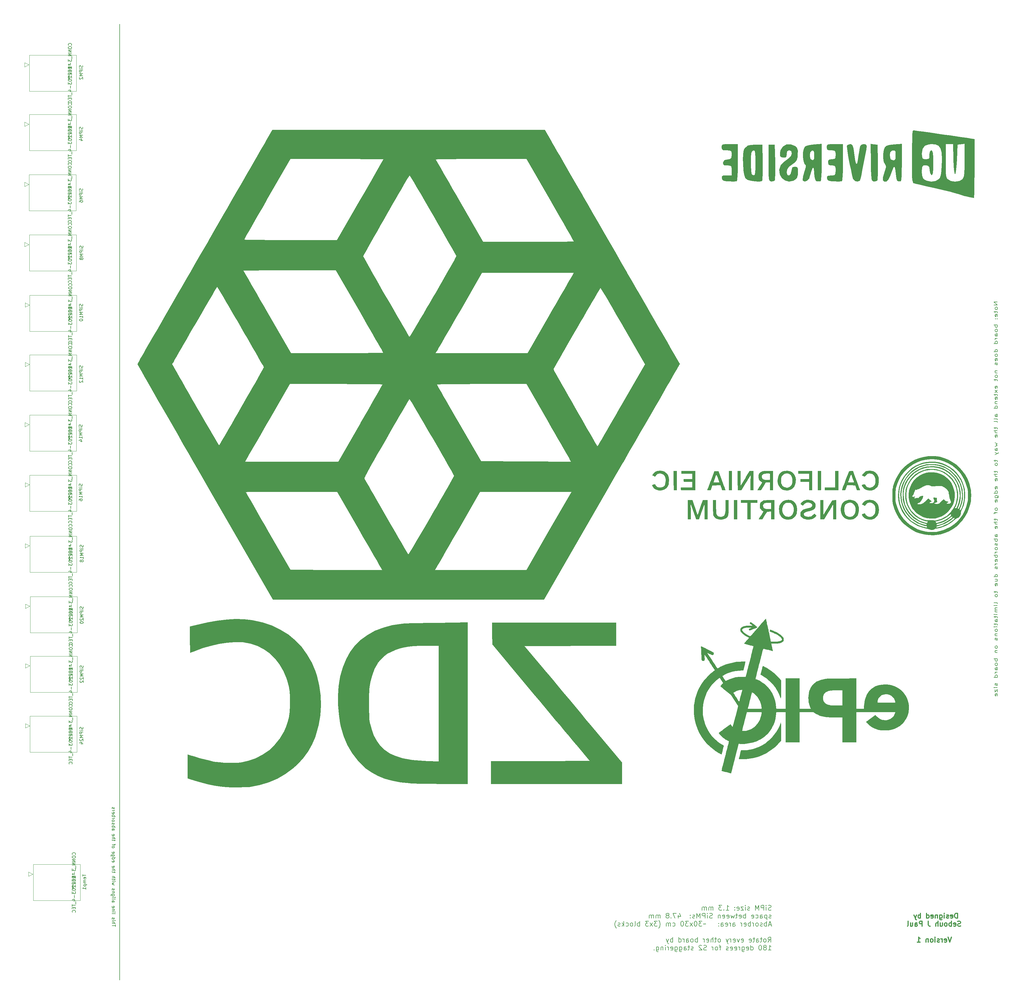
<source format=gbr>
%TF.GenerationSoftware,KiCad,Pcbnew,(6.0.8-1)-1*%
%TF.CreationDate,2024-05-08T15:02:11-04:00*%
%TF.ProjectId,Untitled,556e7469-746c-4656-942e-6b696361645f,rev?*%
%TF.SameCoordinates,Original*%
%TF.FileFunction,Legend,Bot*%
%TF.FilePolarity,Positive*%
%FSLAX46Y46*%
G04 Gerber Fmt 4.6, Leading zero omitted, Abs format (unit mm)*
G04 Created by KiCad (PCBNEW (6.0.8-1)-1) date 2024-05-08 15:02:11*
%MOMM*%
%LPD*%
G01*
G04 APERTURE LIST*
%ADD10C,0.150000*%
%ADD11C,0.300000*%
%ADD12C,0.120000*%
G04 APERTURE END LIST*
D10*
X340052380Y-117028571D02*
X339052380Y-117028571D01*
X340052380Y-117885714D01*
X339052380Y-117885714D01*
X340052380Y-118814285D02*
X340004761Y-118671428D01*
X339957142Y-118600000D01*
X339861904Y-118528571D01*
X339576190Y-118528571D01*
X339480952Y-118600000D01*
X339433333Y-118671428D01*
X339385714Y-118814285D01*
X339385714Y-119028571D01*
X339433333Y-119171428D01*
X339480952Y-119242857D01*
X339576190Y-119314285D01*
X339861904Y-119314285D01*
X339957142Y-119242857D01*
X340004761Y-119171428D01*
X340052380Y-119028571D01*
X340052380Y-118814285D01*
X339385714Y-119742857D02*
X339385714Y-120314285D01*
X339052380Y-119957142D02*
X339909523Y-119957142D01*
X340004761Y-120028571D01*
X340052380Y-120171428D01*
X340052380Y-120314285D01*
X340004761Y-121385714D02*
X340052380Y-121242857D01*
X340052380Y-120957142D01*
X340004761Y-120814285D01*
X339909523Y-120742857D01*
X339528571Y-120742857D01*
X339433333Y-120814285D01*
X339385714Y-120957142D01*
X339385714Y-121242857D01*
X339433333Y-121385714D01*
X339528571Y-121457142D01*
X339623809Y-121457142D01*
X339719047Y-120742857D01*
X339957142Y-122100000D02*
X340004761Y-122171428D01*
X340052380Y-122100000D01*
X340004761Y-122028571D01*
X339957142Y-122100000D01*
X340052380Y-122100000D01*
X339433333Y-122100000D02*
X339480952Y-122171428D01*
X339528571Y-122100000D01*
X339480952Y-122028571D01*
X339433333Y-122100000D01*
X339528571Y-122100000D01*
X340052380Y-123957142D02*
X339052380Y-123957142D01*
X339433333Y-123957142D02*
X339385714Y-124100000D01*
X339385714Y-124385714D01*
X339433333Y-124528571D01*
X339480952Y-124600000D01*
X339576190Y-124671428D01*
X339861904Y-124671428D01*
X339957142Y-124600000D01*
X340004761Y-124528571D01*
X340052380Y-124385714D01*
X340052380Y-124100000D01*
X340004761Y-123957142D01*
X340052380Y-125528571D02*
X340004761Y-125385714D01*
X339957142Y-125314285D01*
X339861904Y-125242857D01*
X339576190Y-125242857D01*
X339480952Y-125314285D01*
X339433333Y-125385714D01*
X339385714Y-125528571D01*
X339385714Y-125742857D01*
X339433333Y-125885714D01*
X339480952Y-125957142D01*
X339576190Y-126028571D01*
X339861904Y-126028571D01*
X339957142Y-125957142D01*
X340004761Y-125885714D01*
X340052380Y-125742857D01*
X340052380Y-125528571D01*
X340052380Y-127314285D02*
X339528571Y-127314285D01*
X339433333Y-127242857D01*
X339385714Y-127100000D01*
X339385714Y-126814285D01*
X339433333Y-126671428D01*
X340004761Y-127314285D02*
X340052380Y-127171428D01*
X340052380Y-126814285D01*
X340004761Y-126671428D01*
X339909523Y-126600000D01*
X339814285Y-126600000D01*
X339719047Y-126671428D01*
X339671428Y-126814285D01*
X339671428Y-127171428D01*
X339623809Y-127314285D01*
X340052380Y-128028571D02*
X339385714Y-128028571D01*
X339576190Y-128028571D02*
X339480952Y-128100000D01*
X339433333Y-128171428D01*
X339385714Y-128314285D01*
X339385714Y-128457142D01*
X340052380Y-129600000D02*
X339052380Y-129600000D01*
X340004761Y-129600000D02*
X340052380Y-129457142D01*
X340052380Y-129171428D01*
X340004761Y-129028571D01*
X339957142Y-128957142D01*
X339861904Y-128885714D01*
X339576190Y-128885714D01*
X339480952Y-128957142D01*
X339433333Y-129028571D01*
X339385714Y-129171428D01*
X339385714Y-129457142D01*
X339433333Y-129600000D01*
X340052380Y-132100000D02*
X339052380Y-132100000D01*
X340004761Y-132100000D02*
X340052380Y-131957142D01*
X340052380Y-131671428D01*
X340004761Y-131528571D01*
X339957142Y-131457142D01*
X339861904Y-131385714D01*
X339576190Y-131385714D01*
X339480952Y-131457142D01*
X339433333Y-131528571D01*
X339385714Y-131671428D01*
X339385714Y-131957142D01*
X339433333Y-132100000D01*
X340052380Y-133028571D02*
X340004761Y-132885714D01*
X339957142Y-132814285D01*
X339861904Y-132742857D01*
X339576190Y-132742857D01*
X339480952Y-132814285D01*
X339433333Y-132885714D01*
X339385714Y-133028571D01*
X339385714Y-133242857D01*
X339433333Y-133385714D01*
X339480952Y-133457142D01*
X339576190Y-133528571D01*
X339861904Y-133528571D01*
X339957142Y-133457142D01*
X340004761Y-133385714D01*
X340052380Y-133242857D01*
X340052380Y-133028571D01*
X340004761Y-134742857D02*
X340052380Y-134600000D01*
X340052380Y-134314285D01*
X340004761Y-134171428D01*
X339909523Y-134100000D01*
X339528571Y-134100000D01*
X339433333Y-134171428D01*
X339385714Y-134314285D01*
X339385714Y-134600000D01*
X339433333Y-134742857D01*
X339528571Y-134814285D01*
X339623809Y-134814285D01*
X339719047Y-134100000D01*
X340004761Y-135385714D02*
X340052380Y-135528571D01*
X340052380Y-135814285D01*
X340004761Y-135957142D01*
X339909523Y-136028571D01*
X339861904Y-136028571D01*
X339766666Y-135957142D01*
X339719047Y-135814285D01*
X339719047Y-135600000D01*
X339671428Y-135457142D01*
X339576190Y-135385714D01*
X339528571Y-135385714D01*
X339433333Y-135457142D01*
X339385714Y-135600000D01*
X339385714Y-135814285D01*
X339433333Y-135957142D01*
X339385714Y-137814285D02*
X340052380Y-137814285D01*
X339480952Y-137814285D02*
X339433333Y-137885714D01*
X339385714Y-138028571D01*
X339385714Y-138242857D01*
X339433333Y-138385714D01*
X339528571Y-138457142D01*
X340052380Y-138457142D01*
X340052380Y-139385714D02*
X340004761Y-139242857D01*
X339957142Y-139171428D01*
X339861904Y-139100000D01*
X339576190Y-139100000D01*
X339480952Y-139171428D01*
X339433333Y-139242857D01*
X339385714Y-139385714D01*
X339385714Y-139600000D01*
X339433333Y-139742857D01*
X339480952Y-139814285D01*
X339576190Y-139885714D01*
X339861904Y-139885714D01*
X339957142Y-139814285D01*
X340004761Y-139742857D01*
X340052380Y-139600000D01*
X340052380Y-139385714D01*
X339385714Y-140314285D02*
X339385714Y-140885714D01*
X339052380Y-140528571D02*
X339909523Y-140528571D01*
X340004761Y-140600000D01*
X340052380Y-140742857D01*
X340052380Y-140885714D01*
X340004761Y-143100000D02*
X340052380Y-142957142D01*
X340052380Y-142671428D01*
X340004761Y-142528571D01*
X339909523Y-142457142D01*
X339528571Y-142457142D01*
X339433333Y-142528571D01*
X339385714Y-142671428D01*
X339385714Y-142957142D01*
X339433333Y-143100000D01*
X339528571Y-143171428D01*
X339623809Y-143171428D01*
X339719047Y-142457142D01*
X340052380Y-143671428D02*
X339385714Y-144457142D01*
X339385714Y-143671428D02*
X340052380Y-144457142D01*
X339385714Y-144814285D02*
X339385714Y-145385714D01*
X339052380Y-145028571D02*
X339909523Y-145028571D01*
X340004761Y-145100000D01*
X340052380Y-145242857D01*
X340052380Y-145385714D01*
X340004761Y-146457142D02*
X340052380Y-146314285D01*
X340052380Y-146028571D01*
X340004761Y-145885714D01*
X339909523Y-145814285D01*
X339528571Y-145814285D01*
X339433333Y-145885714D01*
X339385714Y-146028571D01*
X339385714Y-146314285D01*
X339433333Y-146457142D01*
X339528571Y-146528571D01*
X339623809Y-146528571D01*
X339719047Y-145814285D01*
X339385714Y-147171428D02*
X340052380Y-147171428D01*
X339480952Y-147171428D02*
X339433333Y-147242857D01*
X339385714Y-147385714D01*
X339385714Y-147600000D01*
X339433333Y-147742857D01*
X339528571Y-147814285D01*
X340052380Y-147814285D01*
X340052380Y-149171428D02*
X339052380Y-149171428D01*
X340004761Y-149171428D02*
X340052380Y-149028571D01*
X340052380Y-148742857D01*
X340004761Y-148600000D01*
X339957142Y-148528571D01*
X339861904Y-148457142D01*
X339576190Y-148457142D01*
X339480952Y-148528571D01*
X339433333Y-148600000D01*
X339385714Y-148742857D01*
X339385714Y-149028571D01*
X339433333Y-149171428D01*
X340052380Y-151671428D02*
X339528571Y-151671428D01*
X339433333Y-151600000D01*
X339385714Y-151457142D01*
X339385714Y-151171428D01*
X339433333Y-151028571D01*
X340004761Y-151671428D02*
X340052380Y-151528571D01*
X340052380Y-151171428D01*
X340004761Y-151028571D01*
X339909523Y-150957142D01*
X339814285Y-150957142D01*
X339719047Y-151028571D01*
X339671428Y-151171428D01*
X339671428Y-151528571D01*
X339623809Y-151671428D01*
X340052380Y-152600000D02*
X340004761Y-152457142D01*
X339909523Y-152385714D01*
X339052380Y-152385714D01*
X340052380Y-153385714D02*
X340004761Y-153242857D01*
X339909523Y-153171428D01*
X339052380Y-153171428D01*
X339385714Y-154885714D02*
X339385714Y-155457142D01*
X339052380Y-155100000D02*
X339909523Y-155100000D01*
X340004761Y-155171428D01*
X340052380Y-155314285D01*
X340052380Y-155457142D01*
X340052380Y-155957142D02*
X339052380Y-155957142D01*
X340052380Y-156600000D02*
X339528571Y-156600000D01*
X339433333Y-156528571D01*
X339385714Y-156385714D01*
X339385714Y-156171428D01*
X339433333Y-156028571D01*
X339480952Y-155957142D01*
X340004761Y-157885714D02*
X340052380Y-157742857D01*
X340052380Y-157457142D01*
X340004761Y-157314285D01*
X339909523Y-157242857D01*
X339528571Y-157242857D01*
X339433333Y-157314285D01*
X339385714Y-157457142D01*
X339385714Y-157742857D01*
X339433333Y-157885714D01*
X339528571Y-157957142D01*
X339623809Y-157957142D01*
X339719047Y-157242857D01*
X339385714Y-159600000D02*
X340052380Y-159885714D01*
X339576190Y-160171428D01*
X340052380Y-160457142D01*
X339385714Y-160742857D01*
X340052380Y-161957142D02*
X339528571Y-161957142D01*
X339433333Y-161885714D01*
X339385714Y-161742857D01*
X339385714Y-161457142D01*
X339433333Y-161314285D01*
X340004761Y-161957142D02*
X340052380Y-161814285D01*
X340052380Y-161457142D01*
X340004761Y-161314285D01*
X339909523Y-161242857D01*
X339814285Y-161242857D01*
X339719047Y-161314285D01*
X339671428Y-161457142D01*
X339671428Y-161814285D01*
X339623809Y-161957142D01*
X339385714Y-162528571D02*
X340052380Y-162885714D01*
X339385714Y-163242857D02*
X340052380Y-162885714D01*
X340290476Y-162742857D01*
X340338095Y-162671428D01*
X340385714Y-162528571D01*
X339385714Y-164742857D02*
X339385714Y-165314285D01*
X339052380Y-164957142D02*
X339909523Y-164957142D01*
X340004761Y-165028571D01*
X340052380Y-165171428D01*
X340052380Y-165314285D01*
X340052380Y-166028571D02*
X340004761Y-165885714D01*
X339957142Y-165814285D01*
X339861904Y-165742857D01*
X339576190Y-165742857D01*
X339480952Y-165814285D01*
X339433333Y-165885714D01*
X339385714Y-166028571D01*
X339385714Y-166242857D01*
X339433333Y-166385714D01*
X339480952Y-166457142D01*
X339576190Y-166528571D01*
X339861904Y-166528571D01*
X339957142Y-166457142D01*
X340004761Y-166385714D01*
X340052380Y-166242857D01*
X340052380Y-166028571D01*
X339385714Y-168100000D02*
X339385714Y-168671428D01*
X339052380Y-168314285D02*
X339909523Y-168314285D01*
X340004761Y-168385714D01*
X340052380Y-168528571D01*
X340052380Y-168671428D01*
X340052380Y-169171428D02*
X339052380Y-169171428D01*
X340052380Y-169814285D02*
X339528571Y-169814285D01*
X339433333Y-169742857D01*
X339385714Y-169600000D01*
X339385714Y-169385714D01*
X339433333Y-169242857D01*
X339480952Y-169171428D01*
X340004761Y-171100000D02*
X340052380Y-170957142D01*
X340052380Y-170671428D01*
X340004761Y-170528571D01*
X339909523Y-170457142D01*
X339528571Y-170457142D01*
X339433333Y-170528571D01*
X339385714Y-170671428D01*
X339385714Y-170957142D01*
X339433333Y-171100000D01*
X339528571Y-171171428D01*
X339623809Y-171171428D01*
X339719047Y-170457142D01*
X340004761Y-173528571D02*
X340052380Y-173385714D01*
X340052380Y-173100000D01*
X340004761Y-172957142D01*
X339909523Y-172885714D01*
X339528571Y-172885714D01*
X339433333Y-172957142D01*
X339385714Y-173100000D01*
X339385714Y-173385714D01*
X339433333Y-173528571D01*
X339528571Y-173600000D01*
X339623809Y-173600000D01*
X339719047Y-172885714D01*
X340052380Y-174885714D02*
X339052380Y-174885714D01*
X340004761Y-174885714D02*
X340052380Y-174742857D01*
X340052380Y-174457142D01*
X340004761Y-174314285D01*
X339957142Y-174242857D01*
X339861904Y-174171428D01*
X339576190Y-174171428D01*
X339480952Y-174242857D01*
X339433333Y-174314285D01*
X339385714Y-174457142D01*
X339385714Y-174742857D01*
X339433333Y-174885714D01*
X339385714Y-176242857D02*
X340195238Y-176242857D01*
X340290476Y-176171428D01*
X340338095Y-176100000D01*
X340385714Y-175957142D01*
X340385714Y-175742857D01*
X340338095Y-175600000D01*
X340004761Y-176242857D02*
X340052380Y-176100000D01*
X340052380Y-175814285D01*
X340004761Y-175671428D01*
X339957142Y-175600000D01*
X339861904Y-175528571D01*
X339576190Y-175528571D01*
X339480952Y-175600000D01*
X339433333Y-175671428D01*
X339385714Y-175814285D01*
X339385714Y-176100000D01*
X339433333Y-176242857D01*
X340004761Y-177528571D02*
X340052380Y-177385714D01*
X340052380Y-177100000D01*
X340004761Y-176957142D01*
X339909523Y-176885714D01*
X339528571Y-176885714D01*
X339433333Y-176957142D01*
X339385714Y-177100000D01*
X339385714Y-177385714D01*
X339433333Y-177528571D01*
X339528571Y-177600000D01*
X339623809Y-177600000D01*
X339719047Y-176885714D01*
X340052380Y-179600000D02*
X340004761Y-179457142D01*
X339957142Y-179385714D01*
X339861904Y-179314285D01*
X339576190Y-179314285D01*
X339480952Y-179385714D01*
X339433333Y-179457142D01*
X339385714Y-179600000D01*
X339385714Y-179814285D01*
X339433333Y-179957142D01*
X339480952Y-180028571D01*
X339576190Y-180100000D01*
X339861904Y-180100000D01*
X339957142Y-180028571D01*
X340004761Y-179957142D01*
X340052380Y-179814285D01*
X340052380Y-179600000D01*
X339385714Y-180528571D02*
X339385714Y-181100000D01*
X340052380Y-180742857D02*
X339195238Y-180742857D01*
X339100000Y-180814285D01*
X339052380Y-180957142D01*
X339052380Y-181100000D01*
X339385714Y-182528571D02*
X339385714Y-183100000D01*
X339052380Y-182742857D02*
X339909523Y-182742857D01*
X340004761Y-182814285D01*
X340052380Y-182957142D01*
X340052380Y-183100000D01*
X340052380Y-183600000D02*
X339052380Y-183600000D01*
X340052380Y-184242857D02*
X339528571Y-184242857D01*
X339433333Y-184171428D01*
X339385714Y-184028571D01*
X339385714Y-183814285D01*
X339433333Y-183671428D01*
X339480952Y-183600000D01*
X340004761Y-185528571D02*
X340052380Y-185385714D01*
X340052380Y-185100000D01*
X340004761Y-184957142D01*
X339909523Y-184885714D01*
X339528571Y-184885714D01*
X339433333Y-184957142D01*
X339385714Y-185100000D01*
X339385714Y-185385714D01*
X339433333Y-185528571D01*
X339528571Y-185600000D01*
X339623809Y-185600000D01*
X339719047Y-184885714D01*
X340052380Y-188028571D02*
X339528571Y-188028571D01*
X339433333Y-187957142D01*
X339385714Y-187814285D01*
X339385714Y-187528571D01*
X339433333Y-187385714D01*
X340004761Y-188028571D02*
X340052380Y-187885714D01*
X340052380Y-187528571D01*
X340004761Y-187385714D01*
X339909523Y-187314285D01*
X339814285Y-187314285D01*
X339719047Y-187385714D01*
X339671428Y-187528571D01*
X339671428Y-187885714D01*
X339623809Y-188028571D01*
X340052380Y-188742857D02*
X339052380Y-188742857D01*
X339433333Y-188742857D02*
X339385714Y-188885714D01*
X339385714Y-189171428D01*
X339433333Y-189314285D01*
X339480952Y-189385714D01*
X339576190Y-189457142D01*
X339861904Y-189457142D01*
X339957142Y-189385714D01*
X340004761Y-189314285D01*
X340052380Y-189171428D01*
X340052380Y-188885714D01*
X340004761Y-188742857D01*
X340004761Y-190028571D02*
X340052380Y-190171428D01*
X340052380Y-190457142D01*
X340004761Y-190600000D01*
X339909523Y-190671428D01*
X339861904Y-190671428D01*
X339766666Y-190600000D01*
X339719047Y-190457142D01*
X339719047Y-190242857D01*
X339671428Y-190100000D01*
X339576190Y-190028571D01*
X339528571Y-190028571D01*
X339433333Y-190100000D01*
X339385714Y-190242857D01*
X339385714Y-190457142D01*
X339433333Y-190600000D01*
X340052380Y-191528571D02*
X340004761Y-191385714D01*
X339957142Y-191314285D01*
X339861904Y-191242857D01*
X339576190Y-191242857D01*
X339480952Y-191314285D01*
X339433333Y-191385714D01*
X339385714Y-191528571D01*
X339385714Y-191742857D01*
X339433333Y-191885714D01*
X339480952Y-191957142D01*
X339576190Y-192028571D01*
X339861904Y-192028571D01*
X339957142Y-191957142D01*
X340004761Y-191885714D01*
X340052380Y-191742857D01*
X340052380Y-191528571D01*
X340052380Y-192671428D02*
X339385714Y-192671428D01*
X339576190Y-192671428D02*
X339480952Y-192742857D01*
X339433333Y-192814285D01*
X339385714Y-192957142D01*
X339385714Y-193100000D01*
X340052380Y-193600000D02*
X339052380Y-193600000D01*
X339433333Y-193600000D02*
X339385714Y-193742857D01*
X339385714Y-194028571D01*
X339433333Y-194171428D01*
X339480952Y-194242857D01*
X339576190Y-194314285D01*
X339861904Y-194314285D01*
X339957142Y-194242857D01*
X340004761Y-194171428D01*
X340052380Y-194028571D01*
X340052380Y-193742857D01*
X340004761Y-193600000D01*
X340004761Y-195528571D02*
X340052380Y-195385714D01*
X340052380Y-195100000D01*
X340004761Y-194957142D01*
X339909523Y-194885714D01*
X339528571Y-194885714D01*
X339433333Y-194957142D01*
X339385714Y-195100000D01*
X339385714Y-195385714D01*
X339433333Y-195528571D01*
X339528571Y-195600000D01*
X339623809Y-195600000D01*
X339719047Y-194885714D01*
X340052380Y-196242857D02*
X339385714Y-196242857D01*
X339576190Y-196242857D02*
X339480952Y-196314285D01*
X339433333Y-196385714D01*
X339385714Y-196528571D01*
X339385714Y-196671428D01*
X340004761Y-197100000D02*
X340052380Y-197242857D01*
X340052380Y-197528571D01*
X340004761Y-197671428D01*
X339909523Y-197742857D01*
X339861904Y-197742857D01*
X339766666Y-197671428D01*
X339719047Y-197528571D01*
X339719047Y-197314285D01*
X339671428Y-197171428D01*
X339576190Y-197100000D01*
X339528571Y-197100000D01*
X339433333Y-197171428D01*
X339385714Y-197314285D01*
X339385714Y-197528571D01*
X339433333Y-197671428D01*
X340052380Y-200171428D02*
X339052380Y-200171428D01*
X340004761Y-200171428D02*
X340052380Y-200028571D01*
X340052380Y-199742857D01*
X340004761Y-199600000D01*
X339957142Y-199528571D01*
X339861904Y-199457142D01*
X339576190Y-199457142D01*
X339480952Y-199528571D01*
X339433333Y-199600000D01*
X339385714Y-199742857D01*
X339385714Y-200028571D01*
X339433333Y-200171428D01*
X339385714Y-201528571D02*
X340052380Y-201528571D01*
X339385714Y-200885714D02*
X339909523Y-200885714D01*
X340004761Y-200957142D01*
X340052380Y-201100000D01*
X340052380Y-201314285D01*
X340004761Y-201457142D01*
X339957142Y-201528571D01*
X340004761Y-202814285D02*
X340052380Y-202671428D01*
X340052380Y-202385714D01*
X340004761Y-202242857D01*
X339909523Y-202171428D01*
X339528571Y-202171428D01*
X339433333Y-202242857D01*
X339385714Y-202385714D01*
X339385714Y-202671428D01*
X339433333Y-202814285D01*
X339528571Y-202885714D01*
X339623809Y-202885714D01*
X339719047Y-202171428D01*
X339385714Y-204457142D02*
X339385714Y-205028571D01*
X339052380Y-204671428D02*
X339909523Y-204671428D01*
X340004761Y-204742857D01*
X340052380Y-204885714D01*
X340052380Y-205028571D01*
X340052380Y-205742857D02*
X340004761Y-205600000D01*
X339957142Y-205528571D01*
X339861904Y-205457142D01*
X339576190Y-205457142D01*
X339480952Y-205528571D01*
X339433333Y-205600000D01*
X339385714Y-205742857D01*
X339385714Y-205957142D01*
X339433333Y-206100000D01*
X339480952Y-206171428D01*
X339576190Y-206242857D01*
X339861904Y-206242857D01*
X339957142Y-206171428D01*
X340004761Y-206100000D01*
X340052380Y-205957142D01*
X340052380Y-205742857D01*
X340052380Y-208242857D02*
X340004761Y-208100000D01*
X339909523Y-208028571D01*
X339052380Y-208028571D01*
X340052380Y-208814285D02*
X339385714Y-208814285D01*
X339052380Y-208814285D02*
X339100000Y-208742857D01*
X339147619Y-208814285D01*
X339100000Y-208885714D01*
X339052380Y-208814285D01*
X339147619Y-208814285D01*
X340052380Y-209528571D02*
X339385714Y-209528571D01*
X339480952Y-209528571D02*
X339433333Y-209600000D01*
X339385714Y-209742857D01*
X339385714Y-209957142D01*
X339433333Y-210100000D01*
X339528571Y-210171428D01*
X340052380Y-210171428D01*
X339528571Y-210171428D02*
X339433333Y-210242857D01*
X339385714Y-210385714D01*
X339385714Y-210600000D01*
X339433333Y-210742857D01*
X339528571Y-210814285D01*
X340052380Y-210814285D01*
X340052380Y-211528571D02*
X339385714Y-211528571D01*
X339052380Y-211528571D02*
X339100000Y-211457142D01*
X339147619Y-211528571D01*
X339100000Y-211600000D01*
X339052380Y-211528571D01*
X339147619Y-211528571D01*
X339385714Y-212028571D02*
X339385714Y-212600000D01*
X339052380Y-212242857D02*
X339909523Y-212242857D01*
X340004761Y-212314285D01*
X340052380Y-212457142D01*
X340052380Y-212600000D01*
X340052380Y-213742857D02*
X339528571Y-213742857D01*
X339433333Y-213671428D01*
X339385714Y-213528571D01*
X339385714Y-213242857D01*
X339433333Y-213100000D01*
X340004761Y-213742857D02*
X340052380Y-213600000D01*
X340052380Y-213242857D01*
X340004761Y-213100000D01*
X339909523Y-213028571D01*
X339814285Y-213028571D01*
X339719047Y-213100000D01*
X339671428Y-213242857D01*
X339671428Y-213600000D01*
X339623809Y-213742857D01*
X339385714Y-214242857D02*
X339385714Y-214814285D01*
X339052380Y-214457142D02*
X339909523Y-214457142D01*
X340004761Y-214528571D01*
X340052380Y-214671428D01*
X340052380Y-214814285D01*
X340052380Y-215314285D02*
X339385714Y-215314285D01*
X339052380Y-215314285D02*
X339100000Y-215242857D01*
X339147619Y-215314285D01*
X339100000Y-215385714D01*
X339052380Y-215314285D01*
X339147619Y-215314285D01*
X340052380Y-216242857D02*
X340004761Y-216100000D01*
X339957142Y-216028571D01*
X339861904Y-215957142D01*
X339576190Y-215957142D01*
X339480952Y-216028571D01*
X339433333Y-216100000D01*
X339385714Y-216242857D01*
X339385714Y-216457142D01*
X339433333Y-216600000D01*
X339480952Y-216671428D01*
X339576190Y-216742857D01*
X339861904Y-216742857D01*
X339957142Y-216671428D01*
X340004761Y-216600000D01*
X340052380Y-216457142D01*
X340052380Y-216242857D01*
X339385714Y-217385714D02*
X340052380Y-217385714D01*
X339480952Y-217385714D02*
X339433333Y-217457142D01*
X339385714Y-217600000D01*
X339385714Y-217814285D01*
X339433333Y-217957142D01*
X339528571Y-218028571D01*
X340052380Y-218028571D01*
X340004761Y-218671428D02*
X340052380Y-218814285D01*
X340052380Y-219100000D01*
X340004761Y-219242857D01*
X339909523Y-219314285D01*
X339861904Y-219314285D01*
X339766666Y-219242857D01*
X339719047Y-219100000D01*
X339719047Y-218885714D01*
X339671428Y-218742857D01*
X339576190Y-218671428D01*
X339528571Y-218671428D01*
X339433333Y-218742857D01*
X339385714Y-218885714D01*
X339385714Y-219100000D01*
X339433333Y-219242857D01*
X340052380Y-221314285D02*
X340004761Y-221171428D01*
X339957142Y-221100000D01*
X339861904Y-221028571D01*
X339576190Y-221028571D01*
X339480952Y-221100000D01*
X339433333Y-221171428D01*
X339385714Y-221314285D01*
X339385714Y-221528571D01*
X339433333Y-221671428D01*
X339480952Y-221742857D01*
X339576190Y-221814285D01*
X339861904Y-221814285D01*
X339957142Y-221742857D01*
X340004761Y-221671428D01*
X340052380Y-221528571D01*
X340052380Y-221314285D01*
X339385714Y-222457142D02*
X340052380Y-222457142D01*
X339480952Y-222457142D02*
X339433333Y-222528571D01*
X339385714Y-222671428D01*
X339385714Y-222885714D01*
X339433333Y-223028571D01*
X339528571Y-223100000D01*
X340052380Y-223100000D01*
X340052380Y-224957142D02*
X339052380Y-224957142D01*
X339433333Y-224957142D02*
X339385714Y-225100000D01*
X339385714Y-225385714D01*
X339433333Y-225528571D01*
X339480952Y-225600000D01*
X339576190Y-225671428D01*
X339861904Y-225671428D01*
X339957142Y-225600000D01*
X340004761Y-225528571D01*
X340052380Y-225385714D01*
X340052380Y-225100000D01*
X340004761Y-224957142D01*
X340052380Y-226528571D02*
X340004761Y-226385714D01*
X339957142Y-226314285D01*
X339861904Y-226242857D01*
X339576190Y-226242857D01*
X339480952Y-226314285D01*
X339433333Y-226385714D01*
X339385714Y-226528571D01*
X339385714Y-226742857D01*
X339433333Y-226885714D01*
X339480952Y-226957142D01*
X339576190Y-227028571D01*
X339861904Y-227028571D01*
X339957142Y-226957142D01*
X340004761Y-226885714D01*
X340052380Y-226742857D01*
X340052380Y-226528571D01*
X340052380Y-228314285D02*
X339528571Y-228314285D01*
X339433333Y-228242857D01*
X339385714Y-228100000D01*
X339385714Y-227814285D01*
X339433333Y-227671428D01*
X340004761Y-228314285D02*
X340052380Y-228171428D01*
X340052380Y-227814285D01*
X340004761Y-227671428D01*
X339909523Y-227600000D01*
X339814285Y-227600000D01*
X339719047Y-227671428D01*
X339671428Y-227814285D01*
X339671428Y-228171428D01*
X339623809Y-228314285D01*
X340052380Y-229028571D02*
X339385714Y-229028571D01*
X339576190Y-229028571D02*
X339480952Y-229100000D01*
X339433333Y-229171428D01*
X339385714Y-229314285D01*
X339385714Y-229457142D01*
X340052380Y-230600000D02*
X339052380Y-230600000D01*
X340004761Y-230600000D02*
X340052380Y-230457142D01*
X340052380Y-230171428D01*
X340004761Y-230028571D01*
X339957142Y-229957142D01*
X339861904Y-229885714D01*
X339576190Y-229885714D01*
X339480952Y-229957142D01*
X339433333Y-230028571D01*
X339385714Y-230171428D01*
X339385714Y-230457142D01*
X339433333Y-230600000D01*
X340004761Y-232385714D02*
X340052380Y-232528571D01*
X340052380Y-232814285D01*
X340004761Y-232957142D01*
X339909523Y-233028571D01*
X339861904Y-233028571D01*
X339766666Y-232957142D01*
X339719047Y-232814285D01*
X339719047Y-232600000D01*
X339671428Y-232457142D01*
X339576190Y-232385714D01*
X339528571Y-232385714D01*
X339433333Y-232457142D01*
X339385714Y-232600000D01*
X339385714Y-232814285D01*
X339433333Y-232957142D01*
X340052380Y-233671428D02*
X339385714Y-233671428D01*
X339052380Y-233671428D02*
X339100000Y-233600000D01*
X339147619Y-233671428D01*
X339100000Y-233742857D01*
X339052380Y-233671428D01*
X339147619Y-233671428D01*
X339385714Y-234242857D02*
X339385714Y-235028571D01*
X340052380Y-234242857D01*
X340052380Y-235028571D01*
X340004761Y-236171428D02*
X340052380Y-236028571D01*
X340052380Y-235742857D01*
X340004761Y-235600000D01*
X339909523Y-235528571D01*
X339528571Y-235528571D01*
X339433333Y-235600000D01*
X339385714Y-235742857D01*
X339385714Y-236028571D01*
X339433333Y-236171428D01*
X339528571Y-236242857D01*
X339623809Y-236242857D01*
X339719047Y-235528571D01*
X271516785Y-300969642D02*
X271302500Y-301041071D01*
X270945357Y-301041071D01*
X270802500Y-300969642D01*
X270731071Y-300898214D01*
X270659642Y-300755357D01*
X270659642Y-300612500D01*
X270731071Y-300469642D01*
X270802500Y-300398214D01*
X270945357Y-300326785D01*
X271231071Y-300255357D01*
X271373928Y-300183928D01*
X271445357Y-300112500D01*
X271516785Y-299969642D01*
X271516785Y-299826785D01*
X271445357Y-299683928D01*
X271373928Y-299612500D01*
X271231071Y-299541071D01*
X270873928Y-299541071D01*
X270659642Y-299612500D01*
X270016785Y-301041071D02*
X270016785Y-300041071D01*
X270016785Y-299541071D02*
X270088214Y-299612500D01*
X270016785Y-299683928D01*
X269945357Y-299612500D01*
X270016785Y-299541071D01*
X270016785Y-299683928D01*
X269302500Y-301041071D02*
X269302500Y-299541071D01*
X268731071Y-299541071D01*
X268588214Y-299612500D01*
X268516785Y-299683928D01*
X268445357Y-299826785D01*
X268445357Y-300041071D01*
X268516785Y-300183928D01*
X268588214Y-300255357D01*
X268731071Y-300326785D01*
X269302500Y-300326785D01*
X267802500Y-301041071D02*
X267802500Y-299541071D01*
X267302500Y-300612500D01*
X266802500Y-299541071D01*
X266802500Y-301041071D01*
X265016785Y-300969642D02*
X264873928Y-301041071D01*
X264588214Y-301041071D01*
X264445357Y-300969642D01*
X264373928Y-300826785D01*
X264373928Y-300755357D01*
X264445357Y-300612500D01*
X264588214Y-300541071D01*
X264802500Y-300541071D01*
X264945357Y-300469642D01*
X265016785Y-300326785D01*
X265016785Y-300255357D01*
X264945357Y-300112500D01*
X264802500Y-300041071D01*
X264588214Y-300041071D01*
X264445357Y-300112500D01*
X263731071Y-301041071D02*
X263731071Y-300041071D01*
X263731071Y-299541071D02*
X263802500Y-299612500D01*
X263731071Y-299683928D01*
X263659642Y-299612500D01*
X263731071Y-299541071D01*
X263731071Y-299683928D01*
X263159642Y-300041071D02*
X262373928Y-300041071D01*
X263159642Y-301041071D01*
X262373928Y-301041071D01*
X261231071Y-300969642D02*
X261373928Y-301041071D01*
X261659642Y-301041071D01*
X261802500Y-300969642D01*
X261873928Y-300826785D01*
X261873928Y-300255357D01*
X261802500Y-300112500D01*
X261659642Y-300041071D01*
X261373928Y-300041071D01*
X261231071Y-300112500D01*
X261159642Y-300255357D01*
X261159642Y-300398214D01*
X261873928Y-300541071D01*
X260516785Y-300898214D02*
X260445357Y-300969642D01*
X260516785Y-301041071D01*
X260588214Y-300969642D01*
X260516785Y-300898214D01*
X260516785Y-301041071D01*
X260516785Y-300112500D02*
X260445357Y-300183928D01*
X260516785Y-300255357D01*
X260588214Y-300183928D01*
X260516785Y-300112500D01*
X260516785Y-300255357D01*
X257873928Y-301041071D02*
X258731071Y-301041071D01*
X258302500Y-301041071D02*
X258302500Y-299541071D01*
X258445357Y-299755357D01*
X258588214Y-299898214D01*
X258731071Y-299969642D01*
X257231071Y-300898214D02*
X257159642Y-300969642D01*
X257231071Y-301041071D01*
X257302500Y-300969642D01*
X257231071Y-300898214D01*
X257231071Y-301041071D01*
X256659642Y-299541071D02*
X255731071Y-299541071D01*
X256231071Y-300112500D01*
X256016785Y-300112500D01*
X255873928Y-300183928D01*
X255802500Y-300255357D01*
X255731071Y-300398214D01*
X255731071Y-300755357D01*
X255802500Y-300898214D01*
X255873928Y-300969642D01*
X256016785Y-301041071D01*
X256445357Y-301041071D01*
X256588214Y-300969642D01*
X256659642Y-300898214D01*
X253945357Y-301041071D02*
X253945357Y-300041071D01*
X253945357Y-300183928D02*
X253873928Y-300112500D01*
X253731071Y-300041071D01*
X253516785Y-300041071D01*
X253373928Y-300112500D01*
X253302500Y-300255357D01*
X253302500Y-301041071D01*
X253302500Y-300255357D02*
X253231071Y-300112500D01*
X253088214Y-300041071D01*
X252873928Y-300041071D01*
X252731071Y-300112500D01*
X252659642Y-300255357D01*
X252659642Y-301041071D01*
X251945357Y-301041071D02*
X251945357Y-300041071D01*
X251945357Y-300183928D02*
X251873928Y-300112500D01*
X251731071Y-300041071D01*
X251516785Y-300041071D01*
X251373928Y-300112500D01*
X251302500Y-300255357D01*
X251302500Y-301041071D01*
X251302500Y-300255357D02*
X251231071Y-300112500D01*
X251088214Y-300041071D01*
X250873928Y-300041071D01*
X250731071Y-300112500D01*
X250659642Y-300255357D01*
X250659642Y-301041071D01*
X271516785Y-303384642D02*
X271373928Y-303456071D01*
X271088214Y-303456071D01*
X270945357Y-303384642D01*
X270873928Y-303241785D01*
X270873928Y-303170357D01*
X270945357Y-303027500D01*
X271088214Y-302956071D01*
X271302500Y-302956071D01*
X271445357Y-302884642D01*
X271516785Y-302741785D01*
X271516785Y-302670357D01*
X271445357Y-302527500D01*
X271302500Y-302456071D01*
X271088214Y-302456071D01*
X270945357Y-302527500D01*
X270231071Y-302456071D02*
X270231071Y-303956071D01*
X270231071Y-302527500D02*
X270088214Y-302456071D01*
X269802500Y-302456071D01*
X269659642Y-302527500D01*
X269588214Y-302598928D01*
X269516785Y-302741785D01*
X269516785Y-303170357D01*
X269588214Y-303313214D01*
X269659642Y-303384642D01*
X269802500Y-303456071D01*
X270088214Y-303456071D01*
X270231071Y-303384642D01*
X268231071Y-303456071D02*
X268231071Y-302670357D01*
X268302500Y-302527500D01*
X268445357Y-302456071D01*
X268731071Y-302456071D01*
X268873928Y-302527500D01*
X268231071Y-303384642D02*
X268373928Y-303456071D01*
X268731071Y-303456071D01*
X268873928Y-303384642D01*
X268945357Y-303241785D01*
X268945357Y-303098928D01*
X268873928Y-302956071D01*
X268731071Y-302884642D01*
X268373928Y-302884642D01*
X268231071Y-302813214D01*
X266873928Y-303384642D02*
X267016785Y-303456071D01*
X267302500Y-303456071D01*
X267445357Y-303384642D01*
X267516785Y-303313214D01*
X267588214Y-303170357D01*
X267588214Y-302741785D01*
X267516785Y-302598928D01*
X267445357Y-302527500D01*
X267302500Y-302456071D01*
X267016785Y-302456071D01*
X266873928Y-302527500D01*
X265659642Y-303384642D02*
X265802500Y-303456071D01*
X266088214Y-303456071D01*
X266231071Y-303384642D01*
X266302500Y-303241785D01*
X266302500Y-302670357D01*
X266231071Y-302527500D01*
X266088214Y-302456071D01*
X265802500Y-302456071D01*
X265659642Y-302527500D01*
X265588214Y-302670357D01*
X265588214Y-302813214D01*
X266302500Y-302956071D01*
X263802500Y-303456071D02*
X263802500Y-301956071D01*
X263802500Y-302527500D02*
X263659642Y-302456071D01*
X263373928Y-302456071D01*
X263231071Y-302527500D01*
X263159642Y-302598928D01*
X263088214Y-302741785D01*
X263088214Y-303170357D01*
X263159642Y-303313214D01*
X263231071Y-303384642D01*
X263373928Y-303456071D01*
X263659642Y-303456071D01*
X263802500Y-303384642D01*
X261873928Y-303384642D02*
X262016785Y-303456071D01*
X262302500Y-303456071D01*
X262445357Y-303384642D01*
X262516785Y-303241785D01*
X262516785Y-302670357D01*
X262445357Y-302527500D01*
X262302500Y-302456071D01*
X262016785Y-302456071D01*
X261873928Y-302527500D01*
X261802500Y-302670357D01*
X261802500Y-302813214D01*
X262516785Y-302956071D01*
X261373928Y-302456071D02*
X260802500Y-302456071D01*
X261159642Y-301956071D02*
X261159642Y-303241785D01*
X261088214Y-303384642D01*
X260945357Y-303456071D01*
X260802500Y-303456071D01*
X260445357Y-302456071D02*
X260159642Y-303456071D01*
X259873928Y-302741785D01*
X259588214Y-303456071D01*
X259302499Y-302456071D01*
X258159642Y-303384642D02*
X258302499Y-303456071D01*
X258588214Y-303456071D01*
X258731071Y-303384642D01*
X258802499Y-303241785D01*
X258802499Y-302670357D01*
X258731071Y-302527500D01*
X258588214Y-302456071D01*
X258302499Y-302456071D01*
X258159642Y-302527500D01*
X258088214Y-302670357D01*
X258088214Y-302813214D01*
X258802499Y-302956071D01*
X256873928Y-303384642D02*
X257016785Y-303456071D01*
X257302499Y-303456071D01*
X257445357Y-303384642D01*
X257516785Y-303241785D01*
X257516785Y-302670357D01*
X257445357Y-302527500D01*
X257302499Y-302456071D01*
X257016785Y-302456071D01*
X256873928Y-302527500D01*
X256802499Y-302670357D01*
X256802499Y-302813214D01*
X257516785Y-302956071D01*
X256159642Y-302456071D02*
X256159642Y-303456071D01*
X256159642Y-302598928D02*
X256088214Y-302527500D01*
X255945357Y-302456071D01*
X255731071Y-302456071D01*
X255588214Y-302527500D01*
X255516785Y-302670357D01*
X255516785Y-303456071D01*
X253731071Y-303384642D02*
X253516785Y-303456071D01*
X253159642Y-303456071D01*
X253016785Y-303384642D01*
X252945357Y-303313214D01*
X252873928Y-303170357D01*
X252873928Y-303027500D01*
X252945357Y-302884642D01*
X253016785Y-302813214D01*
X253159642Y-302741785D01*
X253445357Y-302670357D01*
X253588214Y-302598928D01*
X253659642Y-302527500D01*
X253731071Y-302384642D01*
X253731071Y-302241785D01*
X253659642Y-302098928D01*
X253588214Y-302027500D01*
X253445357Y-301956071D01*
X253088214Y-301956071D01*
X252873928Y-302027500D01*
X252231071Y-303456071D02*
X252231071Y-302456071D01*
X252231071Y-301956071D02*
X252302499Y-302027500D01*
X252231071Y-302098928D01*
X252159642Y-302027500D01*
X252231071Y-301956071D01*
X252231071Y-302098928D01*
X251516785Y-303456071D02*
X251516785Y-301956071D01*
X250945357Y-301956071D01*
X250802499Y-302027500D01*
X250731071Y-302098928D01*
X250659642Y-302241785D01*
X250659642Y-302456071D01*
X250731071Y-302598928D01*
X250802499Y-302670357D01*
X250945357Y-302741785D01*
X251516785Y-302741785D01*
X250016785Y-303456071D02*
X250016785Y-301956071D01*
X249516785Y-303027500D01*
X249016785Y-301956071D01*
X249016785Y-303456071D01*
X248373928Y-303384642D02*
X248231071Y-303456071D01*
X247945357Y-303456071D01*
X247802499Y-303384642D01*
X247731071Y-303241785D01*
X247731071Y-303170357D01*
X247802499Y-303027500D01*
X247945357Y-302956071D01*
X248159642Y-302956071D01*
X248302499Y-302884642D01*
X248373928Y-302741785D01*
X248373928Y-302670357D01*
X248302499Y-302527500D01*
X248159642Y-302456071D01*
X247945357Y-302456071D01*
X247802499Y-302527500D01*
X247088214Y-303313214D02*
X247016785Y-303384642D01*
X247088214Y-303456071D01*
X247159642Y-303384642D01*
X247088214Y-303313214D01*
X247088214Y-303456071D01*
X247088214Y-302527500D02*
X247016785Y-302598928D01*
X247088214Y-302670357D01*
X247159642Y-302598928D01*
X247088214Y-302527500D01*
X247088214Y-302670357D01*
X243445357Y-302456071D02*
X243445357Y-303456071D01*
X243802499Y-301884642D02*
X244159642Y-302956071D01*
X243231071Y-302956071D01*
X242802499Y-301956071D02*
X241802499Y-301956071D01*
X242445357Y-303456071D01*
X241231071Y-303313214D02*
X241159642Y-303384642D01*
X241231071Y-303456071D01*
X241302499Y-303384642D01*
X241231071Y-303313214D01*
X241231071Y-303456071D01*
X240302499Y-302598928D02*
X240445357Y-302527500D01*
X240516785Y-302456071D01*
X240588214Y-302313214D01*
X240588214Y-302241785D01*
X240516785Y-302098928D01*
X240445357Y-302027500D01*
X240302499Y-301956071D01*
X240016785Y-301956071D01*
X239873928Y-302027500D01*
X239802499Y-302098928D01*
X239731071Y-302241785D01*
X239731071Y-302313214D01*
X239802499Y-302456071D01*
X239873928Y-302527500D01*
X240016785Y-302598928D01*
X240302499Y-302598928D01*
X240445357Y-302670357D01*
X240516785Y-302741785D01*
X240588214Y-302884642D01*
X240588214Y-303170357D01*
X240516785Y-303313214D01*
X240445357Y-303384642D01*
X240302499Y-303456071D01*
X240016785Y-303456071D01*
X239873928Y-303384642D01*
X239802499Y-303313214D01*
X239731071Y-303170357D01*
X239731071Y-302884642D01*
X239802499Y-302741785D01*
X239873928Y-302670357D01*
X240016785Y-302598928D01*
X237945357Y-303456071D02*
X237945357Y-302456071D01*
X237945357Y-302598928D02*
X237873928Y-302527500D01*
X237731071Y-302456071D01*
X237516785Y-302456071D01*
X237373928Y-302527500D01*
X237302499Y-302670357D01*
X237302499Y-303456071D01*
X237302499Y-302670357D02*
X237231071Y-302527500D01*
X237088214Y-302456071D01*
X236873928Y-302456071D01*
X236731071Y-302527500D01*
X236659642Y-302670357D01*
X236659642Y-303456071D01*
X235945357Y-303456071D02*
X235945357Y-302456071D01*
X235945357Y-302598928D02*
X235873928Y-302527500D01*
X235731071Y-302456071D01*
X235516785Y-302456071D01*
X235373928Y-302527500D01*
X235302499Y-302670357D01*
X235302499Y-303456071D01*
X235302499Y-302670357D02*
X235231071Y-302527500D01*
X235088214Y-302456071D01*
X234873928Y-302456071D01*
X234731071Y-302527500D01*
X234659642Y-302670357D01*
X234659642Y-303456071D01*
X271516785Y-305442500D02*
X270802500Y-305442500D01*
X271659642Y-305871071D02*
X271159642Y-304371071D01*
X270659642Y-305871071D01*
X270159642Y-305871071D02*
X270159642Y-304371071D01*
X270159642Y-304942500D02*
X270016785Y-304871071D01*
X269731071Y-304871071D01*
X269588214Y-304942500D01*
X269516785Y-305013928D01*
X269445357Y-305156785D01*
X269445357Y-305585357D01*
X269516785Y-305728214D01*
X269588214Y-305799642D01*
X269731071Y-305871071D01*
X270016785Y-305871071D01*
X270159642Y-305799642D01*
X268873928Y-305799642D02*
X268731071Y-305871071D01*
X268445357Y-305871071D01*
X268302500Y-305799642D01*
X268231071Y-305656785D01*
X268231071Y-305585357D01*
X268302500Y-305442500D01*
X268445357Y-305371071D01*
X268659642Y-305371071D01*
X268802500Y-305299642D01*
X268873928Y-305156785D01*
X268873928Y-305085357D01*
X268802500Y-304942500D01*
X268659642Y-304871071D01*
X268445357Y-304871071D01*
X268302500Y-304942500D01*
X267373928Y-305871071D02*
X267516785Y-305799642D01*
X267588214Y-305728214D01*
X267659642Y-305585357D01*
X267659642Y-305156785D01*
X267588214Y-305013928D01*
X267516785Y-304942500D01*
X267373928Y-304871071D01*
X267159642Y-304871071D01*
X267016785Y-304942500D01*
X266945357Y-305013928D01*
X266873928Y-305156785D01*
X266873928Y-305585357D01*
X266945357Y-305728214D01*
X267016785Y-305799642D01*
X267159642Y-305871071D01*
X267373928Y-305871071D01*
X266231071Y-305871071D02*
X266231071Y-304871071D01*
X266231071Y-305156785D02*
X266159642Y-305013928D01*
X266088214Y-304942500D01*
X265945357Y-304871071D01*
X265802500Y-304871071D01*
X265302500Y-305871071D02*
X265302500Y-304371071D01*
X265302500Y-304942500D02*
X265159642Y-304871071D01*
X264873928Y-304871071D01*
X264731071Y-304942500D01*
X264659642Y-305013928D01*
X264588214Y-305156785D01*
X264588214Y-305585357D01*
X264659642Y-305728214D01*
X264731071Y-305799642D01*
X264873928Y-305871071D01*
X265159642Y-305871071D01*
X265302500Y-305799642D01*
X263373928Y-305799642D02*
X263516785Y-305871071D01*
X263802500Y-305871071D01*
X263945357Y-305799642D01*
X264016785Y-305656785D01*
X264016785Y-305085357D01*
X263945357Y-304942500D01*
X263802500Y-304871071D01*
X263516785Y-304871071D01*
X263373928Y-304942500D01*
X263302500Y-305085357D01*
X263302500Y-305228214D01*
X264016785Y-305371071D01*
X262659642Y-305871071D02*
X262659642Y-304871071D01*
X262659642Y-305156785D02*
X262588214Y-305013928D01*
X262516785Y-304942500D01*
X262373928Y-304871071D01*
X262231071Y-304871071D01*
X259945357Y-305871071D02*
X259945357Y-305085357D01*
X260016785Y-304942500D01*
X260159642Y-304871071D01*
X260445357Y-304871071D01*
X260588214Y-304942500D01*
X259945357Y-305799642D02*
X260088214Y-305871071D01*
X260445357Y-305871071D01*
X260588214Y-305799642D01*
X260659642Y-305656785D01*
X260659642Y-305513928D01*
X260588214Y-305371071D01*
X260445357Y-305299642D01*
X260088214Y-305299642D01*
X259945357Y-305228214D01*
X259231071Y-305871071D02*
X259231071Y-304871071D01*
X259231071Y-305156785D02*
X259159642Y-305013928D01*
X259088214Y-304942500D01*
X258945357Y-304871071D01*
X258802500Y-304871071D01*
X257731071Y-305799642D02*
X257873928Y-305871071D01*
X258159642Y-305871071D01*
X258302500Y-305799642D01*
X258373928Y-305656785D01*
X258373928Y-305085357D01*
X258302500Y-304942500D01*
X258159642Y-304871071D01*
X257873928Y-304871071D01*
X257731071Y-304942500D01*
X257659642Y-305085357D01*
X257659642Y-305228214D01*
X258373928Y-305371071D01*
X256373928Y-305871071D02*
X256373928Y-305085357D01*
X256445357Y-304942500D01*
X256588214Y-304871071D01*
X256873928Y-304871071D01*
X257016785Y-304942500D01*
X256373928Y-305799642D02*
X256516785Y-305871071D01*
X256873928Y-305871071D01*
X257016785Y-305799642D01*
X257088214Y-305656785D01*
X257088214Y-305513928D01*
X257016785Y-305371071D01*
X256873928Y-305299642D01*
X256516785Y-305299642D01*
X256373928Y-305228214D01*
X255659642Y-305728214D02*
X255588214Y-305799642D01*
X255659642Y-305871071D01*
X255731071Y-305799642D01*
X255659642Y-305728214D01*
X255659642Y-305871071D01*
X255659642Y-304942500D02*
X255588214Y-305013928D01*
X255659642Y-305085357D01*
X255731071Y-305013928D01*
X255659642Y-304942500D01*
X255659642Y-305085357D01*
X251731071Y-305299642D02*
X251659642Y-305228214D01*
X251516785Y-305156785D01*
X251231071Y-305299642D01*
X251088214Y-305228214D01*
X251016785Y-305156785D01*
X250588214Y-304371071D02*
X249659642Y-304371071D01*
X250159642Y-304942500D01*
X249945357Y-304942500D01*
X249802500Y-305013928D01*
X249731071Y-305085357D01*
X249659642Y-305228214D01*
X249659642Y-305585357D01*
X249731071Y-305728214D01*
X249802500Y-305799642D01*
X249945357Y-305871071D01*
X250373928Y-305871071D01*
X250516785Y-305799642D01*
X250588214Y-305728214D01*
X248731071Y-304371071D02*
X248588214Y-304371071D01*
X248445357Y-304442500D01*
X248373928Y-304513928D01*
X248302500Y-304656785D01*
X248231071Y-304942500D01*
X248231071Y-305299642D01*
X248302500Y-305585357D01*
X248373928Y-305728214D01*
X248445357Y-305799642D01*
X248588214Y-305871071D01*
X248731071Y-305871071D01*
X248873928Y-305799642D01*
X248945357Y-305728214D01*
X249016785Y-305585357D01*
X249088214Y-305299642D01*
X249088214Y-304942500D01*
X249016785Y-304656785D01*
X248945357Y-304513928D01*
X248873928Y-304442500D01*
X248731071Y-304371071D01*
X247731071Y-305871071D02*
X246945357Y-304871071D01*
X247731071Y-304871071D02*
X246945357Y-305871071D01*
X246516785Y-304371071D02*
X245588214Y-304371071D01*
X246088214Y-304942500D01*
X245873928Y-304942500D01*
X245731071Y-305013928D01*
X245659642Y-305085357D01*
X245588214Y-305228214D01*
X245588214Y-305585357D01*
X245659642Y-305728214D01*
X245731071Y-305799642D01*
X245873928Y-305871071D01*
X246302500Y-305871071D01*
X246445357Y-305799642D01*
X246516785Y-305728214D01*
X244659642Y-304371071D02*
X244516785Y-304371071D01*
X244373928Y-304442500D01*
X244302500Y-304513928D01*
X244231071Y-304656785D01*
X244159642Y-304942500D01*
X244159642Y-305299642D01*
X244231071Y-305585357D01*
X244302500Y-305728214D01*
X244373928Y-305799642D01*
X244516785Y-305871071D01*
X244659642Y-305871071D01*
X244802500Y-305799642D01*
X244873928Y-305728214D01*
X244945357Y-305585357D01*
X245016785Y-305299642D01*
X245016785Y-304942500D01*
X244945357Y-304656785D01*
X244873928Y-304513928D01*
X244802500Y-304442500D01*
X244659642Y-304371071D01*
X241731071Y-305799642D02*
X241873928Y-305871071D01*
X242159642Y-305871071D01*
X242302500Y-305799642D01*
X242373928Y-305728214D01*
X242445357Y-305585357D01*
X242445357Y-305156785D01*
X242373928Y-305013928D01*
X242302500Y-304942500D01*
X242159642Y-304871071D01*
X241873928Y-304871071D01*
X241731071Y-304942500D01*
X241088214Y-305871071D02*
X241088214Y-304871071D01*
X241088214Y-305013928D02*
X241016785Y-304942500D01*
X240873928Y-304871071D01*
X240659642Y-304871071D01*
X240516785Y-304942500D01*
X240445357Y-305085357D01*
X240445357Y-305871071D01*
X240445357Y-305085357D02*
X240373928Y-304942500D01*
X240231071Y-304871071D01*
X240016785Y-304871071D01*
X239873928Y-304942500D01*
X239802500Y-305085357D01*
X239802500Y-305871071D01*
X237516785Y-306442500D02*
X237588214Y-306371071D01*
X237731071Y-306156785D01*
X237802500Y-306013928D01*
X237873928Y-305799642D01*
X237945357Y-305442500D01*
X237945357Y-305156785D01*
X237873928Y-304799642D01*
X237802500Y-304585357D01*
X237731071Y-304442500D01*
X237588214Y-304228214D01*
X237516785Y-304156785D01*
X237088214Y-304371071D02*
X236159642Y-304371071D01*
X236659642Y-304942500D01*
X236445357Y-304942500D01*
X236302500Y-305013928D01*
X236231071Y-305085357D01*
X236159642Y-305228214D01*
X236159642Y-305585357D01*
X236231071Y-305728214D01*
X236302500Y-305799642D01*
X236445357Y-305871071D01*
X236873928Y-305871071D01*
X237016785Y-305799642D01*
X237088214Y-305728214D01*
X235659642Y-305871071D02*
X234873928Y-304871071D01*
X235659642Y-304871071D02*
X234873928Y-305871071D01*
X234445357Y-304371071D02*
X233516785Y-304371071D01*
X234016785Y-304942500D01*
X233802500Y-304942500D01*
X233659642Y-305013928D01*
X233588214Y-305085357D01*
X233516785Y-305228214D01*
X233516785Y-305585357D01*
X233588214Y-305728214D01*
X233659642Y-305799642D01*
X233802500Y-305871071D01*
X234231071Y-305871071D01*
X234373928Y-305799642D01*
X234445357Y-305728214D01*
X231731071Y-305871071D02*
X231731071Y-304371071D01*
X231731071Y-304942500D02*
X231588214Y-304871071D01*
X231302500Y-304871071D01*
X231159642Y-304942500D01*
X231088214Y-305013928D01*
X231016785Y-305156785D01*
X231016785Y-305585357D01*
X231088214Y-305728214D01*
X231159642Y-305799642D01*
X231302500Y-305871071D01*
X231588214Y-305871071D01*
X231731071Y-305799642D01*
X230159642Y-305871071D02*
X230302500Y-305799642D01*
X230373928Y-305656785D01*
X230373928Y-304371071D01*
X229373928Y-305871071D02*
X229516785Y-305799642D01*
X229588214Y-305728214D01*
X229659642Y-305585357D01*
X229659642Y-305156785D01*
X229588214Y-305013928D01*
X229516785Y-304942500D01*
X229373928Y-304871071D01*
X229159642Y-304871071D01*
X229016785Y-304942500D01*
X228945357Y-305013928D01*
X228873928Y-305156785D01*
X228873928Y-305585357D01*
X228945357Y-305728214D01*
X229016785Y-305799642D01*
X229159642Y-305871071D01*
X229373928Y-305871071D01*
X227588214Y-305799642D02*
X227731071Y-305871071D01*
X228016785Y-305871071D01*
X228159642Y-305799642D01*
X228231071Y-305728214D01*
X228302500Y-305585357D01*
X228302500Y-305156785D01*
X228231071Y-305013928D01*
X228159642Y-304942500D01*
X228016785Y-304871071D01*
X227731071Y-304871071D01*
X227588214Y-304942500D01*
X226945357Y-305871071D02*
X226945357Y-304371071D01*
X226802500Y-305299642D02*
X226373928Y-305871071D01*
X226373928Y-304871071D02*
X226945357Y-305442500D01*
X225802500Y-305799642D02*
X225659642Y-305871071D01*
X225373928Y-305871071D01*
X225231071Y-305799642D01*
X225159642Y-305656785D01*
X225159642Y-305585357D01*
X225231071Y-305442500D01*
X225373928Y-305371071D01*
X225588214Y-305371071D01*
X225731071Y-305299642D01*
X225802500Y-305156785D01*
X225802500Y-305085357D01*
X225731071Y-304942500D01*
X225588214Y-304871071D01*
X225373928Y-304871071D01*
X225231071Y-304942500D01*
X224659642Y-306442500D02*
X224588214Y-306371071D01*
X224445357Y-306156785D01*
X224373928Y-306013928D01*
X224302500Y-305799642D01*
X224231071Y-305442500D01*
X224231071Y-305156785D01*
X224302500Y-304799642D01*
X224373928Y-304585357D01*
X224445357Y-304442500D01*
X224588214Y-304228214D01*
X224659642Y-304156785D01*
X270588214Y-310701071D02*
X271088214Y-309986785D01*
X271445357Y-310701071D02*
X271445357Y-309201071D01*
X270873928Y-309201071D01*
X270731071Y-309272500D01*
X270659642Y-309343928D01*
X270588214Y-309486785D01*
X270588214Y-309701071D01*
X270659642Y-309843928D01*
X270731071Y-309915357D01*
X270873928Y-309986785D01*
X271445357Y-309986785D01*
X269731071Y-310701071D02*
X269873928Y-310629642D01*
X269945357Y-310558214D01*
X270016785Y-310415357D01*
X270016785Y-309986785D01*
X269945357Y-309843928D01*
X269873928Y-309772500D01*
X269731071Y-309701071D01*
X269516785Y-309701071D01*
X269373928Y-309772500D01*
X269302500Y-309843928D01*
X269231071Y-309986785D01*
X269231071Y-310415357D01*
X269302500Y-310558214D01*
X269373928Y-310629642D01*
X269516785Y-310701071D01*
X269731071Y-310701071D01*
X268802500Y-309701071D02*
X268231071Y-309701071D01*
X268588214Y-309201071D02*
X268588214Y-310486785D01*
X268516785Y-310629642D01*
X268373928Y-310701071D01*
X268231071Y-310701071D01*
X267088214Y-310701071D02*
X267088214Y-309915357D01*
X267159642Y-309772500D01*
X267302500Y-309701071D01*
X267588214Y-309701071D01*
X267731071Y-309772500D01*
X267088214Y-310629642D02*
X267231071Y-310701071D01*
X267588214Y-310701071D01*
X267731071Y-310629642D01*
X267802500Y-310486785D01*
X267802500Y-310343928D01*
X267731071Y-310201071D01*
X267588214Y-310129642D01*
X267231071Y-310129642D01*
X267088214Y-310058214D01*
X266588214Y-309701071D02*
X266016785Y-309701071D01*
X266373928Y-309201071D02*
X266373928Y-310486785D01*
X266302500Y-310629642D01*
X266159642Y-310701071D01*
X266016785Y-310701071D01*
X264945357Y-310629642D02*
X265088214Y-310701071D01*
X265373928Y-310701071D01*
X265516785Y-310629642D01*
X265588214Y-310486785D01*
X265588214Y-309915357D01*
X265516785Y-309772500D01*
X265373928Y-309701071D01*
X265088214Y-309701071D01*
X264945357Y-309772500D01*
X264873928Y-309915357D01*
X264873928Y-310058214D01*
X265588214Y-310201071D01*
X262516785Y-310629642D02*
X262659642Y-310701071D01*
X262945357Y-310701071D01*
X263088214Y-310629642D01*
X263159642Y-310486785D01*
X263159642Y-309915357D01*
X263088214Y-309772500D01*
X262945357Y-309701071D01*
X262659642Y-309701071D01*
X262516785Y-309772500D01*
X262445357Y-309915357D01*
X262445357Y-310058214D01*
X263159642Y-310201071D01*
X261945357Y-309701071D02*
X261588214Y-310701071D01*
X261231071Y-309701071D01*
X260088214Y-310629642D02*
X260231071Y-310701071D01*
X260516785Y-310701071D01*
X260659642Y-310629642D01*
X260731071Y-310486785D01*
X260731071Y-309915357D01*
X260659642Y-309772500D01*
X260516785Y-309701071D01*
X260231071Y-309701071D01*
X260088214Y-309772500D01*
X260016785Y-309915357D01*
X260016785Y-310058214D01*
X260731071Y-310201071D01*
X259373928Y-310701071D02*
X259373928Y-309701071D01*
X259373928Y-309986785D02*
X259302500Y-309843928D01*
X259231071Y-309772500D01*
X259088214Y-309701071D01*
X258945357Y-309701071D01*
X258588214Y-309701071D02*
X258231071Y-310701071D01*
X257873928Y-309701071D02*
X258231071Y-310701071D01*
X258373928Y-311058214D01*
X258445357Y-311129642D01*
X258588214Y-311201071D01*
X255945357Y-310701071D02*
X256088214Y-310629642D01*
X256159642Y-310558214D01*
X256231071Y-310415357D01*
X256231071Y-309986785D01*
X256159642Y-309843928D01*
X256088214Y-309772500D01*
X255945357Y-309701071D01*
X255731071Y-309701071D01*
X255588214Y-309772500D01*
X255516785Y-309843928D01*
X255445357Y-309986785D01*
X255445357Y-310415357D01*
X255516785Y-310558214D01*
X255588214Y-310629642D01*
X255731071Y-310701071D01*
X255945357Y-310701071D01*
X255016785Y-309701071D02*
X254445357Y-309701071D01*
X254802500Y-309201071D02*
X254802500Y-310486785D01*
X254731071Y-310629642D01*
X254588214Y-310701071D01*
X254445357Y-310701071D01*
X253945357Y-310701071D02*
X253945357Y-309201071D01*
X253302500Y-310701071D02*
X253302500Y-309915357D01*
X253373928Y-309772500D01*
X253516785Y-309701071D01*
X253731071Y-309701071D01*
X253873928Y-309772500D01*
X253945357Y-309843928D01*
X252016785Y-310629642D02*
X252159642Y-310701071D01*
X252445357Y-310701071D01*
X252588214Y-310629642D01*
X252659642Y-310486785D01*
X252659642Y-309915357D01*
X252588214Y-309772500D01*
X252445357Y-309701071D01*
X252159642Y-309701071D01*
X252016785Y-309772500D01*
X251945357Y-309915357D01*
X251945357Y-310058214D01*
X252659642Y-310201071D01*
X251302500Y-310701071D02*
X251302500Y-309701071D01*
X251302500Y-309986785D02*
X251231071Y-309843928D01*
X251159642Y-309772500D01*
X251016785Y-309701071D01*
X250873928Y-309701071D01*
X249231071Y-310701071D02*
X249231071Y-309201071D01*
X249231071Y-309772500D02*
X249088214Y-309701071D01*
X248802500Y-309701071D01*
X248659642Y-309772500D01*
X248588214Y-309843928D01*
X248516785Y-309986785D01*
X248516785Y-310415357D01*
X248588214Y-310558214D01*
X248659642Y-310629642D01*
X248802500Y-310701071D01*
X249088214Y-310701071D01*
X249231071Y-310629642D01*
X247659642Y-310701071D02*
X247802500Y-310629642D01*
X247873928Y-310558214D01*
X247945357Y-310415357D01*
X247945357Y-309986785D01*
X247873928Y-309843928D01*
X247802500Y-309772500D01*
X247659642Y-309701071D01*
X247445357Y-309701071D01*
X247302500Y-309772500D01*
X247231071Y-309843928D01*
X247159642Y-309986785D01*
X247159642Y-310415357D01*
X247231071Y-310558214D01*
X247302500Y-310629642D01*
X247445357Y-310701071D01*
X247659642Y-310701071D01*
X245873928Y-310701071D02*
X245873928Y-309915357D01*
X245945357Y-309772500D01*
X246088214Y-309701071D01*
X246373928Y-309701071D01*
X246516785Y-309772500D01*
X245873928Y-310629642D02*
X246016785Y-310701071D01*
X246373928Y-310701071D01*
X246516785Y-310629642D01*
X246588214Y-310486785D01*
X246588214Y-310343928D01*
X246516785Y-310201071D01*
X246373928Y-310129642D01*
X246016785Y-310129642D01*
X245873928Y-310058214D01*
X245159642Y-310701071D02*
X245159642Y-309701071D01*
X245159642Y-309986785D02*
X245088214Y-309843928D01*
X245016785Y-309772500D01*
X244873928Y-309701071D01*
X244731071Y-309701071D01*
X243588214Y-310701071D02*
X243588214Y-309201071D01*
X243588214Y-310629642D02*
X243731071Y-310701071D01*
X244016785Y-310701071D01*
X244159642Y-310629642D01*
X244231071Y-310558214D01*
X244302500Y-310415357D01*
X244302500Y-309986785D01*
X244231071Y-309843928D01*
X244159642Y-309772500D01*
X244016785Y-309701071D01*
X243731071Y-309701071D01*
X243588214Y-309772500D01*
X241731071Y-310701071D02*
X241731071Y-309201071D01*
X241731071Y-309772500D02*
X241588214Y-309701071D01*
X241302500Y-309701071D01*
X241159642Y-309772500D01*
X241088214Y-309843928D01*
X241016785Y-309986785D01*
X241016785Y-310415357D01*
X241088214Y-310558214D01*
X241159642Y-310629642D01*
X241302500Y-310701071D01*
X241588214Y-310701071D01*
X241731071Y-310629642D01*
X240516785Y-309701071D02*
X240159642Y-310701071D01*
X239802500Y-309701071D02*
X240159642Y-310701071D01*
X240302500Y-311058214D01*
X240373928Y-311129642D01*
X240516785Y-311201071D01*
X270659642Y-313116071D02*
X271516785Y-313116071D01*
X271088214Y-313116071D02*
X271088214Y-311616071D01*
X271231071Y-311830357D01*
X271373928Y-311973214D01*
X271516785Y-312044642D01*
X269802500Y-312258928D02*
X269945357Y-312187500D01*
X270016785Y-312116071D01*
X270088214Y-311973214D01*
X270088214Y-311901785D01*
X270016785Y-311758928D01*
X269945357Y-311687500D01*
X269802500Y-311616071D01*
X269516785Y-311616071D01*
X269373928Y-311687500D01*
X269302500Y-311758928D01*
X269231071Y-311901785D01*
X269231071Y-311973214D01*
X269302500Y-312116071D01*
X269373928Y-312187500D01*
X269516785Y-312258928D01*
X269802500Y-312258928D01*
X269945357Y-312330357D01*
X270016785Y-312401785D01*
X270088214Y-312544642D01*
X270088214Y-312830357D01*
X270016785Y-312973214D01*
X269945357Y-313044642D01*
X269802500Y-313116071D01*
X269516785Y-313116071D01*
X269373928Y-313044642D01*
X269302500Y-312973214D01*
X269231071Y-312830357D01*
X269231071Y-312544642D01*
X269302500Y-312401785D01*
X269373928Y-312330357D01*
X269516785Y-312258928D01*
X268302500Y-311616071D02*
X268159642Y-311616071D01*
X268016785Y-311687500D01*
X267945357Y-311758928D01*
X267873928Y-311901785D01*
X267802500Y-312187500D01*
X267802500Y-312544642D01*
X267873928Y-312830357D01*
X267945357Y-312973214D01*
X268016785Y-313044642D01*
X268159642Y-313116071D01*
X268302500Y-313116071D01*
X268445357Y-313044642D01*
X268516785Y-312973214D01*
X268588214Y-312830357D01*
X268659642Y-312544642D01*
X268659642Y-312187500D01*
X268588214Y-311901785D01*
X268516785Y-311758928D01*
X268445357Y-311687500D01*
X268302500Y-311616071D01*
X265373928Y-313116071D02*
X265373928Y-311616071D01*
X265373928Y-313044642D02*
X265516785Y-313116071D01*
X265802500Y-313116071D01*
X265945357Y-313044642D01*
X266016785Y-312973214D01*
X266088214Y-312830357D01*
X266088214Y-312401785D01*
X266016785Y-312258928D01*
X265945357Y-312187500D01*
X265802500Y-312116071D01*
X265516785Y-312116071D01*
X265373928Y-312187500D01*
X264088214Y-313044642D02*
X264231071Y-313116071D01*
X264516785Y-313116071D01*
X264659642Y-313044642D01*
X264731071Y-312901785D01*
X264731071Y-312330357D01*
X264659642Y-312187500D01*
X264516785Y-312116071D01*
X264231071Y-312116071D01*
X264088214Y-312187500D01*
X264016785Y-312330357D01*
X264016785Y-312473214D01*
X264731071Y-312616071D01*
X262731071Y-312116071D02*
X262731071Y-313330357D01*
X262802500Y-313473214D01*
X262873928Y-313544642D01*
X263016785Y-313616071D01*
X263231071Y-313616071D01*
X263373928Y-313544642D01*
X262731071Y-313044642D02*
X262873928Y-313116071D01*
X263159642Y-313116071D01*
X263302500Y-313044642D01*
X263373928Y-312973214D01*
X263445357Y-312830357D01*
X263445357Y-312401785D01*
X263373928Y-312258928D01*
X263302500Y-312187500D01*
X263159642Y-312116071D01*
X262873928Y-312116071D01*
X262731071Y-312187500D01*
X262016785Y-313116071D02*
X262016785Y-312116071D01*
X262016785Y-312401785D02*
X261945357Y-312258928D01*
X261873928Y-312187500D01*
X261731071Y-312116071D01*
X261588214Y-312116071D01*
X260516785Y-313044642D02*
X260659642Y-313116071D01*
X260945357Y-313116071D01*
X261088214Y-313044642D01*
X261159642Y-312901785D01*
X261159642Y-312330357D01*
X261088214Y-312187500D01*
X260945357Y-312116071D01*
X260659642Y-312116071D01*
X260516785Y-312187500D01*
X260445357Y-312330357D01*
X260445357Y-312473214D01*
X261159642Y-312616071D01*
X259231071Y-313044642D02*
X259373928Y-313116071D01*
X259659642Y-313116071D01*
X259802500Y-313044642D01*
X259873928Y-312901785D01*
X259873928Y-312330357D01*
X259802500Y-312187500D01*
X259659642Y-312116071D01*
X259373928Y-312116071D01*
X259231071Y-312187500D01*
X259159642Y-312330357D01*
X259159642Y-312473214D01*
X259873928Y-312616071D01*
X258588214Y-313044642D02*
X258445357Y-313116071D01*
X258159642Y-313116071D01*
X258016785Y-313044642D01*
X257945357Y-312901785D01*
X257945357Y-312830357D01*
X258016785Y-312687500D01*
X258159642Y-312616071D01*
X258373928Y-312616071D01*
X258516785Y-312544642D01*
X258588214Y-312401785D01*
X258588214Y-312330357D01*
X258516785Y-312187500D01*
X258373928Y-312116071D01*
X258159642Y-312116071D01*
X258016785Y-312187500D01*
X256373928Y-312116071D02*
X255802500Y-312116071D01*
X256159642Y-313116071D02*
X256159642Y-311830357D01*
X256088214Y-311687500D01*
X255945357Y-311616071D01*
X255802500Y-311616071D01*
X255088214Y-313116071D02*
X255231071Y-313044642D01*
X255302500Y-312973214D01*
X255373928Y-312830357D01*
X255373928Y-312401785D01*
X255302500Y-312258928D01*
X255231071Y-312187500D01*
X255088214Y-312116071D01*
X254873928Y-312116071D01*
X254731071Y-312187500D01*
X254659642Y-312258928D01*
X254588214Y-312401785D01*
X254588214Y-312830357D01*
X254659642Y-312973214D01*
X254731071Y-313044642D01*
X254873928Y-313116071D01*
X255088214Y-313116071D01*
X253945357Y-313116071D02*
X253945357Y-312116071D01*
X253945357Y-312401785D02*
X253873928Y-312258928D01*
X253802500Y-312187500D01*
X253659642Y-312116071D01*
X253516785Y-312116071D01*
X251945357Y-313044642D02*
X251731071Y-313116071D01*
X251373928Y-313116071D01*
X251231071Y-313044642D01*
X251159642Y-312973214D01*
X251088214Y-312830357D01*
X251088214Y-312687500D01*
X251159642Y-312544642D01*
X251231071Y-312473214D01*
X251373928Y-312401785D01*
X251659642Y-312330357D01*
X251802500Y-312258928D01*
X251873928Y-312187500D01*
X251945357Y-312044642D01*
X251945357Y-311901785D01*
X251873928Y-311758928D01*
X251802500Y-311687500D01*
X251659642Y-311616071D01*
X251302500Y-311616071D01*
X251088214Y-311687500D01*
X250516785Y-311758928D02*
X250445357Y-311687500D01*
X250302500Y-311616071D01*
X249945357Y-311616071D01*
X249802500Y-311687500D01*
X249731071Y-311758928D01*
X249659642Y-311901785D01*
X249659642Y-312044642D01*
X249731071Y-312258928D01*
X250588214Y-313116071D01*
X249659642Y-313116071D01*
X247945357Y-313044642D02*
X247802500Y-313116071D01*
X247516785Y-313116071D01*
X247373928Y-313044642D01*
X247302500Y-312901785D01*
X247302500Y-312830357D01*
X247373928Y-312687500D01*
X247516785Y-312616071D01*
X247731071Y-312616071D01*
X247873928Y-312544642D01*
X247945357Y-312401785D01*
X247945357Y-312330357D01*
X247873928Y-312187500D01*
X247731071Y-312116071D01*
X247516785Y-312116071D01*
X247373928Y-312187500D01*
X246873928Y-312116071D02*
X246302500Y-312116071D01*
X246659642Y-311616071D02*
X246659642Y-312901785D01*
X246588214Y-313044642D01*
X246445357Y-313116071D01*
X246302500Y-313116071D01*
X245159642Y-313116071D02*
X245159642Y-312330357D01*
X245231071Y-312187500D01*
X245373928Y-312116071D01*
X245659642Y-312116071D01*
X245802500Y-312187500D01*
X245159642Y-313044642D02*
X245302500Y-313116071D01*
X245659642Y-313116071D01*
X245802500Y-313044642D01*
X245873928Y-312901785D01*
X245873928Y-312758928D01*
X245802500Y-312616071D01*
X245659642Y-312544642D01*
X245302500Y-312544642D01*
X245159642Y-312473214D01*
X243802500Y-312116071D02*
X243802500Y-313330357D01*
X243873928Y-313473214D01*
X243945357Y-313544642D01*
X244088214Y-313616071D01*
X244302500Y-313616071D01*
X244445357Y-313544642D01*
X243802500Y-313044642D02*
X243945357Y-313116071D01*
X244231071Y-313116071D01*
X244373928Y-313044642D01*
X244445357Y-312973214D01*
X244516785Y-312830357D01*
X244516785Y-312401785D01*
X244445357Y-312258928D01*
X244373928Y-312187500D01*
X244231071Y-312116071D01*
X243945357Y-312116071D01*
X243802500Y-312187500D01*
X242445357Y-312116071D02*
X242445357Y-313330357D01*
X242516785Y-313473214D01*
X242588214Y-313544642D01*
X242731071Y-313616071D01*
X242945357Y-313616071D01*
X243088214Y-313544642D01*
X242445357Y-313044642D02*
X242588214Y-313116071D01*
X242873928Y-313116071D01*
X243016785Y-313044642D01*
X243088214Y-312973214D01*
X243159642Y-312830357D01*
X243159642Y-312401785D01*
X243088214Y-312258928D01*
X243016785Y-312187500D01*
X242873928Y-312116071D01*
X242588214Y-312116071D01*
X242445357Y-312187500D01*
X241159642Y-313044642D02*
X241302500Y-313116071D01*
X241588214Y-313116071D01*
X241731071Y-313044642D01*
X241802500Y-312901785D01*
X241802500Y-312330357D01*
X241731071Y-312187500D01*
X241588214Y-312116071D01*
X241302500Y-312116071D01*
X241159642Y-312187500D01*
X241088214Y-312330357D01*
X241088214Y-312473214D01*
X241802500Y-312616071D01*
X240445357Y-313116071D02*
X240445357Y-312116071D01*
X240445357Y-312401785D02*
X240373928Y-312258928D01*
X240302500Y-312187500D01*
X240159642Y-312116071D01*
X240016785Y-312116071D01*
X239516785Y-313116071D02*
X239516785Y-312116071D01*
X239516785Y-311616071D02*
X239588214Y-311687500D01*
X239516785Y-311758928D01*
X239445357Y-311687500D01*
X239516785Y-311616071D01*
X239516785Y-311758928D01*
X238802500Y-312116071D02*
X238802500Y-313116071D01*
X238802500Y-312258928D02*
X238731071Y-312187500D01*
X238588214Y-312116071D01*
X238373928Y-312116071D01*
X238231071Y-312187500D01*
X238159642Y-312330357D01*
X238159642Y-313116071D01*
X236802500Y-312116071D02*
X236802500Y-313330357D01*
X236873928Y-313473214D01*
X236945357Y-313544642D01*
X237088214Y-313616071D01*
X237302500Y-313616071D01*
X237445357Y-313544642D01*
X236802500Y-313044642D02*
X236945357Y-313116071D01*
X237231071Y-313116071D01*
X237373928Y-313044642D01*
X237445357Y-312973214D01*
X237516785Y-312830357D01*
X237516785Y-312401785D01*
X237445357Y-312258928D01*
X237373928Y-312187500D01*
X237231071Y-312116071D01*
X236945357Y-312116071D01*
X236802500Y-312187500D01*
X236088214Y-312973214D02*
X236016785Y-313044642D01*
X236088214Y-313116071D01*
X236159642Y-313044642D01*
X236088214Y-312973214D01*
X236088214Y-313116071D01*
X74240000Y-322110000D02*
X74240000Y-32900000D01*
X62904761Y-154152380D02*
X62952380Y-154295238D01*
X62952380Y-154533333D01*
X62904761Y-154628571D01*
X62857142Y-154676190D01*
X62761904Y-154723809D01*
X62666666Y-154723809D01*
X62571428Y-154676190D01*
X62523809Y-154628571D01*
X62476190Y-154533333D01*
X62428571Y-154342857D01*
X62380952Y-154247619D01*
X62333333Y-154200000D01*
X62238095Y-154152380D01*
X62142857Y-154152380D01*
X62047619Y-154200000D01*
X62000000Y-154247619D01*
X61952380Y-154342857D01*
X61952380Y-154580952D01*
X62000000Y-154723809D01*
X62952380Y-155152380D02*
X62285714Y-155152380D01*
X61952380Y-155152380D02*
X62000000Y-155104761D01*
X62047619Y-155152380D01*
X62000000Y-155200000D01*
X61952380Y-155152380D01*
X62047619Y-155152380D01*
X62952380Y-155628571D02*
X61952380Y-155628571D01*
X61952380Y-156009523D01*
X62000000Y-156104761D01*
X62047619Y-156152380D01*
X62142857Y-156200000D01*
X62285714Y-156200000D01*
X62380952Y-156152380D01*
X62428571Y-156104761D01*
X62476190Y-156009523D01*
X62476190Y-155628571D01*
X62952380Y-156628571D02*
X61952380Y-156628571D01*
X62666666Y-156961904D01*
X61952380Y-157295238D01*
X62952380Y-157295238D01*
X62952380Y-158295238D02*
X62952380Y-157723809D01*
X62952380Y-158009523D02*
X61952380Y-158009523D01*
X62095238Y-157914285D01*
X62190476Y-157819047D01*
X62238095Y-157723809D01*
X62285714Y-159152380D02*
X62952380Y-159152380D01*
X61904761Y-158914285D02*
X62619047Y-158676190D01*
X62619047Y-159295238D01*
X63104761Y-100028571D02*
X63152380Y-100171428D01*
X63152380Y-100409523D01*
X63104761Y-100504761D01*
X63057142Y-100552380D01*
X62961904Y-100600000D01*
X62866666Y-100600000D01*
X62771428Y-100552380D01*
X62723809Y-100504761D01*
X62676190Y-100409523D01*
X62628571Y-100219047D01*
X62580952Y-100123809D01*
X62533333Y-100076190D01*
X62438095Y-100028571D01*
X62342857Y-100028571D01*
X62247619Y-100076190D01*
X62200000Y-100123809D01*
X62152380Y-100219047D01*
X62152380Y-100457142D01*
X62200000Y-100600000D01*
X63152380Y-101028571D02*
X62485714Y-101028571D01*
X62152380Y-101028571D02*
X62200000Y-100980952D01*
X62247619Y-101028571D01*
X62200000Y-101076190D01*
X62152380Y-101028571D01*
X62247619Y-101028571D01*
X63152380Y-101504761D02*
X62152380Y-101504761D01*
X62152380Y-101885714D01*
X62200000Y-101980952D01*
X62247619Y-102028571D01*
X62342857Y-102076190D01*
X62485714Y-102076190D01*
X62580952Y-102028571D01*
X62628571Y-101980952D01*
X62676190Y-101885714D01*
X62676190Y-101504761D01*
X63152380Y-102504761D02*
X62152380Y-102504761D01*
X62866666Y-102838095D01*
X62152380Y-103171428D01*
X63152380Y-103171428D01*
X62580952Y-103790476D02*
X62533333Y-103695238D01*
X62485714Y-103647619D01*
X62390476Y-103600000D01*
X62342857Y-103600000D01*
X62247619Y-103647619D01*
X62200000Y-103695238D01*
X62152380Y-103790476D01*
X62152380Y-103980952D01*
X62200000Y-104076190D01*
X62247619Y-104123809D01*
X62342857Y-104171428D01*
X62390476Y-104171428D01*
X62485714Y-104123809D01*
X62533333Y-104076190D01*
X62580952Y-103980952D01*
X62580952Y-103790476D01*
X62628571Y-103695238D01*
X62676190Y-103647619D01*
X62771428Y-103600000D01*
X62961904Y-103600000D01*
X63057142Y-103647619D01*
X63104761Y-103695238D01*
X63152380Y-103790476D01*
X63152380Y-103980952D01*
X63104761Y-104076190D01*
X63057142Y-104123809D01*
X62961904Y-104171428D01*
X62771428Y-104171428D01*
X62676190Y-104123809D01*
X62628571Y-104076190D01*
X62580952Y-103980952D01*
D11*
X327971428Y-303456071D02*
X327971428Y-301956071D01*
X327614285Y-301956071D01*
X327400000Y-302027500D01*
X327257142Y-302170357D01*
X327185714Y-302313214D01*
X327114285Y-302598928D01*
X327114285Y-302813214D01*
X327185714Y-303098928D01*
X327257142Y-303241785D01*
X327400000Y-303384642D01*
X327614285Y-303456071D01*
X327971428Y-303456071D01*
X325900000Y-303384642D02*
X326042857Y-303456071D01*
X326328571Y-303456071D01*
X326471428Y-303384642D01*
X326542857Y-303241785D01*
X326542857Y-302670357D01*
X326471428Y-302527500D01*
X326328571Y-302456071D01*
X326042857Y-302456071D01*
X325900000Y-302527500D01*
X325828571Y-302670357D01*
X325828571Y-302813214D01*
X326542857Y-302956071D01*
X325257142Y-303384642D02*
X325114285Y-303456071D01*
X324828571Y-303456071D01*
X324685714Y-303384642D01*
X324614285Y-303241785D01*
X324614285Y-303170357D01*
X324685714Y-303027500D01*
X324828571Y-302956071D01*
X325042857Y-302956071D01*
X325185714Y-302884642D01*
X325257142Y-302741785D01*
X325257142Y-302670357D01*
X325185714Y-302527500D01*
X325042857Y-302456071D01*
X324828571Y-302456071D01*
X324685714Y-302527500D01*
X323971428Y-303456071D02*
X323971428Y-302456071D01*
X323971428Y-301956071D02*
X324042857Y-302027500D01*
X323971428Y-302098928D01*
X323900000Y-302027500D01*
X323971428Y-301956071D01*
X323971428Y-302098928D01*
X322614285Y-302456071D02*
X322614285Y-303670357D01*
X322685714Y-303813214D01*
X322757142Y-303884642D01*
X322900000Y-303956071D01*
X323114285Y-303956071D01*
X323257142Y-303884642D01*
X322614285Y-303384642D02*
X322757142Y-303456071D01*
X323042857Y-303456071D01*
X323185714Y-303384642D01*
X323257142Y-303313214D01*
X323328571Y-303170357D01*
X323328571Y-302741785D01*
X323257142Y-302598928D01*
X323185714Y-302527500D01*
X323042857Y-302456071D01*
X322757142Y-302456071D01*
X322614285Y-302527500D01*
X321900000Y-302456071D02*
X321900000Y-303456071D01*
X321900000Y-302598928D02*
X321828571Y-302527500D01*
X321685714Y-302456071D01*
X321471428Y-302456071D01*
X321328571Y-302527500D01*
X321257142Y-302670357D01*
X321257142Y-303456071D01*
X319971428Y-303384642D02*
X320114285Y-303456071D01*
X320400000Y-303456071D01*
X320542857Y-303384642D01*
X320614285Y-303241785D01*
X320614285Y-302670357D01*
X320542857Y-302527500D01*
X320400000Y-302456071D01*
X320114285Y-302456071D01*
X319971428Y-302527500D01*
X319900000Y-302670357D01*
X319900000Y-302813214D01*
X320614285Y-302956071D01*
X318614285Y-303456071D02*
X318614285Y-301956071D01*
X318614285Y-303384642D02*
X318757142Y-303456071D01*
X319042857Y-303456071D01*
X319185714Y-303384642D01*
X319257142Y-303313214D01*
X319328571Y-303170357D01*
X319328571Y-302741785D01*
X319257142Y-302598928D01*
X319185714Y-302527500D01*
X319042857Y-302456071D01*
X318757142Y-302456071D01*
X318614285Y-302527500D01*
X316757142Y-303456071D02*
X316757142Y-301956071D01*
X316757142Y-302527500D02*
X316614285Y-302456071D01*
X316328571Y-302456071D01*
X316185714Y-302527500D01*
X316114285Y-302598928D01*
X316042857Y-302741785D01*
X316042857Y-303170357D01*
X316114285Y-303313214D01*
X316185714Y-303384642D01*
X316328571Y-303456071D01*
X316614285Y-303456071D01*
X316757142Y-303384642D01*
X315542857Y-302456071D02*
X315185714Y-303456071D01*
X314828571Y-302456071D02*
X315185714Y-303456071D01*
X315328571Y-303813214D01*
X315400000Y-303884642D01*
X315542857Y-303956071D01*
X328900000Y-305799642D02*
X328685714Y-305871071D01*
X328328571Y-305871071D01*
X328185714Y-305799642D01*
X328114285Y-305728214D01*
X328042857Y-305585357D01*
X328042857Y-305442500D01*
X328114285Y-305299642D01*
X328185714Y-305228214D01*
X328328571Y-305156785D01*
X328614285Y-305085357D01*
X328757142Y-305013928D01*
X328828571Y-304942500D01*
X328900000Y-304799642D01*
X328900000Y-304656785D01*
X328828571Y-304513928D01*
X328757142Y-304442500D01*
X328614285Y-304371071D01*
X328257142Y-304371071D01*
X328042857Y-304442500D01*
X326828571Y-305799642D02*
X326971428Y-305871071D01*
X327257142Y-305871071D01*
X327400000Y-305799642D01*
X327471428Y-305656785D01*
X327471428Y-305085357D01*
X327400000Y-304942500D01*
X327257142Y-304871071D01*
X326971428Y-304871071D01*
X326828571Y-304942500D01*
X326757142Y-305085357D01*
X326757142Y-305228214D01*
X327471428Y-305371071D01*
X326114285Y-305871071D02*
X326114285Y-304371071D01*
X326114285Y-304942500D02*
X325971428Y-304871071D01*
X325685714Y-304871071D01*
X325542857Y-304942500D01*
X325471428Y-305013928D01*
X325400000Y-305156785D01*
X325400000Y-305585357D01*
X325471428Y-305728214D01*
X325542857Y-305799642D01*
X325685714Y-305871071D01*
X325971428Y-305871071D01*
X326114285Y-305799642D01*
X324542857Y-305871071D02*
X324685714Y-305799642D01*
X324757142Y-305728214D01*
X324828571Y-305585357D01*
X324828571Y-305156785D01*
X324757142Y-305013928D01*
X324685714Y-304942500D01*
X324542857Y-304871071D01*
X324328571Y-304871071D01*
X324185714Y-304942500D01*
X324114285Y-305013928D01*
X324042857Y-305156785D01*
X324042857Y-305585357D01*
X324114285Y-305728214D01*
X324185714Y-305799642D01*
X324328571Y-305871071D01*
X324542857Y-305871071D01*
X322757142Y-304871071D02*
X322757142Y-305871071D01*
X323400000Y-304871071D02*
X323400000Y-305656785D01*
X323328571Y-305799642D01*
X323185714Y-305871071D01*
X322971428Y-305871071D01*
X322828571Y-305799642D01*
X322757142Y-305728214D01*
X322042857Y-305871071D02*
X322042857Y-304371071D01*
X321400000Y-305871071D02*
X321400000Y-305085357D01*
X321471428Y-304942500D01*
X321614285Y-304871071D01*
X321828571Y-304871071D01*
X321971428Y-304942500D01*
X322042857Y-305013928D01*
X319114285Y-304371071D02*
X319114285Y-305442500D01*
X319185714Y-305656785D01*
X319328571Y-305799642D01*
X319542857Y-305871071D01*
X319685714Y-305871071D01*
X317257142Y-305871071D02*
X317257142Y-304371071D01*
X316685714Y-304371071D01*
X316542857Y-304442500D01*
X316471428Y-304513928D01*
X316400000Y-304656785D01*
X316400000Y-304871071D01*
X316471428Y-305013928D01*
X316542857Y-305085357D01*
X316685714Y-305156785D01*
X317257142Y-305156785D01*
X315114285Y-305871071D02*
X315114285Y-305085357D01*
X315185714Y-304942500D01*
X315328571Y-304871071D01*
X315614285Y-304871071D01*
X315757142Y-304942500D01*
X315114285Y-305799642D02*
X315257142Y-305871071D01*
X315614285Y-305871071D01*
X315757142Y-305799642D01*
X315828571Y-305656785D01*
X315828571Y-305513928D01*
X315757142Y-305371071D01*
X315614285Y-305299642D01*
X315257142Y-305299642D01*
X315114285Y-305228214D01*
X313757142Y-304871071D02*
X313757142Y-305871071D01*
X314400000Y-304871071D02*
X314400000Y-305656785D01*
X314328571Y-305799642D01*
X314185714Y-305871071D01*
X313971428Y-305871071D01*
X313828571Y-305799642D01*
X313757142Y-305728214D01*
X312828571Y-305871071D02*
X312971428Y-305799642D01*
X313042857Y-305656785D01*
X313042857Y-304371071D01*
X326114285Y-309201071D02*
X325614285Y-310701071D01*
X325114285Y-309201071D01*
X324042857Y-310629642D02*
X324185714Y-310701071D01*
X324471428Y-310701071D01*
X324614285Y-310629642D01*
X324685714Y-310486785D01*
X324685714Y-309915357D01*
X324614285Y-309772500D01*
X324471428Y-309701071D01*
X324185714Y-309701071D01*
X324042857Y-309772500D01*
X323971428Y-309915357D01*
X323971428Y-310058214D01*
X324685714Y-310201071D01*
X323328571Y-310701071D02*
X323328571Y-309701071D01*
X323328571Y-309986785D02*
X323257142Y-309843928D01*
X323185714Y-309772500D01*
X323042857Y-309701071D01*
X322900000Y-309701071D01*
X322471428Y-310629642D02*
X322328571Y-310701071D01*
X322042857Y-310701071D01*
X321900000Y-310629642D01*
X321828571Y-310486785D01*
X321828571Y-310415357D01*
X321900000Y-310272500D01*
X322042857Y-310201071D01*
X322257142Y-310201071D01*
X322400000Y-310129642D01*
X322471428Y-309986785D01*
X322471428Y-309915357D01*
X322400000Y-309772500D01*
X322257142Y-309701071D01*
X322042857Y-309701071D01*
X321900000Y-309772500D01*
X321185714Y-310701071D02*
X321185714Y-309701071D01*
X321185714Y-309201071D02*
X321257142Y-309272500D01*
X321185714Y-309343928D01*
X321114285Y-309272500D01*
X321185714Y-309201071D01*
X321185714Y-309343928D01*
X320257142Y-310701071D02*
X320400000Y-310629642D01*
X320471428Y-310558214D01*
X320542857Y-310415357D01*
X320542857Y-309986785D01*
X320471428Y-309843928D01*
X320400000Y-309772500D01*
X320257142Y-309701071D01*
X320042857Y-309701071D01*
X319900000Y-309772500D01*
X319828571Y-309843928D01*
X319757142Y-309986785D01*
X319757142Y-310415357D01*
X319828571Y-310558214D01*
X319900000Y-310629642D01*
X320042857Y-310701071D01*
X320257142Y-310701071D01*
X319114285Y-309701071D02*
X319114285Y-310701071D01*
X319114285Y-309843928D02*
X319042857Y-309772500D01*
X318900000Y-309701071D01*
X318685714Y-309701071D01*
X318542857Y-309772500D01*
X318471428Y-309915357D01*
X318471428Y-310701071D01*
X315828571Y-310701071D02*
X316685714Y-310701071D01*
X316257142Y-310701071D02*
X316257142Y-309201071D01*
X316400000Y-309415357D01*
X316542857Y-309558214D01*
X316685714Y-309629642D01*
D10*
X72947619Y-305971428D02*
X72947619Y-305400000D01*
X71947619Y-305685714D02*
X72947619Y-305685714D01*
X71947619Y-305066666D02*
X72947619Y-305066666D01*
X71947619Y-304638095D02*
X72471428Y-304638095D01*
X72566666Y-304685714D01*
X72614285Y-304780952D01*
X72614285Y-304923809D01*
X72566666Y-305019047D01*
X72519047Y-305066666D01*
X71947619Y-304161904D02*
X72614285Y-304161904D01*
X72947619Y-304161904D02*
X72900000Y-304209523D01*
X72852380Y-304161904D01*
X72900000Y-304114285D01*
X72947619Y-304161904D01*
X72852380Y-304161904D01*
X71995238Y-303733333D02*
X71947619Y-303638095D01*
X71947619Y-303447619D01*
X71995238Y-303352380D01*
X72090476Y-303304761D01*
X72138095Y-303304761D01*
X72233333Y-303352380D01*
X72280952Y-303447619D01*
X72280952Y-303590476D01*
X72328571Y-303685714D01*
X72423809Y-303733333D01*
X72471428Y-303733333D01*
X72566666Y-303685714D01*
X72614285Y-303590476D01*
X72614285Y-303447619D01*
X72566666Y-303352380D01*
X71947619Y-301971428D02*
X71995238Y-302066666D01*
X72090476Y-302114285D01*
X72947619Y-302114285D01*
X71947619Y-301590476D02*
X72614285Y-301590476D01*
X72947619Y-301590476D02*
X72900000Y-301638095D01*
X72852380Y-301590476D01*
X72900000Y-301542857D01*
X72947619Y-301590476D01*
X72852380Y-301590476D01*
X72614285Y-301114285D02*
X71947619Y-301114285D01*
X72519047Y-301114285D02*
X72566666Y-301066666D01*
X72614285Y-300971428D01*
X72614285Y-300828571D01*
X72566666Y-300733333D01*
X72471428Y-300685714D01*
X71947619Y-300685714D01*
X71995238Y-299828571D02*
X71947619Y-299923809D01*
X71947619Y-300114285D01*
X71995238Y-300209523D01*
X72090476Y-300257142D01*
X72471428Y-300257142D01*
X72566666Y-300209523D01*
X72614285Y-300114285D01*
X72614285Y-299923809D01*
X72566666Y-299828571D01*
X72471428Y-299780952D01*
X72376190Y-299780952D01*
X72280952Y-300257142D01*
X71947619Y-298161904D02*
X72471428Y-298161904D01*
X72566666Y-298209523D01*
X72614285Y-298304761D01*
X72614285Y-298495238D01*
X72566666Y-298590476D01*
X71995238Y-298161904D02*
X71947619Y-298257142D01*
X71947619Y-298495238D01*
X71995238Y-298590476D01*
X72090476Y-298638095D01*
X72185714Y-298638095D01*
X72280952Y-298590476D01*
X72328571Y-298495238D01*
X72328571Y-298257142D01*
X72376190Y-298161904D01*
X71947619Y-297542857D02*
X71995238Y-297638095D01*
X72090476Y-297685714D01*
X72947619Y-297685714D01*
X71947619Y-297161904D02*
X72614285Y-297161904D01*
X72947619Y-297161904D02*
X72900000Y-297209523D01*
X72852380Y-297161904D01*
X72900000Y-297114285D01*
X72947619Y-297161904D01*
X72852380Y-297161904D01*
X72614285Y-296257142D02*
X71804761Y-296257142D01*
X71709523Y-296304761D01*
X71661904Y-296352380D01*
X71614285Y-296447619D01*
X71614285Y-296590476D01*
X71661904Y-296685714D01*
X71995238Y-296257142D02*
X71947619Y-296352380D01*
X71947619Y-296542857D01*
X71995238Y-296638095D01*
X72042857Y-296685714D01*
X72138095Y-296733333D01*
X72423809Y-296733333D01*
X72519047Y-296685714D01*
X72566666Y-296638095D01*
X72614285Y-296542857D01*
X72614285Y-296352380D01*
X72566666Y-296257142D01*
X72614285Y-295780952D02*
X71947619Y-295780952D01*
X72519047Y-295780952D02*
X72566666Y-295733333D01*
X72614285Y-295638095D01*
X72614285Y-295495238D01*
X72566666Y-295400000D01*
X72471428Y-295352380D01*
X71947619Y-295352380D01*
X71995238Y-294923809D02*
X71947619Y-294828571D01*
X71947619Y-294638095D01*
X71995238Y-294542857D01*
X72090476Y-294495238D01*
X72138095Y-294495238D01*
X72233333Y-294542857D01*
X72280952Y-294638095D01*
X72280952Y-294780952D01*
X72328571Y-294876190D01*
X72423809Y-294923809D01*
X72471428Y-294923809D01*
X72566666Y-294876190D01*
X72614285Y-294780952D01*
X72614285Y-294638095D01*
X72566666Y-294542857D01*
X72614285Y-293400000D02*
X71947619Y-293209523D01*
X72423809Y-293019047D01*
X71947619Y-292828571D01*
X72614285Y-292638095D01*
X71947619Y-292257142D02*
X72614285Y-292257142D01*
X72947619Y-292257142D02*
X72900000Y-292304761D01*
X72852380Y-292257142D01*
X72900000Y-292209523D01*
X72947619Y-292257142D01*
X72852380Y-292257142D01*
X72614285Y-291923809D02*
X72614285Y-291542857D01*
X72947619Y-291780952D02*
X72090476Y-291780952D01*
X71995238Y-291733333D01*
X71947619Y-291638095D01*
X71947619Y-291542857D01*
X71947619Y-291209523D02*
X72947619Y-291209523D01*
X71947619Y-290780952D02*
X72471428Y-290780952D01*
X72566666Y-290828571D01*
X72614285Y-290923809D01*
X72614285Y-291066666D01*
X72566666Y-291161904D01*
X72519047Y-291209523D01*
X72614285Y-289685714D02*
X72614285Y-289304761D01*
X72947619Y-289542857D02*
X72090476Y-289542857D01*
X71995238Y-289495238D01*
X71947619Y-289400000D01*
X71947619Y-289304761D01*
X71947619Y-288971428D02*
X72947619Y-288971428D01*
X71947619Y-288542857D02*
X72471428Y-288542857D01*
X72566666Y-288590476D01*
X72614285Y-288685714D01*
X72614285Y-288828571D01*
X72566666Y-288923809D01*
X72519047Y-288971428D01*
X71995238Y-287685714D02*
X71947619Y-287780952D01*
X71947619Y-287971428D01*
X71995238Y-288066666D01*
X72090476Y-288114285D01*
X72471428Y-288114285D01*
X72566666Y-288066666D01*
X72614285Y-287971428D01*
X72614285Y-287780952D01*
X72566666Y-287685714D01*
X72471428Y-287638095D01*
X72376190Y-287638095D01*
X72280952Y-288114285D01*
X71995238Y-286066666D02*
X71947619Y-286161904D01*
X71947619Y-286352380D01*
X71995238Y-286447619D01*
X72090476Y-286495238D01*
X72471428Y-286495238D01*
X72566666Y-286447619D01*
X72614285Y-286352380D01*
X72614285Y-286161904D01*
X72566666Y-286066666D01*
X72471428Y-286019047D01*
X72376190Y-286019047D01*
X72280952Y-286495238D01*
X71947619Y-285161904D02*
X72947619Y-285161904D01*
X71995238Y-285161904D02*
X71947619Y-285257142D01*
X71947619Y-285447619D01*
X71995238Y-285542857D01*
X72042857Y-285590476D01*
X72138095Y-285638095D01*
X72423809Y-285638095D01*
X72519047Y-285590476D01*
X72566666Y-285542857D01*
X72614285Y-285447619D01*
X72614285Y-285257142D01*
X72566666Y-285161904D01*
X72614285Y-284257142D02*
X71804761Y-284257142D01*
X71709523Y-284304761D01*
X71661904Y-284352380D01*
X71614285Y-284447619D01*
X71614285Y-284590476D01*
X71661904Y-284685714D01*
X71995238Y-284257142D02*
X71947619Y-284352380D01*
X71947619Y-284542857D01*
X71995238Y-284638095D01*
X72042857Y-284685714D01*
X72138095Y-284733333D01*
X72423809Y-284733333D01*
X72519047Y-284685714D01*
X72566666Y-284638095D01*
X72614285Y-284542857D01*
X72614285Y-284352380D01*
X72566666Y-284257142D01*
X71995238Y-283400000D02*
X71947619Y-283495238D01*
X71947619Y-283685714D01*
X71995238Y-283780952D01*
X72090476Y-283828571D01*
X72471428Y-283828571D01*
X72566666Y-283780952D01*
X72614285Y-283685714D01*
X72614285Y-283495238D01*
X72566666Y-283400000D01*
X72471428Y-283352380D01*
X72376190Y-283352380D01*
X72280952Y-283828571D01*
X71947619Y-282019047D02*
X71995238Y-282114285D01*
X72042857Y-282161904D01*
X72138095Y-282209523D01*
X72423809Y-282209523D01*
X72519047Y-282161904D01*
X72566666Y-282114285D01*
X72614285Y-282019047D01*
X72614285Y-281876190D01*
X72566666Y-281780952D01*
X72519047Y-281733333D01*
X72423809Y-281685714D01*
X72138095Y-281685714D01*
X72042857Y-281733333D01*
X71995238Y-281780952D01*
X71947619Y-281876190D01*
X71947619Y-282019047D01*
X72614285Y-281400000D02*
X72614285Y-281019047D01*
X71947619Y-281257142D02*
X72804761Y-281257142D01*
X72900000Y-281209523D01*
X72947619Y-281114285D01*
X72947619Y-281019047D01*
X72614285Y-280066666D02*
X72614285Y-279685714D01*
X72947619Y-279923809D02*
X72090476Y-279923809D01*
X71995238Y-279876190D01*
X71947619Y-279780952D01*
X71947619Y-279685714D01*
X71947619Y-279352380D02*
X72947619Y-279352380D01*
X71947619Y-278923809D02*
X72471428Y-278923809D01*
X72566666Y-278971428D01*
X72614285Y-279066666D01*
X72614285Y-279209523D01*
X72566666Y-279304761D01*
X72519047Y-279352380D01*
X71995238Y-278066666D02*
X71947619Y-278161904D01*
X71947619Y-278352380D01*
X71995238Y-278447619D01*
X72090476Y-278495238D01*
X72471428Y-278495238D01*
X72566666Y-278447619D01*
X72614285Y-278352380D01*
X72614285Y-278161904D01*
X72566666Y-278066666D01*
X72471428Y-278019047D01*
X72376190Y-278019047D01*
X72280952Y-278495238D01*
X71947619Y-276400000D02*
X72471428Y-276400000D01*
X72566666Y-276447619D01*
X72614285Y-276542857D01*
X72614285Y-276733333D01*
X72566666Y-276828571D01*
X71995238Y-276400000D02*
X71947619Y-276495238D01*
X71947619Y-276733333D01*
X71995238Y-276828571D01*
X72090476Y-276876190D01*
X72185714Y-276876190D01*
X72280952Y-276828571D01*
X72328571Y-276733333D01*
X72328571Y-276495238D01*
X72376190Y-276400000D01*
X71947619Y-275923809D02*
X72947619Y-275923809D01*
X72566666Y-275923809D02*
X72614285Y-275828571D01*
X72614285Y-275638095D01*
X72566666Y-275542857D01*
X72519047Y-275495238D01*
X72423809Y-275447619D01*
X72138095Y-275447619D01*
X72042857Y-275495238D01*
X71995238Y-275542857D01*
X71947619Y-275638095D01*
X71947619Y-275828571D01*
X71995238Y-275923809D01*
X71995238Y-275066666D02*
X71947619Y-274971428D01*
X71947619Y-274780952D01*
X71995238Y-274685714D01*
X72090476Y-274638095D01*
X72138095Y-274638095D01*
X72233333Y-274685714D01*
X72280952Y-274780952D01*
X72280952Y-274923809D01*
X72328571Y-275019047D01*
X72423809Y-275066666D01*
X72471428Y-275066666D01*
X72566666Y-275019047D01*
X72614285Y-274923809D01*
X72614285Y-274780952D01*
X72566666Y-274685714D01*
X71947619Y-274066666D02*
X71995238Y-274161904D01*
X72042857Y-274209523D01*
X72138095Y-274257142D01*
X72423809Y-274257142D01*
X72519047Y-274209523D01*
X72566666Y-274161904D01*
X72614285Y-274066666D01*
X72614285Y-273923809D01*
X72566666Y-273828571D01*
X72519047Y-273780952D01*
X72423809Y-273733333D01*
X72138095Y-273733333D01*
X72042857Y-273780952D01*
X71995238Y-273828571D01*
X71947619Y-273923809D01*
X71947619Y-274066666D01*
X71947619Y-273304761D02*
X72614285Y-273304761D01*
X72423809Y-273304761D02*
X72519047Y-273257142D01*
X72566666Y-273209523D01*
X72614285Y-273114285D01*
X72614285Y-273019047D01*
X71947619Y-272685714D02*
X72947619Y-272685714D01*
X72566666Y-272685714D02*
X72614285Y-272590476D01*
X72614285Y-272400000D01*
X72566666Y-272304761D01*
X72519047Y-272257142D01*
X72423809Y-272209523D01*
X72138095Y-272209523D01*
X72042857Y-272257142D01*
X71995238Y-272304761D01*
X71947619Y-272400000D01*
X71947619Y-272590476D01*
X71995238Y-272685714D01*
X71995238Y-271400000D02*
X71947619Y-271495238D01*
X71947619Y-271685714D01*
X71995238Y-271780952D01*
X72090476Y-271828571D01*
X72471428Y-271828571D01*
X72566666Y-271780952D01*
X72614285Y-271685714D01*
X72614285Y-271495238D01*
X72566666Y-271400000D01*
X72471428Y-271352380D01*
X72376190Y-271352380D01*
X72280952Y-271828571D01*
X71947619Y-270923809D02*
X72614285Y-270923809D01*
X72423809Y-270923809D02*
X72519047Y-270876190D01*
X72566666Y-270828571D01*
X72614285Y-270733333D01*
X72614285Y-270638095D01*
X71995238Y-270352380D02*
X71947619Y-270257142D01*
X71947619Y-270066666D01*
X71995238Y-269971428D01*
X72090476Y-269923809D01*
X72138095Y-269923809D01*
X72233333Y-269971428D01*
X72280952Y-270066666D01*
X72280952Y-270209523D01*
X72328571Y-270304761D01*
X72423809Y-270352380D01*
X72471428Y-270352380D01*
X72566666Y-270304761D01*
X72614285Y-270209523D01*
X72614285Y-270066666D01*
X72566666Y-269971428D01*
X63004761Y-136280950D02*
X63052380Y-136423808D01*
X63052380Y-136661903D01*
X63004761Y-136757141D01*
X62957142Y-136804760D01*
X62861904Y-136852379D01*
X62766666Y-136852379D01*
X62671428Y-136804760D01*
X62623809Y-136757141D01*
X62576190Y-136661903D01*
X62528571Y-136471427D01*
X62480952Y-136376189D01*
X62433333Y-136328570D01*
X62338095Y-136280950D01*
X62242857Y-136280950D01*
X62147619Y-136328570D01*
X62100000Y-136376189D01*
X62052380Y-136471427D01*
X62052380Y-136709522D01*
X62100000Y-136852379D01*
X63052380Y-137280950D02*
X62385714Y-137280950D01*
X62052380Y-137280950D02*
X62100000Y-137233331D01*
X62147619Y-137280950D01*
X62100000Y-137328570D01*
X62052380Y-137280950D01*
X62147619Y-137280950D01*
X63052380Y-137757141D02*
X62052380Y-137757141D01*
X62052380Y-138138093D01*
X62100000Y-138233331D01*
X62147619Y-138280950D01*
X62242857Y-138328570D01*
X62385714Y-138328570D01*
X62480952Y-138280950D01*
X62528571Y-138233331D01*
X62576190Y-138138093D01*
X62576190Y-137757141D01*
X63052380Y-138757141D02*
X62052380Y-138757141D01*
X62766666Y-139090474D01*
X62052380Y-139423808D01*
X63052380Y-139423808D01*
X63052380Y-140423808D02*
X63052380Y-139852379D01*
X63052380Y-140138093D02*
X62052380Y-140138093D01*
X62195238Y-140042855D01*
X62290476Y-139947617D01*
X62338095Y-139852379D01*
X62147619Y-140804760D02*
X62100000Y-140852379D01*
X62052380Y-140947617D01*
X62052380Y-141185712D01*
X62100000Y-141280950D01*
X62147619Y-141328570D01*
X62242857Y-141376189D01*
X62338095Y-141376189D01*
X62480952Y-141328570D01*
X63052380Y-140757141D01*
X63052380Y-141376189D01*
X63004761Y-64071426D02*
X63052380Y-64214283D01*
X63052380Y-64452378D01*
X63004761Y-64547616D01*
X62957142Y-64595235D01*
X62861904Y-64642855D01*
X62766666Y-64642855D01*
X62671428Y-64595235D01*
X62623809Y-64547616D01*
X62576190Y-64452378D01*
X62528571Y-64261902D01*
X62480952Y-64166664D01*
X62433333Y-64119045D01*
X62338095Y-64071426D01*
X62242857Y-64071426D01*
X62147619Y-64119045D01*
X62100000Y-64166664D01*
X62052380Y-64261902D01*
X62052380Y-64499997D01*
X62100000Y-64642855D01*
X63052380Y-65071426D02*
X62385714Y-65071426D01*
X62052380Y-65071426D02*
X62100000Y-65023807D01*
X62147619Y-65071426D01*
X62100000Y-65119045D01*
X62052380Y-65071426D01*
X62147619Y-65071426D01*
X63052380Y-65547616D02*
X62052380Y-65547616D01*
X62052380Y-65928569D01*
X62100000Y-66023807D01*
X62147619Y-66071426D01*
X62242857Y-66119045D01*
X62385714Y-66119045D01*
X62480952Y-66071426D01*
X62528571Y-66023807D01*
X62576190Y-65928569D01*
X62576190Y-65547616D01*
X63052380Y-66547616D02*
X62052380Y-66547616D01*
X62766666Y-66880950D01*
X62052380Y-67214283D01*
X63052380Y-67214283D01*
X62385714Y-68119045D02*
X63052380Y-68119045D01*
X62004761Y-67880950D02*
X62719047Y-67642855D01*
X62719047Y-68261902D01*
X63004761Y-45442856D02*
X63052380Y-45585713D01*
X63052380Y-45823808D01*
X63004761Y-45919046D01*
X62957142Y-45966665D01*
X62861904Y-46014285D01*
X62766666Y-46014285D01*
X62671428Y-45966665D01*
X62623809Y-45919046D01*
X62576190Y-45823808D01*
X62528571Y-45633332D01*
X62480952Y-45538094D01*
X62433333Y-45490475D01*
X62338095Y-45442856D01*
X62242857Y-45442856D01*
X62147619Y-45490475D01*
X62100000Y-45538094D01*
X62052380Y-45633332D01*
X62052380Y-45871427D01*
X62100000Y-46014285D01*
X63052380Y-46442856D02*
X62385714Y-46442856D01*
X62052380Y-46442856D02*
X62100000Y-46395237D01*
X62147619Y-46442856D01*
X62100000Y-46490475D01*
X62052380Y-46442856D01*
X62147619Y-46442856D01*
X63052380Y-46919046D02*
X62052380Y-46919046D01*
X62052380Y-47299999D01*
X62100000Y-47395237D01*
X62147619Y-47442856D01*
X62242857Y-47490475D01*
X62385714Y-47490475D01*
X62480952Y-47442856D01*
X62528571Y-47395237D01*
X62576190Y-47299999D01*
X62576190Y-46919046D01*
X63052380Y-47919046D02*
X62052380Y-47919046D01*
X62766666Y-48252380D01*
X62052380Y-48585713D01*
X63052380Y-48585713D01*
X62147619Y-49014285D02*
X62100000Y-49061904D01*
X62052380Y-49157142D01*
X62052380Y-49395237D01*
X62100000Y-49490475D01*
X62147619Y-49538094D01*
X62242857Y-49585713D01*
X62338095Y-49585713D01*
X62480952Y-49538094D01*
X63052380Y-48966665D01*
X63052380Y-49585713D01*
X63052380Y-290190476D02*
X63052380Y-290761904D01*
X64052380Y-290476190D02*
X63052380Y-290476190D01*
X64004761Y-291476190D02*
X64052380Y-291380952D01*
X64052380Y-291190476D01*
X64004761Y-291095238D01*
X63909523Y-291047619D01*
X63528571Y-291047619D01*
X63433333Y-291095238D01*
X63385714Y-291190476D01*
X63385714Y-291380952D01*
X63433333Y-291476190D01*
X63528571Y-291523809D01*
X63623809Y-291523809D01*
X63719047Y-291047619D01*
X64052380Y-291952380D02*
X63385714Y-291952380D01*
X63480952Y-291952380D02*
X63433333Y-292000000D01*
X63385714Y-292095238D01*
X63385714Y-292238095D01*
X63433333Y-292333333D01*
X63528571Y-292380952D01*
X64052380Y-292380952D01*
X63528571Y-292380952D02*
X63433333Y-292428571D01*
X63385714Y-292523809D01*
X63385714Y-292666666D01*
X63433333Y-292761904D01*
X63528571Y-292809523D01*
X64052380Y-292809523D01*
X63385714Y-293285714D02*
X64385714Y-293285714D01*
X63433333Y-293285714D02*
X63385714Y-293380952D01*
X63385714Y-293571428D01*
X63433333Y-293666666D01*
X63480952Y-293714285D01*
X63576190Y-293761904D01*
X63861904Y-293761904D01*
X63957142Y-293714285D01*
X64004761Y-293666666D01*
X64052380Y-293571428D01*
X64052380Y-293380952D01*
X64004761Y-293285714D01*
X64052380Y-294714285D02*
X64052380Y-294142857D01*
X64052380Y-294428571D02*
X63052380Y-294428571D01*
X63195238Y-294333333D01*
X63290476Y-294238095D01*
X63338095Y-294142857D01*
X63104761Y-245652380D02*
X63152380Y-245795238D01*
X63152380Y-246033333D01*
X63104761Y-246128571D01*
X63057142Y-246176190D01*
X62961904Y-246223809D01*
X62866666Y-246223809D01*
X62771428Y-246176190D01*
X62723809Y-246128571D01*
X62676190Y-246033333D01*
X62628571Y-245842857D01*
X62580952Y-245747619D01*
X62533333Y-245700000D01*
X62438095Y-245652380D01*
X62342857Y-245652380D01*
X62247619Y-245700000D01*
X62200000Y-245747619D01*
X62152380Y-245842857D01*
X62152380Y-246080952D01*
X62200000Y-246223809D01*
X63152380Y-246652380D02*
X62485714Y-246652380D01*
X62152380Y-246652380D02*
X62200000Y-246604761D01*
X62247619Y-246652380D01*
X62200000Y-246700000D01*
X62152380Y-246652380D01*
X62247619Y-246652380D01*
X63152380Y-247128571D02*
X62152380Y-247128571D01*
X62152380Y-247509523D01*
X62200000Y-247604761D01*
X62247619Y-247652380D01*
X62342857Y-247700000D01*
X62485714Y-247700000D01*
X62580952Y-247652380D01*
X62628571Y-247604761D01*
X62676190Y-247509523D01*
X62676190Y-247128571D01*
X63152380Y-248128571D02*
X62152380Y-248128571D01*
X62866666Y-248461904D01*
X62152380Y-248795238D01*
X63152380Y-248795238D01*
X62247619Y-249223809D02*
X62200000Y-249271428D01*
X62152380Y-249366666D01*
X62152380Y-249604761D01*
X62200000Y-249700000D01*
X62247619Y-249747619D01*
X62342857Y-249795238D01*
X62438095Y-249795238D01*
X62580952Y-249747619D01*
X63152380Y-249176190D01*
X63152380Y-249795238D01*
X62485714Y-250652380D02*
X63152380Y-250652380D01*
X62104761Y-250414285D02*
X62819047Y-250176190D01*
X62819047Y-250795238D01*
X63004761Y-117652380D02*
X63052380Y-117795238D01*
X63052380Y-118033333D01*
X63004761Y-118128571D01*
X62957142Y-118176190D01*
X62861904Y-118223809D01*
X62766666Y-118223809D01*
X62671428Y-118176190D01*
X62623809Y-118128571D01*
X62576190Y-118033333D01*
X62528571Y-117842857D01*
X62480952Y-117747619D01*
X62433333Y-117700000D01*
X62338095Y-117652380D01*
X62242857Y-117652380D01*
X62147619Y-117700000D01*
X62100000Y-117747619D01*
X62052380Y-117842857D01*
X62052380Y-118080952D01*
X62100000Y-118223809D01*
X63052380Y-118652380D02*
X62385714Y-118652380D01*
X62052380Y-118652380D02*
X62100000Y-118604761D01*
X62147619Y-118652380D01*
X62100000Y-118700000D01*
X62052380Y-118652380D01*
X62147619Y-118652380D01*
X63052380Y-119128571D02*
X62052380Y-119128571D01*
X62052380Y-119509523D01*
X62100000Y-119604761D01*
X62147619Y-119652380D01*
X62242857Y-119700000D01*
X62385714Y-119700000D01*
X62480952Y-119652380D01*
X62528571Y-119604761D01*
X62576190Y-119509523D01*
X62576190Y-119128571D01*
X63052380Y-120128571D02*
X62052380Y-120128571D01*
X62766666Y-120461904D01*
X62052380Y-120795238D01*
X63052380Y-120795238D01*
X63052380Y-121795238D02*
X63052380Y-121223809D01*
X63052380Y-121509523D02*
X62052380Y-121509523D01*
X62195238Y-121414285D01*
X62290476Y-121319047D01*
X62338095Y-121223809D01*
X62052380Y-122414285D02*
X62052380Y-122509523D01*
X62100000Y-122604761D01*
X62147619Y-122652380D01*
X62242857Y-122700000D01*
X62433333Y-122747619D01*
X62671428Y-122747619D01*
X62861904Y-122700000D01*
X62957142Y-122652380D01*
X63004761Y-122604761D01*
X63052380Y-122509523D01*
X63052380Y-122414285D01*
X63004761Y-122319047D01*
X62957142Y-122271428D01*
X62861904Y-122223809D01*
X62671428Y-122176190D01*
X62433333Y-122176190D01*
X62242857Y-122223809D01*
X62147619Y-122271428D01*
X62100000Y-122319047D01*
X62052380Y-122414285D01*
X63204761Y-227052380D02*
X63252380Y-227195238D01*
X63252380Y-227433333D01*
X63204761Y-227528571D01*
X63157142Y-227576190D01*
X63061904Y-227623809D01*
X62966666Y-227623809D01*
X62871428Y-227576190D01*
X62823809Y-227528571D01*
X62776190Y-227433333D01*
X62728571Y-227242857D01*
X62680952Y-227147619D01*
X62633333Y-227100000D01*
X62538095Y-227052380D01*
X62442857Y-227052380D01*
X62347619Y-227100000D01*
X62300000Y-227147619D01*
X62252380Y-227242857D01*
X62252380Y-227480952D01*
X62300000Y-227623809D01*
X63252380Y-228052380D02*
X62585714Y-228052380D01*
X62252380Y-228052380D02*
X62300000Y-228004761D01*
X62347619Y-228052380D01*
X62300000Y-228100000D01*
X62252380Y-228052380D01*
X62347619Y-228052380D01*
X63252380Y-228528571D02*
X62252380Y-228528571D01*
X62252380Y-228909523D01*
X62300000Y-229004761D01*
X62347619Y-229052380D01*
X62442857Y-229100000D01*
X62585714Y-229100000D01*
X62680952Y-229052380D01*
X62728571Y-229004761D01*
X62776190Y-228909523D01*
X62776190Y-228528571D01*
X63252380Y-229528571D02*
X62252380Y-229528571D01*
X62966666Y-229861904D01*
X62252380Y-230195238D01*
X63252380Y-230195238D01*
X62347619Y-230623809D02*
X62300000Y-230671428D01*
X62252380Y-230766666D01*
X62252380Y-231004761D01*
X62300000Y-231100000D01*
X62347619Y-231147619D01*
X62442857Y-231195238D01*
X62538095Y-231195238D01*
X62680952Y-231147619D01*
X63252380Y-230576190D01*
X63252380Y-231195238D01*
X62347619Y-231576190D02*
X62300000Y-231623809D01*
X62252380Y-231719047D01*
X62252380Y-231957142D01*
X62300000Y-232052380D01*
X62347619Y-232100000D01*
X62442857Y-232147619D01*
X62538095Y-232147619D01*
X62680952Y-232100000D01*
X63252380Y-231528571D01*
X63252380Y-232147619D01*
X63204761Y-190552380D02*
X63252380Y-190695238D01*
X63252380Y-190933333D01*
X63204761Y-191028571D01*
X63157142Y-191076190D01*
X63061904Y-191123809D01*
X62966666Y-191123809D01*
X62871428Y-191076190D01*
X62823809Y-191028571D01*
X62776190Y-190933333D01*
X62728571Y-190742857D01*
X62680952Y-190647619D01*
X62633333Y-190600000D01*
X62538095Y-190552380D01*
X62442857Y-190552380D01*
X62347619Y-190600000D01*
X62300000Y-190647619D01*
X62252380Y-190742857D01*
X62252380Y-190980952D01*
X62300000Y-191123809D01*
X63252380Y-191552380D02*
X62585714Y-191552380D01*
X62252380Y-191552380D02*
X62300000Y-191504761D01*
X62347619Y-191552380D01*
X62300000Y-191600000D01*
X62252380Y-191552380D01*
X62347619Y-191552380D01*
X63252380Y-192028571D02*
X62252380Y-192028571D01*
X62252380Y-192409523D01*
X62300000Y-192504761D01*
X62347619Y-192552380D01*
X62442857Y-192600000D01*
X62585714Y-192600000D01*
X62680952Y-192552380D01*
X62728571Y-192504761D01*
X62776190Y-192409523D01*
X62776190Y-192028571D01*
X63252380Y-193028571D02*
X62252380Y-193028571D01*
X62966666Y-193361904D01*
X62252380Y-193695238D01*
X63252380Y-193695238D01*
X63252380Y-194695238D02*
X63252380Y-194123809D01*
X63252380Y-194409523D02*
X62252380Y-194409523D01*
X62395238Y-194314285D01*
X62490476Y-194219047D01*
X62538095Y-194123809D01*
X62680952Y-195266666D02*
X62633333Y-195171428D01*
X62585714Y-195123809D01*
X62490476Y-195076190D01*
X62442857Y-195076190D01*
X62347619Y-195123809D01*
X62300000Y-195171428D01*
X62252380Y-195266666D01*
X62252380Y-195457142D01*
X62300000Y-195552380D01*
X62347619Y-195600000D01*
X62442857Y-195647619D01*
X62490476Y-195647619D01*
X62585714Y-195600000D01*
X62633333Y-195552380D01*
X62680952Y-195457142D01*
X62680952Y-195266666D01*
X62728571Y-195171428D01*
X62776190Y-195123809D01*
X62871428Y-195076190D01*
X63061904Y-195076190D01*
X63157142Y-195123809D01*
X63204761Y-195171428D01*
X63252380Y-195266666D01*
X63252380Y-195457142D01*
X63204761Y-195552380D01*
X63157142Y-195600000D01*
X63061904Y-195647619D01*
X62871428Y-195647619D01*
X62776190Y-195600000D01*
X62728571Y-195552380D01*
X62680952Y-195457142D01*
X63204761Y-209180950D02*
X63252380Y-209323808D01*
X63252380Y-209561903D01*
X63204761Y-209657141D01*
X63157142Y-209704760D01*
X63061904Y-209752379D01*
X62966666Y-209752379D01*
X62871428Y-209704760D01*
X62823809Y-209657141D01*
X62776190Y-209561903D01*
X62728571Y-209371427D01*
X62680952Y-209276189D01*
X62633333Y-209228570D01*
X62538095Y-209180950D01*
X62442857Y-209180950D01*
X62347619Y-209228570D01*
X62300000Y-209276189D01*
X62252380Y-209371427D01*
X62252380Y-209609522D01*
X62300000Y-209752379D01*
X63252380Y-210180950D02*
X62585714Y-210180950D01*
X62252380Y-210180950D02*
X62300000Y-210133331D01*
X62347619Y-210180950D01*
X62300000Y-210228570D01*
X62252380Y-210180950D01*
X62347619Y-210180950D01*
X63252380Y-210657141D02*
X62252380Y-210657141D01*
X62252380Y-211038093D01*
X62300000Y-211133331D01*
X62347619Y-211180950D01*
X62442857Y-211228570D01*
X62585714Y-211228570D01*
X62680952Y-211180950D01*
X62728571Y-211133331D01*
X62776190Y-211038093D01*
X62776190Y-210657141D01*
X63252380Y-211657141D02*
X62252380Y-211657141D01*
X62966666Y-211990474D01*
X62252380Y-212323808D01*
X63252380Y-212323808D01*
X62347619Y-212752379D02*
X62300000Y-212799998D01*
X62252380Y-212895236D01*
X62252380Y-213133331D01*
X62300000Y-213228570D01*
X62347619Y-213276189D01*
X62442857Y-213323808D01*
X62538095Y-213323808D01*
X62680952Y-213276189D01*
X63252380Y-212704760D01*
X63252380Y-213323808D01*
X62252380Y-213942855D02*
X62252380Y-214038093D01*
X62300000Y-214133331D01*
X62347619Y-214180950D01*
X62442857Y-214228570D01*
X62633333Y-214276189D01*
X62871428Y-214276189D01*
X63061904Y-214228570D01*
X63157142Y-214180950D01*
X63204761Y-214133331D01*
X63252380Y-214038093D01*
X63252380Y-213942855D01*
X63204761Y-213847617D01*
X63157142Y-213799998D01*
X63061904Y-213752379D01*
X62871428Y-213704760D01*
X62633333Y-213704760D01*
X62442857Y-213752379D01*
X62347619Y-213799998D01*
X62300000Y-213847617D01*
X62252380Y-213942855D01*
X62904761Y-172052380D02*
X62952380Y-172195238D01*
X62952380Y-172433333D01*
X62904761Y-172528571D01*
X62857142Y-172576190D01*
X62761904Y-172623809D01*
X62666666Y-172623809D01*
X62571428Y-172576190D01*
X62523809Y-172528571D01*
X62476190Y-172433333D01*
X62428571Y-172242857D01*
X62380952Y-172147619D01*
X62333333Y-172100000D01*
X62238095Y-172052380D01*
X62142857Y-172052380D01*
X62047619Y-172100000D01*
X62000000Y-172147619D01*
X61952380Y-172242857D01*
X61952380Y-172480952D01*
X62000000Y-172623809D01*
X62952380Y-173052380D02*
X62285714Y-173052380D01*
X61952380Y-173052380D02*
X62000000Y-173004761D01*
X62047619Y-173052380D01*
X62000000Y-173100000D01*
X61952380Y-173052380D01*
X62047619Y-173052380D01*
X62952380Y-173528571D02*
X61952380Y-173528571D01*
X61952380Y-173909523D01*
X62000000Y-174004761D01*
X62047619Y-174052380D01*
X62142857Y-174100000D01*
X62285714Y-174100000D01*
X62380952Y-174052380D01*
X62428571Y-174004761D01*
X62476190Y-173909523D01*
X62476190Y-173528571D01*
X62952380Y-174528571D02*
X61952380Y-174528571D01*
X62666666Y-174861904D01*
X61952380Y-175195238D01*
X62952380Y-175195238D01*
X62952380Y-176195238D02*
X62952380Y-175623809D01*
X62952380Y-175909523D02*
X61952380Y-175909523D01*
X62095238Y-175814285D01*
X62190476Y-175719047D01*
X62238095Y-175623809D01*
X61952380Y-177052380D02*
X61952380Y-176861904D01*
X62000000Y-176766666D01*
X62047619Y-176719047D01*
X62190476Y-176623809D01*
X62380952Y-176576190D01*
X62761904Y-176576190D01*
X62857142Y-176623809D01*
X62904761Y-176671428D01*
X62952380Y-176766666D01*
X62952380Y-176957142D01*
X62904761Y-177052380D01*
X62857142Y-177100000D01*
X62761904Y-177147619D01*
X62523809Y-177147619D01*
X62428571Y-177100000D01*
X62380952Y-177052380D01*
X62333333Y-176957142D01*
X62333333Y-176766666D01*
X62380952Y-176671428D01*
X62428571Y-176623809D01*
X62523809Y-176576190D01*
X63004761Y-82699996D02*
X63052380Y-82842853D01*
X63052380Y-83080948D01*
X63004761Y-83176186D01*
X62957142Y-83223805D01*
X62861904Y-83271425D01*
X62766666Y-83271425D01*
X62671428Y-83223805D01*
X62623809Y-83176186D01*
X62576190Y-83080948D01*
X62528571Y-82890472D01*
X62480952Y-82795234D01*
X62433333Y-82747615D01*
X62338095Y-82699996D01*
X62242857Y-82699996D01*
X62147619Y-82747615D01*
X62100000Y-82795234D01*
X62052380Y-82890472D01*
X62052380Y-83128567D01*
X62100000Y-83271425D01*
X63052380Y-83699996D02*
X62385714Y-83699996D01*
X62052380Y-83699996D02*
X62100000Y-83652377D01*
X62147619Y-83699996D01*
X62100000Y-83747615D01*
X62052380Y-83699996D01*
X62147619Y-83699996D01*
X63052380Y-84176186D02*
X62052380Y-84176186D01*
X62052380Y-84557139D01*
X62100000Y-84652377D01*
X62147619Y-84699996D01*
X62242857Y-84747615D01*
X62385714Y-84747615D01*
X62480952Y-84699996D01*
X62528571Y-84652377D01*
X62576190Y-84557139D01*
X62576190Y-84176186D01*
X63052380Y-85176186D02*
X62052380Y-85176186D01*
X62766666Y-85509520D01*
X62052380Y-85842853D01*
X63052380Y-85842853D01*
X62052380Y-86747615D02*
X62052380Y-86557139D01*
X62100000Y-86461901D01*
X62147619Y-86414282D01*
X62290476Y-86319044D01*
X62480952Y-86271425D01*
X62861904Y-86271425D01*
X62957142Y-86319044D01*
X63004761Y-86366663D01*
X63052380Y-86461901D01*
X63052380Y-86652377D01*
X63004761Y-86747615D01*
X62957142Y-86795234D01*
X62861904Y-86842853D01*
X62623809Y-86842853D01*
X62528571Y-86795234D01*
X62480952Y-86747615D01*
X62433333Y-86652377D01*
X62433333Y-86461901D01*
X62480952Y-86366663D01*
X62528571Y-86319044D01*
X62623809Y-86271425D01*
%TO.C,REF\u002A\u002A*%
X59802480Y-173519166D02*
X59326290Y-173185833D01*
X59802480Y-172947738D02*
X58802480Y-172947738D01*
X58802480Y-173328690D01*
X58850100Y-173423928D01*
X58897719Y-173471547D01*
X58992957Y-173519166D01*
X59135814Y-173519166D01*
X59231052Y-173471547D01*
X59278671Y-173423928D01*
X59326290Y-173328690D01*
X59326290Y-172947738D01*
X59278671Y-173947738D02*
X59278671Y-174281071D01*
X59802480Y-174423928D02*
X59802480Y-173947738D01*
X58802480Y-173947738D01*
X58802480Y-174423928D01*
X59278671Y-175185833D02*
X59278671Y-174852500D01*
X59802480Y-174852500D02*
X58802480Y-174852500D01*
X58802480Y-175328690D01*
X58802480Y-175852500D02*
X59040576Y-175852500D01*
X58945338Y-175614404D02*
X59040576Y-175852500D01*
X58945338Y-176090595D01*
X59231052Y-175709642D02*
X59040576Y-175852500D01*
X59231052Y-175995357D01*
X58802480Y-176614404D02*
X59040576Y-176614404D01*
X58945338Y-176376309D02*
X59040576Y-176614404D01*
X58945338Y-176852500D01*
X59231052Y-176471547D02*
X59040576Y-176614404D01*
X59231052Y-176757261D01*
X59707242Y-166447738D02*
X59754861Y-166400119D01*
X59802480Y-166257261D01*
X59802480Y-166162023D01*
X59754861Y-166019166D01*
X59659623Y-165923928D01*
X59564385Y-165876309D01*
X59373909Y-165828690D01*
X59231052Y-165828690D01*
X59040576Y-165876309D01*
X58945338Y-165923928D01*
X58850100Y-166019166D01*
X58802480Y-166162023D01*
X58802480Y-166257261D01*
X58850100Y-166400119D01*
X58897719Y-166447738D01*
X58802480Y-167066785D02*
X58802480Y-167257261D01*
X58850100Y-167352500D01*
X58945338Y-167447738D01*
X59135814Y-167495357D01*
X59469147Y-167495357D01*
X59659623Y-167447738D01*
X59754861Y-167352500D01*
X59802480Y-167257261D01*
X59802480Y-167066785D01*
X59754861Y-166971547D01*
X59659623Y-166876309D01*
X59469147Y-166828690D01*
X59135814Y-166828690D01*
X58945338Y-166876309D01*
X58850100Y-166971547D01*
X58802480Y-167066785D01*
X59802480Y-167923928D02*
X58802480Y-167923928D01*
X59802480Y-168495357D01*
X58802480Y-168495357D01*
X59802480Y-168971547D02*
X58802480Y-168971547D01*
X59802480Y-169542976D01*
X58802480Y-169542976D01*
X59897719Y-169781071D02*
X59897719Y-170542976D01*
X58802480Y-170685833D02*
X58802480Y-171304880D01*
X59183433Y-170971547D01*
X59183433Y-171114404D01*
X59231052Y-171209642D01*
X59278671Y-171257261D01*
X59373909Y-171304880D01*
X59612004Y-171304880D01*
X59707242Y-171257261D01*
X59754861Y-171209642D01*
X59802480Y-171114404D01*
X59802480Y-170828690D01*
X59754861Y-170733452D01*
X59707242Y-170685833D01*
X59421528Y-171733452D02*
X59421528Y-172495357D01*
X59802480Y-173495357D02*
X59802480Y-172923928D01*
X59802480Y-173209642D02*
X58802480Y-173209642D01*
X58945338Y-173114404D01*
X59040576Y-173019166D01*
X59088195Y-172923928D01*
X58802480Y-174114404D02*
X58802480Y-174209642D01*
X58850100Y-174304880D01*
X58897719Y-174352500D01*
X58992957Y-174400119D01*
X59183433Y-174447738D01*
X59421528Y-174447738D01*
X59612004Y-174400119D01*
X59707242Y-174352500D01*
X59754861Y-174304880D01*
X59802480Y-174209642D01*
X59802480Y-174114404D01*
X59754861Y-174019166D01*
X59707242Y-173971547D01*
X59612004Y-173923928D01*
X59421528Y-173876309D01*
X59183433Y-173876309D01*
X58992957Y-173923928D01*
X58897719Y-173971547D01*
X58850100Y-174019166D01*
X58802480Y-174114404D01*
X58897719Y-174828690D02*
X58850100Y-174876309D01*
X58802480Y-174971547D01*
X58802480Y-175209642D01*
X58850100Y-175304880D01*
X58897719Y-175352500D01*
X58992957Y-175400119D01*
X59088195Y-175400119D01*
X59231052Y-175352500D01*
X59802480Y-174781071D01*
X59802480Y-175400119D01*
X58897719Y-175781071D02*
X58850100Y-175828690D01*
X58802480Y-175923928D01*
X58802480Y-176162023D01*
X58850100Y-176257261D01*
X58897719Y-176304880D01*
X58992957Y-176352500D01*
X59088195Y-176352500D01*
X59231052Y-176304880D01*
X59802480Y-175733452D01*
X59802480Y-176352500D01*
X58802480Y-176971547D02*
X58802480Y-177066785D01*
X58850100Y-177162023D01*
X58897719Y-177209642D01*
X58992957Y-177257261D01*
X59183433Y-177304880D01*
X59421528Y-177304880D01*
X59612004Y-177257261D01*
X59707242Y-177209642D01*
X59754861Y-177162023D01*
X59802480Y-177066785D01*
X59802480Y-176971547D01*
X59754861Y-176876309D01*
X59707242Y-176828690D01*
X59612004Y-176781071D01*
X59421528Y-176733452D01*
X59183433Y-176733452D01*
X58992957Y-176781071D01*
X58897719Y-176828690D01*
X58850100Y-176876309D01*
X58802480Y-176971547D01*
X58802480Y-177638214D02*
X58802480Y-178257261D01*
X59183433Y-177923928D01*
X59183433Y-178066785D01*
X59231052Y-178162023D01*
X59278671Y-178209642D01*
X59373909Y-178257261D01*
X59612004Y-178257261D01*
X59707242Y-178209642D01*
X59754861Y-178162023D01*
X59802480Y-178066785D01*
X59802480Y-177781071D01*
X59754861Y-177685833D01*
X59707242Y-177638214D01*
X59421528Y-178685833D02*
X59421528Y-179447738D01*
X59135814Y-180352500D02*
X59802480Y-180352500D01*
X58754861Y-180114404D02*
X59469147Y-179876309D01*
X59469147Y-180495357D01*
X59897719Y-180638214D02*
X59897719Y-181400119D01*
X58802480Y-181495357D02*
X58802480Y-182066785D01*
X59802480Y-181781071D02*
X58802480Y-181781071D01*
X59278671Y-182400119D02*
X59278671Y-182733452D01*
X59802480Y-182876309D02*
X59802480Y-182400119D01*
X58802480Y-182400119D01*
X58802480Y-182876309D01*
X59707242Y-183876309D02*
X59754861Y-183828690D01*
X59802480Y-183685833D01*
X59802480Y-183590595D01*
X59754861Y-183447738D01*
X59659623Y-183352500D01*
X59564385Y-183304880D01*
X59373909Y-183257261D01*
X59231052Y-183257261D01*
X59040576Y-183304880D01*
X58945338Y-183352500D01*
X58850100Y-183447738D01*
X58802480Y-183590595D01*
X58802480Y-183685833D01*
X58850100Y-183828690D01*
X58897719Y-183876309D01*
X58802480Y-172312500D02*
X59040576Y-172312500D01*
X58945338Y-172074404D02*
X59040576Y-172312500D01*
X58945338Y-172550595D01*
X59231052Y-172169642D02*
X59040576Y-172312500D01*
X59231052Y-172455357D01*
X59702480Y-100819166D02*
X59226290Y-100485833D01*
X59702480Y-100247738D02*
X58702480Y-100247738D01*
X58702480Y-100628690D01*
X58750100Y-100723928D01*
X58797719Y-100771547D01*
X58892957Y-100819166D01*
X59035814Y-100819166D01*
X59131052Y-100771547D01*
X59178671Y-100723928D01*
X59226290Y-100628690D01*
X59226290Y-100247738D01*
X59178671Y-101247738D02*
X59178671Y-101581071D01*
X59702480Y-101723928D02*
X59702480Y-101247738D01*
X58702480Y-101247738D01*
X58702480Y-101723928D01*
X59178671Y-102485833D02*
X59178671Y-102152500D01*
X59702480Y-102152500D02*
X58702480Y-102152500D01*
X58702480Y-102628690D01*
X58702480Y-103152500D02*
X58940576Y-103152500D01*
X58845338Y-102914404D02*
X58940576Y-103152500D01*
X58845338Y-103390595D01*
X59131052Y-103009642D02*
X58940576Y-103152500D01*
X59131052Y-103295357D01*
X58702480Y-103914404D02*
X58940576Y-103914404D01*
X58845338Y-103676309D02*
X58940576Y-103914404D01*
X58845338Y-104152500D01*
X59131052Y-103771547D02*
X58940576Y-103914404D01*
X59131052Y-104057261D01*
X59607242Y-93747738D02*
X59654861Y-93700119D01*
X59702480Y-93557261D01*
X59702480Y-93462023D01*
X59654861Y-93319166D01*
X59559623Y-93223928D01*
X59464385Y-93176309D01*
X59273909Y-93128690D01*
X59131052Y-93128690D01*
X58940576Y-93176309D01*
X58845338Y-93223928D01*
X58750100Y-93319166D01*
X58702480Y-93462023D01*
X58702480Y-93557261D01*
X58750100Y-93700119D01*
X58797719Y-93747738D01*
X58702480Y-94366785D02*
X58702480Y-94557261D01*
X58750100Y-94652500D01*
X58845338Y-94747738D01*
X59035814Y-94795357D01*
X59369147Y-94795357D01*
X59559623Y-94747738D01*
X59654861Y-94652500D01*
X59702480Y-94557261D01*
X59702480Y-94366785D01*
X59654861Y-94271547D01*
X59559623Y-94176309D01*
X59369147Y-94128690D01*
X59035814Y-94128690D01*
X58845338Y-94176309D01*
X58750100Y-94271547D01*
X58702480Y-94366785D01*
X59702480Y-95223928D02*
X58702480Y-95223928D01*
X59702480Y-95795357D01*
X58702480Y-95795357D01*
X59702480Y-96271547D02*
X58702480Y-96271547D01*
X59702480Y-96842976D01*
X58702480Y-96842976D01*
X59797719Y-97081071D02*
X59797719Y-97842976D01*
X58702480Y-97985833D02*
X58702480Y-98604880D01*
X59083433Y-98271547D01*
X59083433Y-98414404D01*
X59131052Y-98509642D01*
X59178671Y-98557261D01*
X59273909Y-98604880D01*
X59512004Y-98604880D01*
X59607242Y-98557261D01*
X59654861Y-98509642D01*
X59702480Y-98414404D01*
X59702480Y-98128690D01*
X59654861Y-98033452D01*
X59607242Y-97985833D01*
X59321528Y-99033452D02*
X59321528Y-99795357D01*
X59702480Y-100795357D02*
X59702480Y-100223928D01*
X59702480Y-100509642D02*
X58702480Y-100509642D01*
X58845338Y-100414404D01*
X58940576Y-100319166D01*
X58988195Y-100223928D01*
X58702480Y-101414404D02*
X58702480Y-101509642D01*
X58750100Y-101604880D01*
X58797719Y-101652500D01*
X58892957Y-101700119D01*
X59083433Y-101747738D01*
X59321528Y-101747738D01*
X59512004Y-101700119D01*
X59607242Y-101652500D01*
X59654861Y-101604880D01*
X59702480Y-101509642D01*
X59702480Y-101414404D01*
X59654861Y-101319166D01*
X59607242Y-101271547D01*
X59512004Y-101223928D01*
X59321528Y-101176309D01*
X59083433Y-101176309D01*
X58892957Y-101223928D01*
X58797719Y-101271547D01*
X58750100Y-101319166D01*
X58702480Y-101414404D01*
X58797719Y-102128690D02*
X58750100Y-102176309D01*
X58702480Y-102271547D01*
X58702480Y-102509642D01*
X58750100Y-102604880D01*
X58797719Y-102652500D01*
X58892957Y-102700119D01*
X58988195Y-102700119D01*
X59131052Y-102652500D01*
X59702480Y-102081071D01*
X59702480Y-102700119D01*
X58797719Y-103081071D02*
X58750100Y-103128690D01*
X58702480Y-103223928D01*
X58702480Y-103462023D01*
X58750100Y-103557261D01*
X58797719Y-103604880D01*
X58892957Y-103652500D01*
X58988195Y-103652500D01*
X59131052Y-103604880D01*
X59702480Y-103033452D01*
X59702480Y-103652500D01*
X58702480Y-104271547D02*
X58702480Y-104366785D01*
X58750100Y-104462023D01*
X58797719Y-104509642D01*
X58892957Y-104557261D01*
X59083433Y-104604880D01*
X59321528Y-104604880D01*
X59512004Y-104557261D01*
X59607242Y-104509642D01*
X59654861Y-104462023D01*
X59702480Y-104366785D01*
X59702480Y-104271547D01*
X59654861Y-104176309D01*
X59607242Y-104128690D01*
X59512004Y-104081071D01*
X59321528Y-104033452D01*
X59083433Y-104033452D01*
X58892957Y-104081071D01*
X58797719Y-104128690D01*
X58750100Y-104176309D01*
X58702480Y-104271547D01*
X58702480Y-104938214D02*
X58702480Y-105557261D01*
X59083433Y-105223928D01*
X59083433Y-105366785D01*
X59131052Y-105462023D01*
X59178671Y-105509642D01*
X59273909Y-105557261D01*
X59512004Y-105557261D01*
X59607242Y-105509642D01*
X59654861Y-105462023D01*
X59702480Y-105366785D01*
X59702480Y-105081071D01*
X59654861Y-104985833D01*
X59607242Y-104938214D01*
X59321528Y-105985833D02*
X59321528Y-106747738D01*
X59035814Y-107652500D02*
X59702480Y-107652500D01*
X58654861Y-107414404D02*
X59369147Y-107176309D01*
X59369147Y-107795357D01*
X59797719Y-107938214D02*
X59797719Y-108700119D01*
X58702480Y-108795357D02*
X58702480Y-109366785D01*
X59702480Y-109081071D02*
X58702480Y-109081071D01*
X59178671Y-109700119D02*
X59178671Y-110033452D01*
X59702480Y-110176309D02*
X59702480Y-109700119D01*
X58702480Y-109700119D01*
X58702480Y-110176309D01*
X59607242Y-111176309D02*
X59654861Y-111128690D01*
X59702480Y-110985833D01*
X59702480Y-110890595D01*
X59654861Y-110747738D01*
X59559623Y-110652500D01*
X59464385Y-110604880D01*
X59273909Y-110557261D01*
X59131052Y-110557261D01*
X58940576Y-110604880D01*
X58845338Y-110652500D01*
X58750100Y-110747738D01*
X58702480Y-110890595D01*
X58702480Y-110985833D01*
X58750100Y-111128690D01*
X58797719Y-111176309D01*
X58702480Y-99612500D02*
X58940576Y-99612500D01*
X58845338Y-99374404D02*
X58940576Y-99612500D01*
X58845338Y-99850595D01*
X59131052Y-99469642D02*
X58940576Y-99612500D01*
X59131052Y-99755357D01*
X59802480Y-137119166D02*
X59326290Y-136785833D01*
X59802480Y-136547738D02*
X58802480Y-136547738D01*
X58802480Y-136928690D01*
X58850100Y-137023928D01*
X58897719Y-137071547D01*
X58992957Y-137119166D01*
X59135814Y-137119166D01*
X59231052Y-137071547D01*
X59278671Y-137023928D01*
X59326290Y-136928690D01*
X59326290Y-136547738D01*
X59278671Y-137547738D02*
X59278671Y-137881071D01*
X59802480Y-138023928D02*
X59802480Y-137547738D01*
X58802480Y-137547738D01*
X58802480Y-138023928D01*
X59278671Y-138785833D02*
X59278671Y-138452500D01*
X59802480Y-138452500D02*
X58802480Y-138452500D01*
X58802480Y-138928690D01*
X58802480Y-139452500D02*
X59040576Y-139452500D01*
X58945338Y-139214404D02*
X59040576Y-139452500D01*
X58945338Y-139690595D01*
X59231052Y-139309642D02*
X59040576Y-139452500D01*
X59231052Y-139595357D01*
X58802480Y-140214404D02*
X59040576Y-140214404D01*
X58945338Y-139976309D02*
X59040576Y-140214404D01*
X58945338Y-140452500D01*
X59231052Y-140071547D02*
X59040576Y-140214404D01*
X59231052Y-140357261D01*
X59707242Y-130047738D02*
X59754861Y-130000119D01*
X59802480Y-129857261D01*
X59802480Y-129762023D01*
X59754861Y-129619166D01*
X59659623Y-129523928D01*
X59564385Y-129476309D01*
X59373909Y-129428690D01*
X59231052Y-129428690D01*
X59040576Y-129476309D01*
X58945338Y-129523928D01*
X58850100Y-129619166D01*
X58802480Y-129762023D01*
X58802480Y-129857261D01*
X58850100Y-130000119D01*
X58897719Y-130047738D01*
X58802480Y-130666785D02*
X58802480Y-130857261D01*
X58850100Y-130952500D01*
X58945338Y-131047738D01*
X59135814Y-131095357D01*
X59469147Y-131095357D01*
X59659623Y-131047738D01*
X59754861Y-130952500D01*
X59802480Y-130857261D01*
X59802480Y-130666785D01*
X59754861Y-130571547D01*
X59659623Y-130476309D01*
X59469147Y-130428690D01*
X59135814Y-130428690D01*
X58945338Y-130476309D01*
X58850100Y-130571547D01*
X58802480Y-130666785D01*
X59802480Y-131523928D02*
X58802480Y-131523928D01*
X59802480Y-132095357D01*
X58802480Y-132095357D01*
X59802480Y-132571547D02*
X58802480Y-132571547D01*
X59802480Y-133142976D01*
X58802480Y-133142976D01*
X59897719Y-133381071D02*
X59897719Y-134142976D01*
X58802480Y-134285833D02*
X58802480Y-134904880D01*
X59183433Y-134571547D01*
X59183433Y-134714404D01*
X59231052Y-134809642D01*
X59278671Y-134857261D01*
X59373909Y-134904880D01*
X59612004Y-134904880D01*
X59707242Y-134857261D01*
X59754861Y-134809642D01*
X59802480Y-134714404D01*
X59802480Y-134428690D01*
X59754861Y-134333452D01*
X59707242Y-134285833D01*
X59421528Y-135333452D02*
X59421528Y-136095357D01*
X59802480Y-137095357D02*
X59802480Y-136523928D01*
X59802480Y-136809642D02*
X58802480Y-136809642D01*
X58945338Y-136714404D01*
X59040576Y-136619166D01*
X59088195Y-136523928D01*
X58802480Y-137714404D02*
X58802480Y-137809642D01*
X58850100Y-137904880D01*
X58897719Y-137952500D01*
X58992957Y-138000119D01*
X59183433Y-138047738D01*
X59421528Y-138047738D01*
X59612004Y-138000119D01*
X59707242Y-137952500D01*
X59754861Y-137904880D01*
X59802480Y-137809642D01*
X59802480Y-137714404D01*
X59754861Y-137619166D01*
X59707242Y-137571547D01*
X59612004Y-137523928D01*
X59421528Y-137476309D01*
X59183433Y-137476309D01*
X58992957Y-137523928D01*
X58897719Y-137571547D01*
X58850100Y-137619166D01*
X58802480Y-137714404D01*
X58897719Y-138428690D02*
X58850100Y-138476309D01*
X58802480Y-138571547D01*
X58802480Y-138809642D01*
X58850100Y-138904880D01*
X58897719Y-138952500D01*
X58992957Y-139000119D01*
X59088195Y-139000119D01*
X59231052Y-138952500D01*
X59802480Y-138381071D01*
X59802480Y-139000119D01*
X58897719Y-139381071D02*
X58850100Y-139428690D01*
X58802480Y-139523928D01*
X58802480Y-139762023D01*
X58850100Y-139857261D01*
X58897719Y-139904880D01*
X58992957Y-139952500D01*
X59088195Y-139952500D01*
X59231052Y-139904880D01*
X59802480Y-139333452D01*
X59802480Y-139952500D01*
X58802480Y-140571547D02*
X58802480Y-140666785D01*
X58850100Y-140762023D01*
X58897719Y-140809642D01*
X58992957Y-140857261D01*
X59183433Y-140904880D01*
X59421528Y-140904880D01*
X59612004Y-140857261D01*
X59707242Y-140809642D01*
X59754861Y-140762023D01*
X59802480Y-140666785D01*
X59802480Y-140571547D01*
X59754861Y-140476309D01*
X59707242Y-140428690D01*
X59612004Y-140381071D01*
X59421528Y-140333452D01*
X59183433Y-140333452D01*
X58992957Y-140381071D01*
X58897719Y-140428690D01*
X58850100Y-140476309D01*
X58802480Y-140571547D01*
X58802480Y-141238214D02*
X58802480Y-141857261D01*
X59183433Y-141523928D01*
X59183433Y-141666785D01*
X59231052Y-141762023D01*
X59278671Y-141809642D01*
X59373909Y-141857261D01*
X59612004Y-141857261D01*
X59707242Y-141809642D01*
X59754861Y-141762023D01*
X59802480Y-141666785D01*
X59802480Y-141381071D01*
X59754861Y-141285833D01*
X59707242Y-141238214D01*
X59421528Y-142285833D02*
X59421528Y-143047738D01*
X59135814Y-143952500D02*
X59802480Y-143952500D01*
X58754861Y-143714404D02*
X59469147Y-143476309D01*
X59469147Y-144095357D01*
X59897719Y-144238214D02*
X59897719Y-145000119D01*
X58802480Y-145095357D02*
X58802480Y-145666785D01*
X59802480Y-145381071D02*
X58802480Y-145381071D01*
X59278671Y-146000119D02*
X59278671Y-146333452D01*
X59802480Y-146476309D02*
X59802480Y-146000119D01*
X58802480Y-146000119D01*
X58802480Y-146476309D01*
X59707242Y-147476309D02*
X59754861Y-147428690D01*
X59802480Y-147285833D01*
X59802480Y-147190595D01*
X59754861Y-147047738D01*
X59659623Y-146952500D01*
X59564385Y-146904880D01*
X59373909Y-146857261D01*
X59231052Y-146857261D01*
X59040576Y-146904880D01*
X58945338Y-146952500D01*
X58850100Y-147047738D01*
X58802480Y-147190595D01*
X58802480Y-147285833D01*
X58850100Y-147428690D01*
X58897719Y-147476309D01*
X58802480Y-135912500D02*
X59040576Y-135912500D01*
X58945338Y-135674404D02*
X59040576Y-135912500D01*
X58945338Y-136150595D01*
X59231052Y-135769642D02*
X59040576Y-135912500D01*
X59231052Y-136055357D01*
X60889980Y-291306666D02*
X60413790Y-290973333D01*
X60889980Y-290735238D02*
X59889980Y-290735238D01*
X59889980Y-291116190D01*
X59937600Y-291211428D01*
X59985219Y-291259047D01*
X60080457Y-291306666D01*
X60223314Y-291306666D01*
X60318552Y-291259047D01*
X60366171Y-291211428D01*
X60413790Y-291116190D01*
X60413790Y-290735238D01*
X60366171Y-291735238D02*
X60366171Y-292068571D01*
X60889980Y-292211428D02*
X60889980Y-291735238D01*
X59889980Y-291735238D01*
X59889980Y-292211428D01*
X60366171Y-292973333D02*
X60366171Y-292640000D01*
X60889980Y-292640000D02*
X59889980Y-292640000D01*
X59889980Y-293116190D01*
X59889980Y-293640000D02*
X60128076Y-293640000D01*
X60032838Y-293401904D02*
X60128076Y-293640000D01*
X60032838Y-293878095D01*
X60318552Y-293497142D02*
X60128076Y-293640000D01*
X60318552Y-293782857D01*
X59889980Y-294401904D02*
X60128076Y-294401904D01*
X60032838Y-294163809D02*
X60128076Y-294401904D01*
X60032838Y-294640000D01*
X60318552Y-294259047D02*
X60128076Y-294401904D01*
X60318552Y-294544761D01*
X60794742Y-284235238D02*
X60842361Y-284187619D01*
X60889980Y-284044761D01*
X60889980Y-283949523D01*
X60842361Y-283806666D01*
X60747123Y-283711428D01*
X60651885Y-283663809D01*
X60461409Y-283616190D01*
X60318552Y-283616190D01*
X60128076Y-283663809D01*
X60032838Y-283711428D01*
X59937600Y-283806666D01*
X59889980Y-283949523D01*
X59889980Y-284044761D01*
X59937600Y-284187619D01*
X59985219Y-284235238D01*
X59889980Y-284854285D02*
X59889980Y-285044761D01*
X59937600Y-285140000D01*
X60032838Y-285235238D01*
X60223314Y-285282857D01*
X60556647Y-285282857D01*
X60747123Y-285235238D01*
X60842361Y-285140000D01*
X60889980Y-285044761D01*
X60889980Y-284854285D01*
X60842361Y-284759047D01*
X60747123Y-284663809D01*
X60556647Y-284616190D01*
X60223314Y-284616190D01*
X60032838Y-284663809D01*
X59937600Y-284759047D01*
X59889980Y-284854285D01*
X60889980Y-285711428D02*
X59889980Y-285711428D01*
X60889980Y-286282857D01*
X59889980Y-286282857D01*
X60889980Y-286759047D02*
X59889980Y-286759047D01*
X60889980Y-287330476D01*
X59889980Y-287330476D01*
X60985219Y-287568571D02*
X60985219Y-288330476D01*
X59889980Y-288473333D02*
X59889980Y-289092380D01*
X60270933Y-288759047D01*
X60270933Y-288901904D01*
X60318552Y-288997142D01*
X60366171Y-289044761D01*
X60461409Y-289092380D01*
X60699504Y-289092380D01*
X60794742Y-289044761D01*
X60842361Y-288997142D01*
X60889980Y-288901904D01*
X60889980Y-288616190D01*
X60842361Y-288520952D01*
X60794742Y-288473333D01*
X60509028Y-289520952D02*
X60509028Y-290282857D01*
X60889980Y-291282857D02*
X60889980Y-290711428D01*
X60889980Y-290997142D02*
X59889980Y-290997142D01*
X60032838Y-290901904D01*
X60128076Y-290806666D01*
X60175695Y-290711428D01*
X59889980Y-291901904D02*
X59889980Y-291997142D01*
X59937600Y-292092380D01*
X59985219Y-292140000D01*
X60080457Y-292187619D01*
X60270933Y-292235238D01*
X60509028Y-292235238D01*
X60699504Y-292187619D01*
X60794742Y-292140000D01*
X60842361Y-292092380D01*
X60889980Y-291997142D01*
X60889980Y-291901904D01*
X60842361Y-291806666D01*
X60794742Y-291759047D01*
X60699504Y-291711428D01*
X60509028Y-291663809D01*
X60270933Y-291663809D01*
X60080457Y-291711428D01*
X59985219Y-291759047D01*
X59937600Y-291806666D01*
X59889980Y-291901904D01*
X59985219Y-292616190D02*
X59937600Y-292663809D01*
X59889980Y-292759047D01*
X59889980Y-292997142D01*
X59937600Y-293092380D01*
X59985219Y-293140000D01*
X60080457Y-293187619D01*
X60175695Y-293187619D01*
X60318552Y-293140000D01*
X60889980Y-292568571D01*
X60889980Y-293187619D01*
X59985219Y-293568571D02*
X59937600Y-293616190D01*
X59889980Y-293711428D01*
X59889980Y-293949523D01*
X59937600Y-294044761D01*
X59985219Y-294092380D01*
X60080457Y-294140000D01*
X60175695Y-294140000D01*
X60318552Y-294092380D01*
X60889980Y-293520952D01*
X60889980Y-294140000D01*
X59889980Y-294759047D02*
X59889980Y-294854285D01*
X59937600Y-294949523D01*
X59985219Y-294997142D01*
X60080457Y-295044761D01*
X60270933Y-295092380D01*
X60509028Y-295092380D01*
X60699504Y-295044761D01*
X60794742Y-294997142D01*
X60842361Y-294949523D01*
X60889980Y-294854285D01*
X60889980Y-294759047D01*
X60842361Y-294663809D01*
X60794742Y-294616190D01*
X60699504Y-294568571D01*
X60509028Y-294520952D01*
X60270933Y-294520952D01*
X60080457Y-294568571D01*
X59985219Y-294616190D01*
X59937600Y-294663809D01*
X59889980Y-294759047D01*
X59889980Y-295425714D02*
X59889980Y-296044761D01*
X60270933Y-295711428D01*
X60270933Y-295854285D01*
X60318552Y-295949523D01*
X60366171Y-295997142D01*
X60461409Y-296044761D01*
X60699504Y-296044761D01*
X60794742Y-295997142D01*
X60842361Y-295949523D01*
X60889980Y-295854285D01*
X60889980Y-295568571D01*
X60842361Y-295473333D01*
X60794742Y-295425714D01*
X60509028Y-296473333D02*
X60509028Y-297235238D01*
X60223314Y-298140000D02*
X60889980Y-298140000D01*
X59842361Y-297901904D02*
X60556647Y-297663809D01*
X60556647Y-298282857D01*
X60985219Y-298425714D02*
X60985219Y-299187619D01*
X59889980Y-299282857D02*
X59889980Y-299854285D01*
X60889980Y-299568571D02*
X59889980Y-299568571D01*
X60366171Y-300187619D02*
X60366171Y-300520952D01*
X60889980Y-300663809D02*
X60889980Y-300187619D01*
X59889980Y-300187619D01*
X59889980Y-300663809D01*
X60794742Y-301663809D02*
X60842361Y-301616190D01*
X60889980Y-301473333D01*
X60889980Y-301378095D01*
X60842361Y-301235238D01*
X60747123Y-301140000D01*
X60651885Y-301092380D01*
X60461409Y-301044761D01*
X60318552Y-301044761D01*
X60128076Y-301092380D01*
X60032838Y-301140000D01*
X59937600Y-301235238D01*
X59889980Y-301378095D01*
X59889980Y-301473333D01*
X59937600Y-301616190D01*
X59985219Y-301663809D01*
X59889980Y-290100000D02*
X60128076Y-290100000D01*
X60032838Y-289861904D02*
X60128076Y-290100000D01*
X60032838Y-290338095D01*
X60318552Y-289957142D02*
X60128076Y-290100000D01*
X60318552Y-290242857D01*
X59902380Y-246456666D02*
X59426190Y-246123333D01*
X59902380Y-245885238D02*
X58902380Y-245885238D01*
X58902380Y-246266190D01*
X58950000Y-246361428D01*
X58997619Y-246409047D01*
X59092857Y-246456666D01*
X59235714Y-246456666D01*
X59330952Y-246409047D01*
X59378571Y-246361428D01*
X59426190Y-246266190D01*
X59426190Y-245885238D01*
X59378571Y-246885238D02*
X59378571Y-247218571D01*
X59902380Y-247361428D02*
X59902380Y-246885238D01*
X58902380Y-246885238D01*
X58902380Y-247361428D01*
X59378571Y-248123333D02*
X59378571Y-247790000D01*
X59902380Y-247790000D02*
X58902380Y-247790000D01*
X58902380Y-248266190D01*
X58902380Y-248790000D02*
X59140476Y-248790000D01*
X59045238Y-248551904D02*
X59140476Y-248790000D01*
X59045238Y-249028095D01*
X59330952Y-248647142D02*
X59140476Y-248790000D01*
X59330952Y-248932857D01*
X58902380Y-249551904D02*
X59140476Y-249551904D01*
X59045238Y-249313809D02*
X59140476Y-249551904D01*
X59045238Y-249790000D01*
X59330952Y-249409047D02*
X59140476Y-249551904D01*
X59330952Y-249694761D01*
X59807142Y-239385238D02*
X59854761Y-239337619D01*
X59902380Y-239194761D01*
X59902380Y-239099523D01*
X59854761Y-238956666D01*
X59759523Y-238861428D01*
X59664285Y-238813809D01*
X59473809Y-238766190D01*
X59330952Y-238766190D01*
X59140476Y-238813809D01*
X59045238Y-238861428D01*
X58950000Y-238956666D01*
X58902380Y-239099523D01*
X58902380Y-239194761D01*
X58950000Y-239337619D01*
X58997619Y-239385238D01*
X58902380Y-240004285D02*
X58902380Y-240194761D01*
X58950000Y-240290000D01*
X59045238Y-240385238D01*
X59235714Y-240432857D01*
X59569047Y-240432857D01*
X59759523Y-240385238D01*
X59854761Y-240290000D01*
X59902380Y-240194761D01*
X59902380Y-240004285D01*
X59854761Y-239909047D01*
X59759523Y-239813809D01*
X59569047Y-239766190D01*
X59235714Y-239766190D01*
X59045238Y-239813809D01*
X58950000Y-239909047D01*
X58902380Y-240004285D01*
X59902380Y-240861428D02*
X58902380Y-240861428D01*
X59902380Y-241432857D01*
X58902380Y-241432857D01*
X59902380Y-241909047D02*
X58902380Y-241909047D01*
X59902380Y-242480476D01*
X58902380Y-242480476D01*
X59997619Y-242718571D02*
X59997619Y-243480476D01*
X58902380Y-243623333D02*
X58902380Y-244242380D01*
X59283333Y-243909047D01*
X59283333Y-244051904D01*
X59330952Y-244147142D01*
X59378571Y-244194761D01*
X59473809Y-244242380D01*
X59711904Y-244242380D01*
X59807142Y-244194761D01*
X59854761Y-244147142D01*
X59902380Y-244051904D01*
X59902380Y-243766190D01*
X59854761Y-243670952D01*
X59807142Y-243623333D01*
X59521428Y-244670952D02*
X59521428Y-245432857D01*
X59902380Y-246432857D02*
X59902380Y-245861428D01*
X59902380Y-246147142D02*
X58902380Y-246147142D01*
X59045238Y-246051904D01*
X59140476Y-245956666D01*
X59188095Y-245861428D01*
X58902380Y-247051904D02*
X58902380Y-247147142D01*
X58950000Y-247242380D01*
X58997619Y-247290000D01*
X59092857Y-247337619D01*
X59283333Y-247385238D01*
X59521428Y-247385238D01*
X59711904Y-247337619D01*
X59807142Y-247290000D01*
X59854761Y-247242380D01*
X59902380Y-247147142D01*
X59902380Y-247051904D01*
X59854761Y-246956666D01*
X59807142Y-246909047D01*
X59711904Y-246861428D01*
X59521428Y-246813809D01*
X59283333Y-246813809D01*
X59092857Y-246861428D01*
X58997619Y-246909047D01*
X58950000Y-246956666D01*
X58902380Y-247051904D01*
X58997619Y-247766190D02*
X58950000Y-247813809D01*
X58902380Y-247909047D01*
X58902380Y-248147142D01*
X58950000Y-248242380D01*
X58997619Y-248290000D01*
X59092857Y-248337619D01*
X59188095Y-248337619D01*
X59330952Y-248290000D01*
X59902380Y-247718571D01*
X59902380Y-248337619D01*
X58997619Y-248718571D02*
X58950000Y-248766190D01*
X58902380Y-248861428D01*
X58902380Y-249099523D01*
X58950000Y-249194761D01*
X58997619Y-249242380D01*
X59092857Y-249290000D01*
X59188095Y-249290000D01*
X59330952Y-249242380D01*
X59902380Y-248670952D01*
X59902380Y-249290000D01*
X58902380Y-249909047D02*
X58902380Y-250004285D01*
X58950000Y-250099523D01*
X58997619Y-250147142D01*
X59092857Y-250194761D01*
X59283333Y-250242380D01*
X59521428Y-250242380D01*
X59711904Y-250194761D01*
X59807142Y-250147142D01*
X59854761Y-250099523D01*
X59902380Y-250004285D01*
X59902380Y-249909047D01*
X59854761Y-249813809D01*
X59807142Y-249766190D01*
X59711904Y-249718571D01*
X59521428Y-249670952D01*
X59283333Y-249670952D01*
X59092857Y-249718571D01*
X58997619Y-249766190D01*
X58950000Y-249813809D01*
X58902380Y-249909047D01*
X58902380Y-250575714D02*
X58902380Y-251194761D01*
X59283333Y-250861428D01*
X59283333Y-251004285D01*
X59330952Y-251099523D01*
X59378571Y-251147142D01*
X59473809Y-251194761D01*
X59711904Y-251194761D01*
X59807142Y-251147142D01*
X59854761Y-251099523D01*
X59902380Y-251004285D01*
X59902380Y-250718571D01*
X59854761Y-250623333D01*
X59807142Y-250575714D01*
X59521428Y-251623333D02*
X59521428Y-252385238D01*
X59235714Y-253290000D02*
X59902380Y-253290000D01*
X58854761Y-253051904D02*
X59569047Y-252813809D01*
X59569047Y-253432857D01*
X59997619Y-253575714D02*
X59997619Y-254337619D01*
X58902380Y-254432857D02*
X58902380Y-255004285D01*
X59902380Y-254718571D02*
X58902380Y-254718571D01*
X59378571Y-255337619D02*
X59378571Y-255670952D01*
X59902380Y-255813809D02*
X59902380Y-255337619D01*
X58902380Y-255337619D01*
X58902380Y-255813809D01*
X59807142Y-256813809D02*
X59854761Y-256766190D01*
X59902380Y-256623333D01*
X59902380Y-256528095D01*
X59854761Y-256385238D01*
X59759523Y-256290000D01*
X59664285Y-256242380D01*
X59473809Y-256194761D01*
X59330952Y-256194761D01*
X59140476Y-256242380D01*
X59045238Y-256290000D01*
X58950000Y-256385238D01*
X58902380Y-256528095D01*
X58902380Y-256623333D01*
X58950000Y-256766190D01*
X58997619Y-256813809D01*
X58902380Y-245250000D02*
X59140476Y-245250000D01*
X59045238Y-245011904D02*
X59140476Y-245250000D01*
X59045238Y-245488095D01*
X59330952Y-245107142D02*
X59140476Y-245250000D01*
X59330952Y-245392857D01*
X59702480Y-64419166D02*
X59226290Y-64085833D01*
X59702480Y-63847738D02*
X58702480Y-63847738D01*
X58702480Y-64228690D01*
X58750100Y-64323928D01*
X58797719Y-64371547D01*
X58892957Y-64419166D01*
X59035814Y-64419166D01*
X59131052Y-64371547D01*
X59178671Y-64323928D01*
X59226290Y-64228690D01*
X59226290Y-63847738D01*
X59178671Y-64847738D02*
X59178671Y-65181071D01*
X59702480Y-65323928D02*
X59702480Y-64847738D01*
X58702480Y-64847738D01*
X58702480Y-65323928D01*
X59178671Y-66085833D02*
X59178671Y-65752500D01*
X59702480Y-65752500D02*
X58702480Y-65752500D01*
X58702480Y-66228690D01*
X58702480Y-66752500D02*
X58940576Y-66752500D01*
X58845338Y-66514404D02*
X58940576Y-66752500D01*
X58845338Y-66990595D01*
X59131052Y-66609642D02*
X58940576Y-66752500D01*
X59131052Y-66895357D01*
X58702480Y-67514404D02*
X58940576Y-67514404D01*
X58845338Y-67276309D02*
X58940576Y-67514404D01*
X58845338Y-67752500D01*
X59131052Y-67371547D02*
X58940576Y-67514404D01*
X59131052Y-67657261D01*
X59607242Y-57347738D02*
X59654861Y-57300119D01*
X59702480Y-57157261D01*
X59702480Y-57062023D01*
X59654861Y-56919166D01*
X59559623Y-56823928D01*
X59464385Y-56776309D01*
X59273909Y-56728690D01*
X59131052Y-56728690D01*
X58940576Y-56776309D01*
X58845338Y-56823928D01*
X58750100Y-56919166D01*
X58702480Y-57062023D01*
X58702480Y-57157261D01*
X58750100Y-57300119D01*
X58797719Y-57347738D01*
X58702480Y-57966785D02*
X58702480Y-58157261D01*
X58750100Y-58252500D01*
X58845338Y-58347738D01*
X59035814Y-58395357D01*
X59369147Y-58395357D01*
X59559623Y-58347738D01*
X59654861Y-58252500D01*
X59702480Y-58157261D01*
X59702480Y-57966785D01*
X59654861Y-57871547D01*
X59559623Y-57776309D01*
X59369147Y-57728690D01*
X59035814Y-57728690D01*
X58845338Y-57776309D01*
X58750100Y-57871547D01*
X58702480Y-57966785D01*
X59702480Y-58823928D02*
X58702480Y-58823928D01*
X59702480Y-59395357D01*
X58702480Y-59395357D01*
X59702480Y-59871547D02*
X58702480Y-59871547D01*
X59702480Y-60442976D01*
X58702480Y-60442976D01*
X59797719Y-60681071D02*
X59797719Y-61442976D01*
X58702480Y-61585833D02*
X58702480Y-62204880D01*
X59083433Y-61871547D01*
X59083433Y-62014404D01*
X59131052Y-62109642D01*
X59178671Y-62157261D01*
X59273909Y-62204880D01*
X59512004Y-62204880D01*
X59607242Y-62157261D01*
X59654861Y-62109642D01*
X59702480Y-62014404D01*
X59702480Y-61728690D01*
X59654861Y-61633452D01*
X59607242Y-61585833D01*
X59321528Y-62633452D02*
X59321528Y-63395357D01*
X59702480Y-64395357D02*
X59702480Y-63823928D01*
X59702480Y-64109642D02*
X58702480Y-64109642D01*
X58845338Y-64014404D01*
X58940576Y-63919166D01*
X58988195Y-63823928D01*
X58702480Y-65014404D02*
X58702480Y-65109642D01*
X58750100Y-65204880D01*
X58797719Y-65252500D01*
X58892957Y-65300119D01*
X59083433Y-65347738D01*
X59321528Y-65347738D01*
X59512004Y-65300119D01*
X59607242Y-65252500D01*
X59654861Y-65204880D01*
X59702480Y-65109642D01*
X59702480Y-65014404D01*
X59654861Y-64919166D01*
X59607242Y-64871547D01*
X59512004Y-64823928D01*
X59321528Y-64776309D01*
X59083433Y-64776309D01*
X58892957Y-64823928D01*
X58797719Y-64871547D01*
X58750100Y-64919166D01*
X58702480Y-65014404D01*
X58797719Y-65728690D02*
X58750100Y-65776309D01*
X58702480Y-65871547D01*
X58702480Y-66109642D01*
X58750100Y-66204880D01*
X58797719Y-66252500D01*
X58892957Y-66300119D01*
X58988195Y-66300119D01*
X59131052Y-66252500D01*
X59702480Y-65681071D01*
X59702480Y-66300119D01*
X58797719Y-66681071D02*
X58750100Y-66728690D01*
X58702480Y-66823928D01*
X58702480Y-67062023D01*
X58750100Y-67157261D01*
X58797719Y-67204880D01*
X58892957Y-67252500D01*
X58988195Y-67252500D01*
X59131052Y-67204880D01*
X59702480Y-66633452D01*
X59702480Y-67252500D01*
X58702480Y-67871547D02*
X58702480Y-67966785D01*
X58750100Y-68062023D01*
X58797719Y-68109642D01*
X58892957Y-68157261D01*
X59083433Y-68204880D01*
X59321528Y-68204880D01*
X59512004Y-68157261D01*
X59607242Y-68109642D01*
X59654861Y-68062023D01*
X59702480Y-67966785D01*
X59702480Y-67871547D01*
X59654861Y-67776309D01*
X59607242Y-67728690D01*
X59512004Y-67681071D01*
X59321528Y-67633452D01*
X59083433Y-67633452D01*
X58892957Y-67681071D01*
X58797719Y-67728690D01*
X58750100Y-67776309D01*
X58702480Y-67871547D01*
X58702480Y-68538214D02*
X58702480Y-69157261D01*
X59083433Y-68823928D01*
X59083433Y-68966785D01*
X59131052Y-69062023D01*
X59178671Y-69109642D01*
X59273909Y-69157261D01*
X59512004Y-69157261D01*
X59607242Y-69109642D01*
X59654861Y-69062023D01*
X59702480Y-68966785D01*
X59702480Y-68681071D01*
X59654861Y-68585833D01*
X59607242Y-68538214D01*
X59321528Y-69585833D02*
X59321528Y-70347738D01*
X59035814Y-71252500D02*
X59702480Y-71252500D01*
X58654861Y-71014404D02*
X59369147Y-70776309D01*
X59369147Y-71395357D01*
X59797719Y-71538214D02*
X59797719Y-72300119D01*
X58702480Y-72395357D02*
X58702480Y-72966785D01*
X59702480Y-72681071D02*
X58702480Y-72681071D01*
X59178671Y-73300119D02*
X59178671Y-73633452D01*
X59702480Y-73776309D02*
X59702480Y-73300119D01*
X58702480Y-73300119D01*
X58702480Y-73776309D01*
X59607242Y-74776309D02*
X59654861Y-74728690D01*
X59702480Y-74585833D01*
X59702480Y-74490595D01*
X59654861Y-74347738D01*
X59559623Y-74252500D01*
X59464385Y-74204880D01*
X59273909Y-74157261D01*
X59131052Y-74157261D01*
X58940576Y-74204880D01*
X58845338Y-74252500D01*
X58750100Y-74347738D01*
X58702480Y-74490595D01*
X58702480Y-74585833D01*
X58750100Y-74728690D01*
X58797719Y-74776309D01*
X58702480Y-63212500D02*
X58940576Y-63212500D01*
X58845338Y-62974404D02*
X58940576Y-63212500D01*
X58845338Y-63450595D01*
X59131052Y-63069642D02*
X58940576Y-63212500D01*
X59131052Y-63355357D01*
X59852480Y-191969166D02*
X59376290Y-191635833D01*
X59852480Y-191397738D02*
X58852480Y-191397738D01*
X58852480Y-191778690D01*
X58900100Y-191873928D01*
X58947719Y-191921547D01*
X59042957Y-191969166D01*
X59185814Y-191969166D01*
X59281052Y-191921547D01*
X59328671Y-191873928D01*
X59376290Y-191778690D01*
X59376290Y-191397738D01*
X59328671Y-192397738D02*
X59328671Y-192731071D01*
X59852480Y-192873928D02*
X59852480Y-192397738D01*
X58852480Y-192397738D01*
X58852480Y-192873928D01*
X59328671Y-193635833D02*
X59328671Y-193302500D01*
X59852480Y-193302500D02*
X58852480Y-193302500D01*
X58852480Y-193778690D01*
X58852480Y-194302500D02*
X59090576Y-194302500D01*
X58995338Y-194064404D02*
X59090576Y-194302500D01*
X58995338Y-194540595D01*
X59281052Y-194159642D02*
X59090576Y-194302500D01*
X59281052Y-194445357D01*
X58852480Y-195064404D02*
X59090576Y-195064404D01*
X58995338Y-194826309D02*
X59090576Y-195064404D01*
X58995338Y-195302500D01*
X59281052Y-194921547D02*
X59090576Y-195064404D01*
X59281052Y-195207261D01*
X59757242Y-184897738D02*
X59804861Y-184850119D01*
X59852480Y-184707261D01*
X59852480Y-184612023D01*
X59804861Y-184469166D01*
X59709623Y-184373928D01*
X59614385Y-184326309D01*
X59423909Y-184278690D01*
X59281052Y-184278690D01*
X59090576Y-184326309D01*
X58995338Y-184373928D01*
X58900100Y-184469166D01*
X58852480Y-184612023D01*
X58852480Y-184707261D01*
X58900100Y-184850119D01*
X58947719Y-184897738D01*
X58852480Y-185516785D02*
X58852480Y-185707261D01*
X58900100Y-185802500D01*
X58995338Y-185897738D01*
X59185814Y-185945357D01*
X59519147Y-185945357D01*
X59709623Y-185897738D01*
X59804861Y-185802500D01*
X59852480Y-185707261D01*
X59852480Y-185516785D01*
X59804861Y-185421547D01*
X59709623Y-185326309D01*
X59519147Y-185278690D01*
X59185814Y-185278690D01*
X58995338Y-185326309D01*
X58900100Y-185421547D01*
X58852480Y-185516785D01*
X59852480Y-186373928D02*
X58852480Y-186373928D01*
X59852480Y-186945357D01*
X58852480Y-186945357D01*
X59852480Y-187421547D02*
X58852480Y-187421547D01*
X59852480Y-187992976D01*
X58852480Y-187992976D01*
X59947719Y-188231071D02*
X59947719Y-188992976D01*
X58852480Y-189135833D02*
X58852480Y-189754880D01*
X59233433Y-189421547D01*
X59233433Y-189564404D01*
X59281052Y-189659642D01*
X59328671Y-189707261D01*
X59423909Y-189754880D01*
X59662004Y-189754880D01*
X59757242Y-189707261D01*
X59804861Y-189659642D01*
X59852480Y-189564404D01*
X59852480Y-189278690D01*
X59804861Y-189183452D01*
X59757242Y-189135833D01*
X59471528Y-190183452D02*
X59471528Y-190945357D01*
X59852480Y-191945357D02*
X59852480Y-191373928D01*
X59852480Y-191659642D02*
X58852480Y-191659642D01*
X58995338Y-191564404D01*
X59090576Y-191469166D01*
X59138195Y-191373928D01*
X58852480Y-192564404D02*
X58852480Y-192659642D01*
X58900100Y-192754880D01*
X58947719Y-192802500D01*
X59042957Y-192850119D01*
X59233433Y-192897738D01*
X59471528Y-192897738D01*
X59662004Y-192850119D01*
X59757242Y-192802500D01*
X59804861Y-192754880D01*
X59852480Y-192659642D01*
X59852480Y-192564404D01*
X59804861Y-192469166D01*
X59757242Y-192421547D01*
X59662004Y-192373928D01*
X59471528Y-192326309D01*
X59233433Y-192326309D01*
X59042957Y-192373928D01*
X58947719Y-192421547D01*
X58900100Y-192469166D01*
X58852480Y-192564404D01*
X58947719Y-193278690D02*
X58900100Y-193326309D01*
X58852480Y-193421547D01*
X58852480Y-193659642D01*
X58900100Y-193754880D01*
X58947719Y-193802500D01*
X59042957Y-193850119D01*
X59138195Y-193850119D01*
X59281052Y-193802500D01*
X59852480Y-193231071D01*
X59852480Y-193850119D01*
X58947719Y-194231071D02*
X58900100Y-194278690D01*
X58852480Y-194373928D01*
X58852480Y-194612023D01*
X58900100Y-194707261D01*
X58947719Y-194754880D01*
X59042957Y-194802500D01*
X59138195Y-194802500D01*
X59281052Y-194754880D01*
X59852480Y-194183452D01*
X59852480Y-194802500D01*
X58852480Y-195421547D02*
X58852480Y-195516785D01*
X58900100Y-195612023D01*
X58947719Y-195659642D01*
X59042957Y-195707261D01*
X59233433Y-195754880D01*
X59471528Y-195754880D01*
X59662004Y-195707261D01*
X59757242Y-195659642D01*
X59804861Y-195612023D01*
X59852480Y-195516785D01*
X59852480Y-195421547D01*
X59804861Y-195326309D01*
X59757242Y-195278690D01*
X59662004Y-195231071D01*
X59471528Y-195183452D01*
X59233433Y-195183452D01*
X59042957Y-195231071D01*
X58947719Y-195278690D01*
X58900100Y-195326309D01*
X58852480Y-195421547D01*
X58852480Y-196088214D02*
X58852480Y-196707261D01*
X59233433Y-196373928D01*
X59233433Y-196516785D01*
X59281052Y-196612023D01*
X59328671Y-196659642D01*
X59423909Y-196707261D01*
X59662004Y-196707261D01*
X59757242Y-196659642D01*
X59804861Y-196612023D01*
X59852480Y-196516785D01*
X59852480Y-196231071D01*
X59804861Y-196135833D01*
X59757242Y-196088214D01*
X59471528Y-197135833D02*
X59471528Y-197897738D01*
X59185814Y-198802500D02*
X59852480Y-198802500D01*
X58804861Y-198564404D02*
X59519147Y-198326309D01*
X59519147Y-198945357D01*
X59947719Y-199088214D02*
X59947719Y-199850119D01*
X58852480Y-199945357D02*
X58852480Y-200516785D01*
X59852480Y-200231071D02*
X58852480Y-200231071D01*
X59328671Y-200850119D02*
X59328671Y-201183452D01*
X59852480Y-201326309D02*
X59852480Y-200850119D01*
X58852480Y-200850119D01*
X58852480Y-201326309D01*
X59757242Y-202326309D02*
X59804861Y-202278690D01*
X59852480Y-202135833D01*
X59852480Y-202040595D01*
X59804861Y-201897738D01*
X59709623Y-201802500D01*
X59614385Y-201754880D01*
X59423909Y-201707261D01*
X59281052Y-201707261D01*
X59090576Y-201754880D01*
X58995338Y-201802500D01*
X58900100Y-201897738D01*
X58852480Y-202040595D01*
X58852480Y-202135833D01*
X58900100Y-202278690D01*
X58947719Y-202326309D01*
X58852480Y-190762500D02*
X59090576Y-190762500D01*
X58995338Y-190524404D02*
X59090576Y-190762500D01*
X58995338Y-191000595D01*
X59281052Y-190619642D02*
X59090576Y-190762500D01*
X59281052Y-190905357D01*
X59652380Y-82606666D02*
X59176190Y-82273333D01*
X59652380Y-82035238D02*
X58652380Y-82035238D01*
X58652380Y-82416190D01*
X58700000Y-82511428D01*
X58747619Y-82559047D01*
X58842857Y-82606666D01*
X58985714Y-82606666D01*
X59080952Y-82559047D01*
X59128571Y-82511428D01*
X59176190Y-82416190D01*
X59176190Y-82035238D01*
X59128571Y-83035238D02*
X59128571Y-83368571D01*
X59652380Y-83511428D02*
X59652380Y-83035238D01*
X58652380Y-83035238D01*
X58652380Y-83511428D01*
X59128571Y-84273333D02*
X59128571Y-83940000D01*
X59652380Y-83940000D02*
X58652380Y-83940000D01*
X58652380Y-84416190D01*
X58652380Y-84940000D02*
X58890476Y-84940000D01*
X58795238Y-84701904D02*
X58890476Y-84940000D01*
X58795238Y-85178095D01*
X59080952Y-84797142D02*
X58890476Y-84940000D01*
X59080952Y-85082857D01*
X58652380Y-85701904D02*
X58890476Y-85701904D01*
X58795238Y-85463809D02*
X58890476Y-85701904D01*
X58795238Y-85940000D01*
X59080952Y-85559047D02*
X58890476Y-85701904D01*
X59080952Y-85844761D01*
X59557142Y-75535238D02*
X59604761Y-75487619D01*
X59652380Y-75344761D01*
X59652380Y-75249523D01*
X59604761Y-75106666D01*
X59509523Y-75011428D01*
X59414285Y-74963809D01*
X59223809Y-74916190D01*
X59080952Y-74916190D01*
X58890476Y-74963809D01*
X58795238Y-75011428D01*
X58700000Y-75106666D01*
X58652380Y-75249523D01*
X58652380Y-75344761D01*
X58700000Y-75487619D01*
X58747619Y-75535238D01*
X58652380Y-76154285D02*
X58652380Y-76344761D01*
X58700000Y-76440000D01*
X58795238Y-76535238D01*
X58985714Y-76582857D01*
X59319047Y-76582857D01*
X59509523Y-76535238D01*
X59604761Y-76440000D01*
X59652380Y-76344761D01*
X59652380Y-76154285D01*
X59604761Y-76059047D01*
X59509523Y-75963809D01*
X59319047Y-75916190D01*
X58985714Y-75916190D01*
X58795238Y-75963809D01*
X58700000Y-76059047D01*
X58652380Y-76154285D01*
X59652380Y-77011428D02*
X58652380Y-77011428D01*
X59652380Y-77582857D01*
X58652380Y-77582857D01*
X59652380Y-78059047D02*
X58652380Y-78059047D01*
X59652380Y-78630476D01*
X58652380Y-78630476D01*
X59747619Y-78868571D02*
X59747619Y-79630476D01*
X58652380Y-79773333D02*
X58652380Y-80392380D01*
X59033333Y-80059047D01*
X59033333Y-80201904D01*
X59080952Y-80297142D01*
X59128571Y-80344761D01*
X59223809Y-80392380D01*
X59461904Y-80392380D01*
X59557142Y-80344761D01*
X59604761Y-80297142D01*
X59652380Y-80201904D01*
X59652380Y-79916190D01*
X59604761Y-79820952D01*
X59557142Y-79773333D01*
X59271428Y-80820952D02*
X59271428Y-81582857D01*
X59652380Y-82582857D02*
X59652380Y-82011428D01*
X59652380Y-82297142D02*
X58652380Y-82297142D01*
X58795238Y-82201904D01*
X58890476Y-82106666D01*
X58938095Y-82011428D01*
X58652380Y-83201904D02*
X58652380Y-83297142D01*
X58700000Y-83392380D01*
X58747619Y-83440000D01*
X58842857Y-83487619D01*
X59033333Y-83535238D01*
X59271428Y-83535238D01*
X59461904Y-83487619D01*
X59557142Y-83440000D01*
X59604761Y-83392380D01*
X59652380Y-83297142D01*
X59652380Y-83201904D01*
X59604761Y-83106666D01*
X59557142Y-83059047D01*
X59461904Y-83011428D01*
X59271428Y-82963809D01*
X59033333Y-82963809D01*
X58842857Y-83011428D01*
X58747619Y-83059047D01*
X58700000Y-83106666D01*
X58652380Y-83201904D01*
X58747619Y-83916190D02*
X58700000Y-83963809D01*
X58652380Y-84059047D01*
X58652380Y-84297142D01*
X58700000Y-84392380D01*
X58747619Y-84440000D01*
X58842857Y-84487619D01*
X58938095Y-84487619D01*
X59080952Y-84440000D01*
X59652380Y-83868571D01*
X59652380Y-84487619D01*
X58747619Y-84868571D02*
X58700000Y-84916190D01*
X58652380Y-85011428D01*
X58652380Y-85249523D01*
X58700000Y-85344761D01*
X58747619Y-85392380D01*
X58842857Y-85440000D01*
X58938095Y-85440000D01*
X59080952Y-85392380D01*
X59652380Y-84820952D01*
X59652380Y-85440000D01*
X58652380Y-86059047D02*
X58652380Y-86154285D01*
X58700000Y-86249523D01*
X58747619Y-86297142D01*
X58842857Y-86344761D01*
X59033333Y-86392380D01*
X59271428Y-86392380D01*
X59461904Y-86344761D01*
X59557142Y-86297142D01*
X59604761Y-86249523D01*
X59652380Y-86154285D01*
X59652380Y-86059047D01*
X59604761Y-85963809D01*
X59557142Y-85916190D01*
X59461904Y-85868571D01*
X59271428Y-85820952D01*
X59033333Y-85820952D01*
X58842857Y-85868571D01*
X58747619Y-85916190D01*
X58700000Y-85963809D01*
X58652380Y-86059047D01*
X58652380Y-86725714D02*
X58652380Y-87344761D01*
X59033333Y-87011428D01*
X59033333Y-87154285D01*
X59080952Y-87249523D01*
X59128571Y-87297142D01*
X59223809Y-87344761D01*
X59461904Y-87344761D01*
X59557142Y-87297142D01*
X59604761Y-87249523D01*
X59652380Y-87154285D01*
X59652380Y-86868571D01*
X59604761Y-86773333D01*
X59557142Y-86725714D01*
X59271428Y-87773333D02*
X59271428Y-88535238D01*
X58985714Y-89440000D02*
X59652380Y-89440000D01*
X58604761Y-89201904D02*
X59319047Y-88963809D01*
X59319047Y-89582857D01*
X59747619Y-89725714D02*
X59747619Y-90487619D01*
X58652380Y-90582857D02*
X58652380Y-91154285D01*
X59652380Y-90868571D02*
X58652380Y-90868571D01*
X59128571Y-91487619D02*
X59128571Y-91820952D01*
X59652380Y-91963809D02*
X59652380Y-91487619D01*
X58652380Y-91487619D01*
X58652380Y-91963809D01*
X59557142Y-92963809D02*
X59604761Y-92916190D01*
X59652380Y-92773333D01*
X59652380Y-92678095D01*
X59604761Y-92535238D01*
X59509523Y-92440000D01*
X59414285Y-92392380D01*
X59223809Y-92344761D01*
X59080952Y-92344761D01*
X58890476Y-92392380D01*
X58795238Y-92440000D01*
X58700000Y-92535238D01*
X58652380Y-92678095D01*
X58652380Y-92773333D01*
X58700000Y-92916190D01*
X58747619Y-92963809D01*
X58652380Y-81400000D02*
X58890476Y-81400000D01*
X58795238Y-81161904D02*
X58890476Y-81400000D01*
X58795238Y-81638095D01*
X59080952Y-81257142D02*
X58890476Y-81400000D01*
X59080952Y-81542857D01*
X59802480Y-119119166D02*
X59326290Y-118785833D01*
X59802480Y-118547738D02*
X58802480Y-118547738D01*
X58802480Y-118928690D01*
X58850100Y-119023928D01*
X58897719Y-119071547D01*
X58992957Y-119119166D01*
X59135814Y-119119166D01*
X59231052Y-119071547D01*
X59278671Y-119023928D01*
X59326290Y-118928690D01*
X59326290Y-118547738D01*
X59278671Y-119547738D02*
X59278671Y-119881071D01*
X59802480Y-120023928D02*
X59802480Y-119547738D01*
X58802480Y-119547738D01*
X58802480Y-120023928D01*
X59278671Y-120785833D02*
X59278671Y-120452500D01*
X59802480Y-120452500D02*
X58802480Y-120452500D01*
X58802480Y-120928690D01*
X58802480Y-121452500D02*
X59040576Y-121452500D01*
X58945338Y-121214404D02*
X59040576Y-121452500D01*
X58945338Y-121690595D01*
X59231052Y-121309642D02*
X59040576Y-121452500D01*
X59231052Y-121595357D01*
X58802480Y-122214404D02*
X59040576Y-122214404D01*
X58945338Y-121976309D02*
X59040576Y-122214404D01*
X58945338Y-122452500D01*
X59231052Y-122071547D02*
X59040576Y-122214404D01*
X59231052Y-122357261D01*
X59707242Y-112047738D02*
X59754861Y-112000119D01*
X59802480Y-111857261D01*
X59802480Y-111762023D01*
X59754861Y-111619166D01*
X59659623Y-111523928D01*
X59564385Y-111476309D01*
X59373909Y-111428690D01*
X59231052Y-111428690D01*
X59040576Y-111476309D01*
X58945338Y-111523928D01*
X58850100Y-111619166D01*
X58802480Y-111762023D01*
X58802480Y-111857261D01*
X58850100Y-112000119D01*
X58897719Y-112047738D01*
X58802480Y-112666785D02*
X58802480Y-112857261D01*
X58850100Y-112952500D01*
X58945338Y-113047738D01*
X59135814Y-113095357D01*
X59469147Y-113095357D01*
X59659623Y-113047738D01*
X59754861Y-112952500D01*
X59802480Y-112857261D01*
X59802480Y-112666785D01*
X59754861Y-112571547D01*
X59659623Y-112476309D01*
X59469147Y-112428690D01*
X59135814Y-112428690D01*
X58945338Y-112476309D01*
X58850100Y-112571547D01*
X58802480Y-112666785D01*
X59802480Y-113523928D02*
X58802480Y-113523928D01*
X59802480Y-114095357D01*
X58802480Y-114095357D01*
X59802480Y-114571547D02*
X58802480Y-114571547D01*
X59802480Y-115142976D01*
X58802480Y-115142976D01*
X59897719Y-115381071D02*
X59897719Y-116142976D01*
X58802480Y-116285833D02*
X58802480Y-116904880D01*
X59183433Y-116571547D01*
X59183433Y-116714404D01*
X59231052Y-116809642D01*
X59278671Y-116857261D01*
X59373909Y-116904880D01*
X59612004Y-116904880D01*
X59707242Y-116857261D01*
X59754861Y-116809642D01*
X59802480Y-116714404D01*
X59802480Y-116428690D01*
X59754861Y-116333452D01*
X59707242Y-116285833D01*
X59421528Y-117333452D02*
X59421528Y-118095357D01*
X59802480Y-119095357D02*
X59802480Y-118523928D01*
X59802480Y-118809642D02*
X58802480Y-118809642D01*
X58945338Y-118714404D01*
X59040576Y-118619166D01*
X59088195Y-118523928D01*
X58802480Y-119714404D02*
X58802480Y-119809642D01*
X58850100Y-119904880D01*
X58897719Y-119952500D01*
X58992957Y-120000119D01*
X59183433Y-120047738D01*
X59421528Y-120047738D01*
X59612004Y-120000119D01*
X59707242Y-119952500D01*
X59754861Y-119904880D01*
X59802480Y-119809642D01*
X59802480Y-119714404D01*
X59754861Y-119619166D01*
X59707242Y-119571547D01*
X59612004Y-119523928D01*
X59421528Y-119476309D01*
X59183433Y-119476309D01*
X58992957Y-119523928D01*
X58897719Y-119571547D01*
X58850100Y-119619166D01*
X58802480Y-119714404D01*
X58897719Y-120428690D02*
X58850100Y-120476309D01*
X58802480Y-120571547D01*
X58802480Y-120809642D01*
X58850100Y-120904880D01*
X58897719Y-120952500D01*
X58992957Y-121000119D01*
X59088195Y-121000119D01*
X59231052Y-120952500D01*
X59802480Y-120381071D01*
X59802480Y-121000119D01*
X58897719Y-121381071D02*
X58850100Y-121428690D01*
X58802480Y-121523928D01*
X58802480Y-121762023D01*
X58850100Y-121857261D01*
X58897719Y-121904880D01*
X58992957Y-121952500D01*
X59088195Y-121952500D01*
X59231052Y-121904880D01*
X59802480Y-121333452D01*
X59802480Y-121952500D01*
X58802480Y-122571547D02*
X58802480Y-122666785D01*
X58850100Y-122762023D01*
X58897719Y-122809642D01*
X58992957Y-122857261D01*
X59183433Y-122904880D01*
X59421528Y-122904880D01*
X59612004Y-122857261D01*
X59707242Y-122809642D01*
X59754861Y-122762023D01*
X59802480Y-122666785D01*
X59802480Y-122571547D01*
X59754861Y-122476309D01*
X59707242Y-122428690D01*
X59612004Y-122381071D01*
X59421528Y-122333452D01*
X59183433Y-122333452D01*
X58992957Y-122381071D01*
X58897719Y-122428690D01*
X58850100Y-122476309D01*
X58802480Y-122571547D01*
X58802480Y-123238214D02*
X58802480Y-123857261D01*
X59183433Y-123523928D01*
X59183433Y-123666785D01*
X59231052Y-123762023D01*
X59278671Y-123809642D01*
X59373909Y-123857261D01*
X59612004Y-123857261D01*
X59707242Y-123809642D01*
X59754861Y-123762023D01*
X59802480Y-123666785D01*
X59802480Y-123381071D01*
X59754861Y-123285833D01*
X59707242Y-123238214D01*
X59421528Y-124285833D02*
X59421528Y-125047738D01*
X59135814Y-125952500D02*
X59802480Y-125952500D01*
X58754861Y-125714404D02*
X59469147Y-125476309D01*
X59469147Y-126095357D01*
X59897719Y-126238214D02*
X59897719Y-127000119D01*
X58802480Y-127095357D02*
X58802480Y-127666785D01*
X59802480Y-127381071D02*
X58802480Y-127381071D01*
X59278671Y-128000119D02*
X59278671Y-128333452D01*
X59802480Y-128476309D02*
X59802480Y-128000119D01*
X58802480Y-128000119D01*
X58802480Y-128476309D01*
X59707242Y-129476309D02*
X59754861Y-129428690D01*
X59802480Y-129285833D01*
X59802480Y-129190595D01*
X59754861Y-129047738D01*
X59659623Y-128952500D01*
X59564385Y-128904880D01*
X59373909Y-128857261D01*
X59231052Y-128857261D01*
X59040576Y-128904880D01*
X58945338Y-128952500D01*
X58850100Y-129047738D01*
X58802480Y-129190595D01*
X58802480Y-129285833D01*
X58850100Y-129428690D01*
X58897719Y-129476309D01*
X58802480Y-117912500D02*
X59040576Y-117912500D01*
X58945338Y-117674404D02*
X59040576Y-117912500D01*
X58945338Y-118150595D01*
X59231052Y-117769642D02*
X59040576Y-117912500D01*
X59231052Y-118055357D01*
X59952480Y-228269166D02*
X59476290Y-227935833D01*
X59952480Y-227697738D02*
X58952480Y-227697738D01*
X58952480Y-228078690D01*
X59000100Y-228173928D01*
X59047719Y-228221547D01*
X59142957Y-228269166D01*
X59285814Y-228269166D01*
X59381052Y-228221547D01*
X59428671Y-228173928D01*
X59476290Y-228078690D01*
X59476290Y-227697738D01*
X59428671Y-228697738D02*
X59428671Y-229031071D01*
X59952480Y-229173928D02*
X59952480Y-228697738D01*
X58952480Y-228697738D01*
X58952480Y-229173928D01*
X59428671Y-229935833D02*
X59428671Y-229602500D01*
X59952480Y-229602500D02*
X58952480Y-229602500D01*
X58952480Y-230078690D01*
X58952480Y-230602500D02*
X59190576Y-230602500D01*
X59095338Y-230364404D02*
X59190576Y-230602500D01*
X59095338Y-230840595D01*
X59381052Y-230459642D02*
X59190576Y-230602500D01*
X59381052Y-230745357D01*
X58952480Y-231364404D02*
X59190576Y-231364404D01*
X59095338Y-231126309D02*
X59190576Y-231364404D01*
X59095338Y-231602500D01*
X59381052Y-231221547D02*
X59190576Y-231364404D01*
X59381052Y-231507261D01*
X59857242Y-221197738D02*
X59904861Y-221150119D01*
X59952480Y-221007261D01*
X59952480Y-220912023D01*
X59904861Y-220769166D01*
X59809623Y-220673928D01*
X59714385Y-220626309D01*
X59523909Y-220578690D01*
X59381052Y-220578690D01*
X59190576Y-220626309D01*
X59095338Y-220673928D01*
X59000100Y-220769166D01*
X58952480Y-220912023D01*
X58952480Y-221007261D01*
X59000100Y-221150119D01*
X59047719Y-221197738D01*
X58952480Y-221816785D02*
X58952480Y-222007261D01*
X59000100Y-222102500D01*
X59095338Y-222197738D01*
X59285814Y-222245357D01*
X59619147Y-222245357D01*
X59809623Y-222197738D01*
X59904861Y-222102500D01*
X59952480Y-222007261D01*
X59952480Y-221816785D01*
X59904861Y-221721547D01*
X59809623Y-221626309D01*
X59619147Y-221578690D01*
X59285814Y-221578690D01*
X59095338Y-221626309D01*
X59000100Y-221721547D01*
X58952480Y-221816785D01*
X59952480Y-222673928D02*
X58952480Y-222673928D01*
X59952480Y-223245357D01*
X58952480Y-223245357D01*
X59952480Y-223721547D02*
X58952480Y-223721547D01*
X59952480Y-224292976D01*
X58952480Y-224292976D01*
X60047719Y-224531071D02*
X60047719Y-225292976D01*
X58952480Y-225435833D02*
X58952480Y-226054880D01*
X59333433Y-225721547D01*
X59333433Y-225864404D01*
X59381052Y-225959642D01*
X59428671Y-226007261D01*
X59523909Y-226054880D01*
X59762004Y-226054880D01*
X59857242Y-226007261D01*
X59904861Y-225959642D01*
X59952480Y-225864404D01*
X59952480Y-225578690D01*
X59904861Y-225483452D01*
X59857242Y-225435833D01*
X59571528Y-226483452D02*
X59571528Y-227245357D01*
X59952480Y-228245357D02*
X59952480Y-227673928D01*
X59952480Y-227959642D02*
X58952480Y-227959642D01*
X59095338Y-227864404D01*
X59190576Y-227769166D01*
X59238195Y-227673928D01*
X58952480Y-228864404D02*
X58952480Y-228959642D01*
X59000100Y-229054880D01*
X59047719Y-229102500D01*
X59142957Y-229150119D01*
X59333433Y-229197738D01*
X59571528Y-229197738D01*
X59762004Y-229150119D01*
X59857242Y-229102500D01*
X59904861Y-229054880D01*
X59952480Y-228959642D01*
X59952480Y-228864404D01*
X59904861Y-228769166D01*
X59857242Y-228721547D01*
X59762004Y-228673928D01*
X59571528Y-228626309D01*
X59333433Y-228626309D01*
X59142957Y-228673928D01*
X59047719Y-228721547D01*
X59000100Y-228769166D01*
X58952480Y-228864404D01*
X59047719Y-229578690D02*
X59000100Y-229626309D01*
X58952480Y-229721547D01*
X58952480Y-229959642D01*
X59000100Y-230054880D01*
X59047719Y-230102500D01*
X59142957Y-230150119D01*
X59238195Y-230150119D01*
X59381052Y-230102500D01*
X59952480Y-229531071D01*
X59952480Y-230150119D01*
X59047719Y-230531071D02*
X59000100Y-230578690D01*
X58952480Y-230673928D01*
X58952480Y-230912023D01*
X59000100Y-231007261D01*
X59047719Y-231054880D01*
X59142957Y-231102500D01*
X59238195Y-231102500D01*
X59381052Y-231054880D01*
X59952480Y-230483452D01*
X59952480Y-231102500D01*
X58952480Y-231721547D02*
X58952480Y-231816785D01*
X59000100Y-231912023D01*
X59047719Y-231959642D01*
X59142957Y-232007261D01*
X59333433Y-232054880D01*
X59571528Y-232054880D01*
X59762004Y-232007261D01*
X59857242Y-231959642D01*
X59904861Y-231912023D01*
X59952480Y-231816785D01*
X59952480Y-231721547D01*
X59904861Y-231626309D01*
X59857242Y-231578690D01*
X59762004Y-231531071D01*
X59571528Y-231483452D01*
X59333433Y-231483452D01*
X59142957Y-231531071D01*
X59047719Y-231578690D01*
X59000100Y-231626309D01*
X58952480Y-231721547D01*
X58952480Y-232388214D02*
X58952480Y-233007261D01*
X59333433Y-232673928D01*
X59333433Y-232816785D01*
X59381052Y-232912023D01*
X59428671Y-232959642D01*
X59523909Y-233007261D01*
X59762004Y-233007261D01*
X59857242Y-232959642D01*
X59904861Y-232912023D01*
X59952480Y-232816785D01*
X59952480Y-232531071D01*
X59904861Y-232435833D01*
X59857242Y-232388214D01*
X59571528Y-233435833D02*
X59571528Y-234197738D01*
X59285814Y-235102500D02*
X59952480Y-235102500D01*
X58904861Y-234864404D02*
X59619147Y-234626309D01*
X59619147Y-235245357D01*
X60047719Y-235388214D02*
X60047719Y-236150119D01*
X58952480Y-236245357D02*
X58952480Y-236816785D01*
X59952480Y-236531071D02*
X58952480Y-236531071D01*
X59428671Y-237150119D02*
X59428671Y-237483452D01*
X59952480Y-237626309D02*
X59952480Y-237150119D01*
X58952480Y-237150119D01*
X58952480Y-237626309D01*
X59857242Y-238626309D02*
X59904861Y-238578690D01*
X59952480Y-238435833D01*
X59952480Y-238340595D01*
X59904861Y-238197738D01*
X59809623Y-238102500D01*
X59714385Y-238054880D01*
X59523909Y-238007261D01*
X59381052Y-238007261D01*
X59190576Y-238054880D01*
X59095338Y-238102500D01*
X59000100Y-238197738D01*
X58952480Y-238340595D01*
X58952480Y-238435833D01*
X59000100Y-238578690D01*
X59047719Y-238626309D01*
X58952480Y-227062500D02*
X59190576Y-227062500D01*
X59095338Y-226824404D02*
X59190576Y-227062500D01*
X59095338Y-227300595D01*
X59381052Y-226919642D02*
X59190576Y-227062500D01*
X59381052Y-227205357D01*
X59952480Y-210269166D02*
X59476290Y-209935833D01*
X59952480Y-209697738D02*
X58952480Y-209697738D01*
X58952480Y-210078690D01*
X59000100Y-210173928D01*
X59047719Y-210221547D01*
X59142957Y-210269166D01*
X59285814Y-210269166D01*
X59381052Y-210221547D01*
X59428671Y-210173928D01*
X59476290Y-210078690D01*
X59476290Y-209697738D01*
X59428671Y-210697738D02*
X59428671Y-211031071D01*
X59952480Y-211173928D02*
X59952480Y-210697738D01*
X58952480Y-210697738D01*
X58952480Y-211173928D01*
X59428671Y-211935833D02*
X59428671Y-211602500D01*
X59952480Y-211602500D02*
X58952480Y-211602500D01*
X58952480Y-212078690D01*
X58952480Y-212602500D02*
X59190576Y-212602500D01*
X59095338Y-212364404D02*
X59190576Y-212602500D01*
X59095338Y-212840595D01*
X59381052Y-212459642D02*
X59190576Y-212602500D01*
X59381052Y-212745357D01*
X58952480Y-213364404D02*
X59190576Y-213364404D01*
X59095338Y-213126309D02*
X59190576Y-213364404D01*
X59095338Y-213602500D01*
X59381052Y-213221547D02*
X59190576Y-213364404D01*
X59381052Y-213507261D01*
X59857242Y-203197738D02*
X59904861Y-203150119D01*
X59952480Y-203007261D01*
X59952480Y-202912023D01*
X59904861Y-202769166D01*
X59809623Y-202673928D01*
X59714385Y-202626309D01*
X59523909Y-202578690D01*
X59381052Y-202578690D01*
X59190576Y-202626309D01*
X59095338Y-202673928D01*
X59000100Y-202769166D01*
X58952480Y-202912023D01*
X58952480Y-203007261D01*
X59000100Y-203150119D01*
X59047719Y-203197738D01*
X58952480Y-203816785D02*
X58952480Y-204007261D01*
X59000100Y-204102500D01*
X59095338Y-204197738D01*
X59285814Y-204245357D01*
X59619147Y-204245357D01*
X59809623Y-204197738D01*
X59904861Y-204102500D01*
X59952480Y-204007261D01*
X59952480Y-203816785D01*
X59904861Y-203721547D01*
X59809623Y-203626309D01*
X59619147Y-203578690D01*
X59285814Y-203578690D01*
X59095338Y-203626309D01*
X59000100Y-203721547D01*
X58952480Y-203816785D01*
X59952480Y-204673928D02*
X58952480Y-204673928D01*
X59952480Y-205245357D01*
X58952480Y-205245357D01*
X59952480Y-205721547D02*
X58952480Y-205721547D01*
X59952480Y-206292976D01*
X58952480Y-206292976D01*
X60047719Y-206531071D02*
X60047719Y-207292976D01*
X58952480Y-207435833D02*
X58952480Y-208054880D01*
X59333433Y-207721547D01*
X59333433Y-207864404D01*
X59381052Y-207959642D01*
X59428671Y-208007261D01*
X59523909Y-208054880D01*
X59762004Y-208054880D01*
X59857242Y-208007261D01*
X59904861Y-207959642D01*
X59952480Y-207864404D01*
X59952480Y-207578690D01*
X59904861Y-207483452D01*
X59857242Y-207435833D01*
X59571528Y-208483452D02*
X59571528Y-209245357D01*
X59952480Y-210245357D02*
X59952480Y-209673928D01*
X59952480Y-209959642D02*
X58952480Y-209959642D01*
X59095338Y-209864404D01*
X59190576Y-209769166D01*
X59238195Y-209673928D01*
X58952480Y-210864404D02*
X58952480Y-210959642D01*
X59000100Y-211054880D01*
X59047719Y-211102500D01*
X59142957Y-211150119D01*
X59333433Y-211197738D01*
X59571528Y-211197738D01*
X59762004Y-211150119D01*
X59857242Y-211102500D01*
X59904861Y-211054880D01*
X59952480Y-210959642D01*
X59952480Y-210864404D01*
X59904861Y-210769166D01*
X59857242Y-210721547D01*
X59762004Y-210673928D01*
X59571528Y-210626309D01*
X59333433Y-210626309D01*
X59142957Y-210673928D01*
X59047719Y-210721547D01*
X59000100Y-210769166D01*
X58952480Y-210864404D01*
X59047719Y-211578690D02*
X59000100Y-211626309D01*
X58952480Y-211721547D01*
X58952480Y-211959642D01*
X59000100Y-212054880D01*
X59047719Y-212102500D01*
X59142957Y-212150119D01*
X59238195Y-212150119D01*
X59381052Y-212102500D01*
X59952480Y-211531071D01*
X59952480Y-212150119D01*
X59047719Y-212531071D02*
X59000100Y-212578690D01*
X58952480Y-212673928D01*
X58952480Y-212912023D01*
X59000100Y-213007261D01*
X59047719Y-213054880D01*
X59142957Y-213102500D01*
X59238195Y-213102500D01*
X59381052Y-213054880D01*
X59952480Y-212483452D01*
X59952480Y-213102500D01*
X58952480Y-213721547D02*
X58952480Y-213816785D01*
X59000100Y-213912023D01*
X59047719Y-213959642D01*
X59142957Y-214007261D01*
X59333433Y-214054880D01*
X59571528Y-214054880D01*
X59762004Y-214007261D01*
X59857242Y-213959642D01*
X59904861Y-213912023D01*
X59952480Y-213816785D01*
X59952480Y-213721547D01*
X59904861Y-213626309D01*
X59857242Y-213578690D01*
X59762004Y-213531071D01*
X59571528Y-213483452D01*
X59333433Y-213483452D01*
X59142957Y-213531071D01*
X59047719Y-213578690D01*
X59000100Y-213626309D01*
X58952480Y-213721547D01*
X58952480Y-214388214D02*
X58952480Y-215007261D01*
X59333433Y-214673928D01*
X59333433Y-214816785D01*
X59381052Y-214912023D01*
X59428671Y-214959642D01*
X59523909Y-215007261D01*
X59762004Y-215007261D01*
X59857242Y-214959642D01*
X59904861Y-214912023D01*
X59952480Y-214816785D01*
X59952480Y-214531071D01*
X59904861Y-214435833D01*
X59857242Y-214388214D01*
X59571528Y-215435833D02*
X59571528Y-216197738D01*
X59285814Y-217102500D02*
X59952480Y-217102500D01*
X58904861Y-216864404D02*
X59619147Y-216626309D01*
X59619147Y-217245357D01*
X60047719Y-217388214D02*
X60047719Y-218150119D01*
X58952480Y-218245357D02*
X58952480Y-218816785D01*
X59952480Y-218531071D02*
X58952480Y-218531071D01*
X59428671Y-219150119D02*
X59428671Y-219483452D01*
X59952480Y-219626309D02*
X59952480Y-219150119D01*
X58952480Y-219150119D01*
X58952480Y-219626309D01*
X59857242Y-220626309D02*
X59904861Y-220578690D01*
X59952480Y-220435833D01*
X59952480Y-220340595D01*
X59904861Y-220197738D01*
X59809623Y-220102500D01*
X59714385Y-220054880D01*
X59523909Y-220007261D01*
X59381052Y-220007261D01*
X59190576Y-220054880D01*
X59095338Y-220102500D01*
X59000100Y-220197738D01*
X58952480Y-220340595D01*
X58952480Y-220435833D01*
X59000100Y-220578690D01*
X59047719Y-220626309D01*
X58952480Y-209062500D02*
X59190576Y-209062500D01*
X59095338Y-208824404D02*
X59190576Y-209062500D01*
X59095338Y-209300595D01*
X59381052Y-208919642D02*
X59190576Y-209062500D01*
X59381052Y-209205357D01*
X59752380Y-155306666D02*
X59276190Y-154973333D01*
X59752380Y-154735238D02*
X58752380Y-154735238D01*
X58752380Y-155116190D01*
X58800000Y-155211428D01*
X58847619Y-155259047D01*
X58942857Y-155306666D01*
X59085714Y-155306666D01*
X59180952Y-155259047D01*
X59228571Y-155211428D01*
X59276190Y-155116190D01*
X59276190Y-154735238D01*
X59228571Y-155735238D02*
X59228571Y-156068571D01*
X59752380Y-156211428D02*
X59752380Y-155735238D01*
X58752380Y-155735238D01*
X58752380Y-156211428D01*
X59228571Y-156973333D02*
X59228571Y-156640000D01*
X59752380Y-156640000D02*
X58752380Y-156640000D01*
X58752380Y-157116190D01*
X58752380Y-157640000D02*
X58990476Y-157640000D01*
X58895238Y-157401904D02*
X58990476Y-157640000D01*
X58895238Y-157878095D01*
X59180952Y-157497142D02*
X58990476Y-157640000D01*
X59180952Y-157782857D01*
X58752380Y-158401904D02*
X58990476Y-158401904D01*
X58895238Y-158163809D02*
X58990476Y-158401904D01*
X58895238Y-158640000D01*
X59180952Y-158259047D02*
X58990476Y-158401904D01*
X59180952Y-158544761D01*
X59657142Y-148235238D02*
X59704761Y-148187619D01*
X59752380Y-148044761D01*
X59752380Y-147949523D01*
X59704761Y-147806666D01*
X59609523Y-147711428D01*
X59514285Y-147663809D01*
X59323809Y-147616190D01*
X59180952Y-147616190D01*
X58990476Y-147663809D01*
X58895238Y-147711428D01*
X58800000Y-147806666D01*
X58752380Y-147949523D01*
X58752380Y-148044761D01*
X58800000Y-148187619D01*
X58847619Y-148235238D01*
X58752380Y-148854285D02*
X58752380Y-149044761D01*
X58800000Y-149140000D01*
X58895238Y-149235238D01*
X59085714Y-149282857D01*
X59419047Y-149282857D01*
X59609523Y-149235238D01*
X59704761Y-149140000D01*
X59752380Y-149044761D01*
X59752380Y-148854285D01*
X59704761Y-148759047D01*
X59609523Y-148663809D01*
X59419047Y-148616190D01*
X59085714Y-148616190D01*
X58895238Y-148663809D01*
X58800000Y-148759047D01*
X58752380Y-148854285D01*
X59752380Y-149711428D02*
X58752380Y-149711428D01*
X59752380Y-150282857D01*
X58752380Y-150282857D01*
X59752380Y-150759047D02*
X58752380Y-150759047D01*
X59752380Y-151330476D01*
X58752380Y-151330476D01*
X59847619Y-151568571D02*
X59847619Y-152330476D01*
X58752380Y-152473333D02*
X58752380Y-153092380D01*
X59133333Y-152759047D01*
X59133333Y-152901904D01*
X59180952Y-152997142D01*
X59228571Y-153044761D01*
X59323809Y-153092380D01*
X59561904Y-153092380D01*
X59657142Y-153044761D01*
X59704761Y-152997142D01*
X59752380Y-152901904D01*
X59752380Y-152616190D01*
X59704761Y-152520952D01*
X59657142Y-152473333D01*
X59371428Y-153520952D02*
X59371428Y-154282857D01*
X59752380Y-155282857D02*
X59752380Y-154711428D01*
X59752380Y-154997142D02*
X58752380Y-154997142D01*
X58895238Y-154901904D01*
X58990476Y-154806666D01*
X59038095Y-154711428D01*
X58752380Y-155901904D02*
X58752380Y-155997142D01*
X58800000Y-156092380D01*
X58847619Y-156140000D01*
X58942857Y-156187619D01*
X59133333Y-156235238D01*
X59371428Y-156235238D01*
X59561904Y-156187619D01*
X59657142Y-156140000D01*
X59704761Y-156092380D01*
X59752380Y-155997142D01*
X59752380Y-155901904D01*
X59704761Y-155806666D01*
X59657142Y-155759047D01*
X59561904Y-155711428D01*
X59371428Y-155663809D01*
X59133333Y-155663809D01*
X58942857Y-155711428D01*
X58847619Y-155759047D01*
X58800000Y-155806666D01*
X58752380Y-155901904D01*
X58847619Y-156616190D02*
X58800000Y-156663809D01*
X58752380Y-156759047D01*
X58752380Y-156997142D01*
X58800000Y-157092380D01*
X58847619Y-157140000D01*
X58942857Y-157187619D01*
X59038095Y-157187619D01*
X59180952Y-157140000D01*
X59752380Y-156568571D01*
X59752380Y-157187619D01*
X58847619Y-157568571D02*
X58800000Y-157616190D01*
X58752380Y-157711428D01*
X58752380Y-157949523D01*
X58800000Y-158044761D01*
X58847619Y-158092380D01*
X58942857Y-158140000D01*
X59038095Y-158140000D01*
X59180952Y-158092380D01*
X59752380Y-157520952D01*
X59752380Y-158140000D01*
X58752380Y-158759047D02*
X58752380Y-158854285D01*
X58800000Y-158949523D01*
X58847619Y-158997142D01*
X58942857Y-159044761D01*
X59133333Y-159092380D01*
X59371428Y-159092380D01*
X59561904Y-159044761D01*
X59657142Y-158997142D01*
X59704761Y-158949523D01*
X59752380Y-158854285D01*
X59752380Y-158759047D01*
X59704761Y-158663809D01*
X59657142Y-158616190D01*
X59561904Y-158568571D01*
X59371428Y-158520952D01*
X59133333Y-158520952D01*
X58942857Y-158568571D01*
X58847619Y-158616190D01*
X58800000Y-158663809D01*
X58752380Y-158759047D01*
X58752380Y-159425714D02*
X58752380Y-160044761D01*
X59133333Y-159711428D01*
X59133333Y-159854285D01*
X59180952Y-159949523D01*
X59228571Y-159997142D01*
X59323809Y-160044761D01*
X59561904Y-160044761D01*
X59657142Y-159997142D01*
X59704761Y-159949523D01*
X59752380Y-159854285D01*
X59752380Y-159568571D01*
X59704761Y-159473333D01*
X59657142Y-159425714D01*
X59371428Y-160473333D02*
X59371428Y-161235238D01*
X59085714Y-162140000D02*
X59752380Y-162140000D01*
X58704761Y-161901904D02*
X59419047Y-161663809D01*
X59419047Y-162282857D01*
X59847619Y-162425714D02*
X59847619Y-163187619D01*
X58752380Y-163282857D02*
X58752380Y-163854285D01*
X59752380Y-163568571D02*
X58752380Y-163568571D01*
X59228571Y-164187619D02*
X59228571Y-164520952D01*
X59752380Y-164663809D02*
X59752380Y-164187619D01*
X58752380Y-164187619D01*
X58752380Y-164663809D01*
X59657142Y-165663809D02*
X59704761Y-165616190D01*
X59752380Y-165473333D01*
X59752380Y-165378095D01*
X59704761Y-165235238D01*
X59609523Y-165140000D01*
X59514285Y-165092380D01*
X59323809Y-165044761D01*
X59180952Y-165044761D01*
X58990476Y-165092380D01*
X58895238Y-165140000D01*
X58800000Y-165235238D01*
X58752380Y-165378095D01*
X58752380Y-165473333D01*
X58800000Y-165616190D01*
X58847619Y-165663809D01*
X58752380Y-154100000D02*
X58990476Y-154100000D01*
X58895238Y-153861904D02*
X58990476Y-154100000D01*
X58895238Y-154338095D01*
X59180952Y-153957142D02*
X58990476Y-154100000D01*
X59180952Y-154242857D01*
X59702480Y-46419166D02*
X59226290Y-46085833D01*
X59702480Y-45847738D02*
X58702480Y-45847738D01*
X58702480Y-46228690D01*
X58750100Y-46323928D01*
X58797719Y-46371547D01*
X58892957Y-46419166D01*
X59035814Y-46419166D01*
X59131052Y-46371547D01*
X59178671Y-46323928D01*
X59226290Y-46228690D01*
X59226290Y-45847738D01*
X59178671Y-46847738D02*
X59178671Y-47181071D01*
X59702480Y-47323928D02*
X59702480Y-46847738D01*
X58702480Y-46847738D01*
X58702480Y-47323928D01*
X59178671Y-48085833D02*
X59178671Y-47752500D01*
X59702480Y-47752500D02*
X58702480Y-47752500D01*
X58702480Y-48228690D01*
X58702480Y-48752500D02*
X58940576Y-48752500D01*
X58845338Y-48514404D02*
X58940576Y-48752500D01*
X58845338Y-48990595D01*
X59131052Y-48609642D02*
X58940576Y-48752500D01*
X59131052Y-48895357D01*
X58702480Y-49514404D02*
X58940576Y-49514404D01*
X58845338Y-49276309D02*
X58940576Y-49514404D01*
X58845338Y-49752500D01*
X59131052Y-49371547D02*
X58940576Y-49514404D01*
X59131052Y-49657261D01*
X59607242Y-39347738D02*
X59654861Y-39300119D01*
X59702480Y-39157261D01*
X59702480Y-39062023D01*
X59654861Y-38919166D01*
X59559623Y-38823928D01*
X59464385Y-38776309D01*
X59273909Y-38728690D01*
X59131052Y-38728690D01*
X58940576Y-38776309D01*
X58845338Y-38823928D01*
X58750100Y-38919166D01*
X58702480Y-39062023D01*
X58702480Y-39157261D01*
X58750100Y-39300119D01*
X58797719Y-39347738D01*
X58702480Y-39966785D02*
X58702480Y-40157261D01*
X58750100Y-40252500D01*
X58845338Y-40347738D01*
X59035814Y-40395357D01*
X59369147Y-40395357D01*
X59559623Y-40347738D01*
X59654861Y-40252500D01*
X59702480Y-40157261D01*
X59702480Y-39966785D01*
X59654861Y-39871547D01*
X59559623Y-39776309D01*
X59369147Y-39728690D01*
X59035814Y-39728690D01*
X58845338Y-39776309D01*
X58750100Y-39871547D01*
X58702480Y-39966785D01*
X59702480Y-40823928D02*
X58702480Y-40823928D01*
X59702480Y-41395357D01*
X58702480Y-41395357D01*
X59702480Y-41871547D02*
X58702480Y-41871547D01*
X59702480Y-42442976D01*
X58702480Y-42442976D01*
X59797719Y-42681071D02*
X59797719Y-43442976D01*
X58702480Y-43585833D02*
X58702480Y-44204880D01*
X59083433Y-43871547D01*
X59083433Y-44014404D01*
X59131052Y-44109642D01*
X59178671Y-44157261D01*
X59273909Y-44204880D01*
X59512004Y-44204880D01*
X59607242Y-44157261D01*
X59654861Y-44109642D01*
X59702480Y-44014404D01*
X59702480Y-43728690D01*
X59654861Y-43633452D01*
X59607242Y-43585833D01*
X59321528Y-44633452D02*
X59321528Y-45395357D01*
X59702480Y-46395357D02*
X59702480Y-45823928D01*
X59702480Y-46109642D02*
X58702480Y-46109642D01*
X58845338Y-46014404D01*
X58940576Y-45919166D01*
X58988195Y-45823928D01*
X58702480Y-47014404D02*
X58702480Y-47109642D01*
X58750100Y-47204880D01*
X58797719Y-47252500D01*
X58892957Y-47300119D01*
X59083433Y-47347738D01*
X59321528Y-47347738D01*
X59512004Y-47300119D01*
X59607242Y-47252500D01*
X59654861Y-47204880D01*
X59702480Y-47109642D01*
X59702480Y-47014404D01*
X59654861Y-46919166D01*
X59607242Y-46871547D01*
X59512004Y-46823928D01*
X59321528Y-46776309D01*
X59083433Y-46776309D01*
X58892957Y-46823928D01*
X58797719Y-46871547D01*
X58750100Y-46919166D01*
X58702480Y-47014404D01*
X58797719Y-47728690D02*
X58750100Y-47776309D01*
X58702480Y-47871547D01*
X58702480Y-48109642D01*
X58750100Y-48204880D01*
X58797719Y-48252500D01*
X58892957Y-48300119D01*
X58988195Y-48300119D01*
X59131052Y-48252500D01*
X59702480Y-47681071D01*
X59702480Y-48300119D01*
X58797719Y-48681071D02*
X58750100Y-48728690D01*
X58702480Y-48823928D01*
X58702480Y-49062023D01*
X58750100Y-49157261D01*
X58797719Y-49204880D01*
X58892957Y-49252499D01*
X58988195Y-49252499D01*
X59131052Y-49204880D01*
X59702480Y-48633452D01*
X59702480Y-49252499D01*
X58702480Y-49871547D02*
X58702480Y-49966785D01*
X58750100Y-50062023D01*
X58797719Y-50109642D01*
X58892957Y-50157261D01*
X59083433Y-50204880D01*
X59321528Y-50204880D01*
X59512004Y-50157261D01*
X59607242Y-50109642D01*
X59654861Y-50062023D01*
X59702480Y-49966785D01*
X59702480Y-49871547D01*
X59654861Y-49776309D01*
X59607242Y-49728690D01*
X59512004Y-49681071D01*
X59321528Y-49633452D01*
X59083433Y-49633452D01*
X58892957Y-49681071D01*
X58797719Y-49728690D01*
X58750100Y-49776309D01*
X58702480Y-49871547D01*
X58702480Y-50538214D02*
X58702480Y-51157261D01*
X59083433Y-50823928D01*
X59083433Y-50966785D01*
X59131052Y-51062023D01*
X59178671Y-51109642D01*
X59273909Y-51157261D01*
X59512004Y-51157261D01*
X59607242Y-51109642D01*
X59654861Y-51062023D01*
X59702480Y-50966785D01*
X59702480Y-50681071D01*
X59654861Y-50585833D01*
X59607242Y-50538214D01*
X59321528Y-51585833D02*
X59321528Y-52347738D01*
X59035814Y-53252499D02*
X59702480Y-53252499D01*
X58654861Y-53014404D02*
X59369147Y-52776309D01*
X59369147Y-53395357D01*
X59797719Y-53538214D02*
X59797719Y-54300119D01*
X58702480Y-54395357D02*
X58702480Y-54966785D01*
X59702480Y-54681071D02*
X58702480Y-54681071D01*
X59178671Y-55300119D02*
X59178671Y-55633452D01*
X59702480Y-55776309D02*
X59702480Y-55300119D01*
X58702480Y-55300119D01*
X58702480Y-55776309D01*
X59607242Y-56776309D02*
X59654861Y-56728690D01*
X59702480Y-56585833D01*
X59702480Y-56490595D01*
X59654861Y-56347738D01*
X59559623Y-56252499D01*
X59464385Y-56204880D01*
X59273909Y-56157261D01*
X59131052Y-56157261D01*
X58940576Y-56204880D01*
X58845338Y-56252499D01*
X58750100Y-56347738D01*
X58702480Y-56490595D01*
X58702480Y-56585833D01*
X58750100Y-56728690D01*
X58797719Y-56776309D01*
X58702480Y-45212500D02*
X58940576Y-45212500D01*
X58845338Y-44974404D02*
X58940576Y-45212500D01*
X58845338Y-45450595D01*
X59131052Y-45069642D02*
X58940576Y-45212500D01*
X59131052Y-45355357D01*
%TO.C,G\u002A\u002A\u002A*%
G36*
X275908347Y-230899500D02*
G01*
X280191152Y-230899500D01*
X280191152Y-240101169D01*
X281887312Y-240101169D01*
X282018825Y-240101103D01*
X282380078Y-240100210D01*
X282710381Y-240098369D01*
X283000758Y-240095695D01*
X283242231Y-240092307D01*
X283425826Y-240088321D01*
X283542565Y-240083855D01*
X283583473Y-240079026D01*
X283580558Y-240069056D01*
X283550031Y-239998917D01*
X283493347Y-239879373D01*
X283419312Y-239729193D01*
X283401161Y-239692606D01*
X283186839Y-239190561D01*
X283023730Y-238657149D01*
X282909722Y-238081901D01*
X282842699Y-237454349D01*
X282821466Y-236792627D01*
X287277573Y-236792627D01*
X287296732Y-237193675D01*
X287364565Y-237538948D01*
X287486120Y-237842194D01*
X287666442Y-238117165D01*
X287910578Y-238377608D01*
X288018156Y-238471089D01*
X288309076Y-238669467D01*
X288646691Y-238826944D01*
X289042237Y-238948168D01*
X289506954Y-239037786D01*
X289582283Y-239045821D01*
X289755746Y-239056358D01*
X289997285Y-239065500D01*
X290297035Y-239073015D01*
X290645136Y-239078670D01*
X291031724Y-239082233D01*
X291446937Y-239083473D01*
X293081970Y-239083473D01*
X293081970Y-234492537D01*
X291502421Y-234516882D01*
X291090481Y-234524017D01*
X290628551Y-234535044D01*
X290234925Y-234549296D01*
X289900319Y-234568019D01*
X289615446Y-234592459D01*
X289371023Y-234623861D01*
X289157765Y-234663470D01*
X288966388Y-234712531D01*
X288787605Y-234772291D01*
X288612132Y-234843993D01*
X288430686Y-234928884D01*
X288219877Y-235042428D01*
X287900641Y-235269952D01*
X287648733Y-235535552D01*
X287455400Y-235847472D01*
X287418932Y-235922110D01*
X287362185Y-236049170D01*
X287325304Y-236161770D01*
X287302953Y-236284723D01*
X287289799Y-236442843D01*
X287280507Y-236660944D01*
X287277573Y-236792627D01*
X282821466Y-236792627D01*
X282820548Y-236764025D01*
X282844989Y-236078235D01*
X282926635Y-235402786D01*
X283066570Y-234782711D01*
X283265726Y-234213931D01*
X283525041Y-233692368D01*
X283855826Y-233193744D01*
X284271380Y-232713460D01*
X284748986Y-232290746D01*
X285288344Y-231925804D01*
X285889158Y-231618833D01*
X286551127Y-231370033D01*
X287273954Y-231179605D01*
X287326659Y-231168324D01*
X287506227Y-231130104D01*
X287670954Y-231096147D01*
X287826703Y-231066182D01*
X287979334Y-231039937D01*
X288134710Y-231017141D01*
X288298691Y-230997521D01*
X288477140Y-230980808D01*
X288675918Y-230966729D01*
X288900887Y-230955012D01*
X289157909Y-230945387D01*
X289452845Y-230937581D01*
X289791556Y-230931324D01*
X290179905Y-230926343D01*
X290623753Y-230922368D01*
X291128962Y-230919127D01*
X291701393Y-230916347D01*
X292346908Y-230913759D01*
X293071369Y-230911090D01*
X297364775Y-230895394D01*
X297364775Y-240101169D01*
X299654591Y-240101169D01*
X299654591Y-239602662D01*
X299655440Y-239483545D01*
X299699518Y-238724801D01*
X299776029Y-238192989D01*
X303767780Y-238192989D01*
X309164015Y-238192989D01*
X309135451Y-237977667D01*
X309115364Y-237854496D01*
X308995975Y-237446788D01*
X308803092Y-237056996D01*
X308545423Y-236697888D01*
X308231674Y-236382230D01*
X307870551Y-236122792D01*
X307544869Y-235958215D01*
X307110030Y-235812074D01*
X306655013Y-235730654D01*
X306194426Y-235714272D01*
X305742879Y-235763247D01*
X305314980Y-235877898D01*
X304925340Y-236058543D01*
X304868153Y-236094118D01*
X304639593Y-236272225D01*
X304411609Y-236499048D01*
X304207187Y-236749885D01*
X304049311Y-237000035D01*
X303967911Y-237174307D01*
X303864113Y-237469683D01*
X303794528Y-237767726D01*
X303768516Y-238033974D01*
X303767780Y-238192989D01*
X299776029Y-238192989D01*
X299807912Y-237971373D01*
X299977092Y-237239022D01*
X300203529Y-236543509D01*
X300483692Y-235900591D01*
X300740436Y-235446344D01*
X301112789Y-234924150D01*
X301542716Y-234441316D01*
X302019000Y-234008964D01*
X302530425Y-233638218D01*
X303065773Y-233340200D01*
X303688619Y-233089509D01*
X304357999Y-232905139D01*
X305062787Y-232789014D01*
X305794792Y-232741661D01*
X306545824Y-232763608D01*
X307307695Y-232855382D01*
X308072213Y-233017512D01*
X308324551Y-233087226D01*
X309062051Y-233345176D01*
X309750719Y-233669493D01*
X310387598Y-234057110D01*
X310969734Y-234504958D01*
X311494171Y-235009970D01*
X311957952Y-235569078D01*
X312358122Y-236179214D01*
X312691725Y-236837310D01*
X312955805Y-237540298D01*
X313123709Y-238192989D01*
X313147407Y-238285111D01*
X313171194Y-238407669D01*
X313198381Y-238571385D01*
X313218028Y-238734229D01*
X313231293Y-238913334D01*
X313239334Y-239125831D01*
X313243309Y-239388853D01*
X313244376Y-239719533D01*
X313243896Y-239955956D01*
X313240943Y-240238075D01*
X313234284Y-240464370D01*
X313222759Y-240651973D01*
X313205210Y-240818017D01*
X313180479Y-240979633D01*
X313147407Y-241153955D01*
X312993940Y-241767095D01*
X312740795Y-242474462D01*
X312415572Y-243148856D01*
X312023839Y-243777273D01*
X311898064Y-243944969D01*
X311652967Y-244234690D01*
X311369611Y-244536013D01*
X311068559Y-244828393D01*
X310770374Y-245091283D01*
X310495621Y-245304140D01*
X310300904Y-245436089D01*
X309693506Y-245786959D01*
X309027302Y-246089730D01*
X308313408Y-246339748D01*
X307562938Y-246532357D01*
X307392526Y-246567603D01*
X307237867Y-246596111D01*
X307092199Y-246617140D01*
X306939891Y-246631829D01*
X306765308Y-246641322D01*
X306552818Y-246646759D01*
X306286789Y-246649282D01*
X305951586Y-246650034D01*
X305783247Y-246650008D01*
X305476851Y-246648652D01*
X305233574Y-246644744D01*
X305038625Y-246637339D01*
X304877211Y-246625493D01*
X304734537Y-246608260D01*
X304595813Y-246584694D01*
X304446244Y-246553851D01*
X304170692Y-246488996D01*
X303448507Y-246270729D01*
X302762440Y-245992561D01*
X302120469Y-245658953D01*
X301530576Y-245274363D01*
X301000739Y-244843252D01*
X300538939Y-244370080D01*
X300533543Y-244363825D01*
X300416691Y-244226326D01*
X300348396Y-244136637D01*
X300321334Y-244079582D01*
X300328181Y-244039984D01*
X300361612Y-244002668D01*
X300367951Y-243997176D01*
X300434098Y-243945433D01*
X300558977Y-243851021D01*
X300734705Y-243719788D01*
X300953402Y-243557585D01*
X301207185Y-243370260D01*
X301488175Y-243163665D01*
X301788488Y-242943647D01*
X303137911Y-241956749D01*
X303495847Y-242340338D01*
X303729934Y-242580107D01*
X304087458Y-242896886D01*
X304441069Y-243142653D01*
X304803889Y-243323487D01*
X305189037Y-243445467D01*
X305609633Y-243514673D01*
X306078798Y-243537185D01*
X306317991Y-243531670D01*
X306816447Y-243473647D01*
X307267181Y-243349824D01*
X307677860Y-243156957D01*
X308056150Y-242891803D01*
X308409718Y-242551119D01*
X308508087Y-242431851D01*
X308681779Y-242176083D01*
X308846363Y-241882701D01*
X308986187Y-241580702D01*
X309085596Y-241299082D01*
X309148517Y-241076461D01*
X297364775Y-241076461D01*
X297364775Y-250235727D01*
X293081970Y-250235727D01*
X293081970Y-242740663D01*
X291014775Y-242717937D01*
X290875691Y-242716378D01*
X290359541Y-242709840D01*
X289915627Y-242702501D01*
X289533857Y-242693721D01*
X289204138Y-242682855D01*
X288916379Y-242669261D01*
X288660489Y-242652296D01*
X288426375Y-242631316D01*
X288203945Y-242605680D01*
X287983108Y-242574745D01*
X287753771Y-242537866D01*
X287505843Y-242494402D01*
X286966676Y-242379161D01*
X286283728Y-242174537D01*
X285658351Y-241915488D01*
X285094289Y-241603626D01*
X284595284Y-241240564D01*
X284398581Y-241076461D01*
X280191152Y-241076461D01*
X280191152Y-250235727D01*
X275908347Y-250235727D01*
X275908347Y-241076461D01*
X273117296Y-241076461D01*
X273089026Y-241447496D01*
X273075789Y-241606631D01*
X272990352Y-242320487D01*
X272865092Y-243027222D01*
X272704933Y-243702203D01*
X272514798Y-244320795D01*
X272459087Y-244470054D01*
X272345806Y-244743539D01*
X272207846Y-245052481D01*
X272056079Y-245374047D01*
X271901376Y-245685402D01*
X271754609Y-245963712D01*
X271626650Y-246186144D01*
X271254483Y-246739804D01*
X270737344Y-247383981D01*
X270159446Y-247986546D01*
X269532766Y-248535198D01*
X268869282Y-249017638D01*
X268636739Y-249162792D01*
X268259960Y-249376245D01*
X267847262Y-249589893D01*
X267424613Y-249790997D01*
X267017977Y-249966823D01*
X266653320Y-250104631D01*
X266292082Y-250221321D01*
X265353064Y-250464849D01*
X264387451Y-250632900D01*
X263407110Y-250723705D01*
X262423912Y-250735493D01*
X261721910Y-250715227D01*
X260622177Y-254980902D01*
X260503352Y-255441671D01*
X260355217Y-256015714D01*
X260213349Y-256565047D01*
X260079238Y-257083929D01*
X259954372Y-257566617D01*
X259840237Y-258007369D01*
X259738323Y-258400443D01*
X259650117Y-258740098D01*
X259577106Y-259020592D01*
X259520780Y-259236182D01*
X259482626Y-259381127D01*
X259464132Y-259449685D01*
X259427455Y-259559180D01*
X259385224Y-259624727D01*
X259335297Y-259632375D01*
X259307792Y-259624970D01*
X259203771Y-259597823D01*
X259034367Y-259554015D01*
X258809827Y-259496183D01*
X258540396Y-259426965D01*
X258236321Y-259348998D01*
X257907847Y-259264920D01*
X257690863Y-259209158D01*
X257380538Y-259128419D01*
X257102994Y-259055035D01*
X256868121Y-258991682D01*
X256685809Y-258941041D01*
X256565948Y-258905789D01*
X256518427Y-258888605D01*
X256518170Y-258888126D01*
X256525630Y-258838448D01*
X256553035Y-258712402D01*
X256599055Y-258515318D01*
X256662359Y-258252528D01*
X256741620Y-257929363D01*
X256835507Y-257551156D01*
X256942690Y-257123237D01*
X257061841Y-256650938D01*
X257191630Y-256139591D01*
X257330728Y-255594526D01*
X257477806Y-255021077D01*
X257631533Y-254424573D01*
X257641492Y-254386017D01*
X257795244Y-253790389D01*
X257942815Y-253217952D01*
X258082836Y-252674062D01*
X258213935Y-252164074D01*
X258334743Y-251693343D01*
X258443889Y-251267226D01*
X258540002Y-250891077D01*
X258621714Y-250570253D01*
X258687652Y-250310108D01*
X258736448Y-250115998D01*
X258766730Y-249993279D01*
X258777129Y-249947305D01*
X258776417Y-249942733D01*
X258731919Y-249900111D01*
X258639496Y-249856812D01*
X258584085Y-249835012D01*
X258420601Y-249756735D01*
X258214748Y-249645580D01*
X257985077Y-249512475D01*
X257750140Y-249368343D01*
X257528488Y-249224111D01*
X257338672Y-249090704D01*
X257273765Y-249041538D01*
X257070801Y-248878832D01*
X256858161Y-248698112D01*
X256672480Y-248530200D01*
X256633217Y-248492446D01*
X256497864Y-248355425D01*
X256345727Y-248193517D01*
X256187542Y-248019069D01*
X256034044Y-247844425D01*
X255895969Y-247681931D01*
X255784052Y-247543931D01*
X255709029Y-247442770D01*
X255681636Y-247390795D01*
X255686460Y-247384851D01*
X255743583Y-247336251D01*
X255860082Y-247243754D01*
X256029635Y-247112191D01*
X256245923Y-246946392D01*
X256502624Y-246751191D01*
X256508417Y-246746813D01*
X262782053Y-246746813D01*
X262793811Y-246758345D01*
X262874952Y-246779934D01*
X263017828Y-246792602D01*
X263206445Y-246796268D01*
X263424810Y-246790851D01*
X263656930Y-246776268D01*
X263886812Y-246752440D01*
X264413673Y-246655625D01*
X265013314Y-246469540D01*
X265582081Y-246210489D01*
X266115876Y-245883121D01*
X266610603Y-245492085D01*
X267062166Y-245042031D01*
X267466468Y-244537608D01*
X267819412Y-243983466D01*
X268116903Y-243384253D01*
X268354843Y-242744620D01*
X268529135Y-242069215D01*
X268635685Y-241362688D01*
X268664012Y-241076461D01*
X266434427Y-241076461D01*
X266250605Y-241076509D01*
X265835068Y-241076982D01*
X265449534Y-241077922D01*
X265101833Y-241079278D01*
X264799794Y-241081002D01*
X264551246Y-241083043D01*
X264364019Y-241085351D01*
X264245941Y-241087879D01*
X264204842Y-241090575D01*
X264201327Y-241105571D01*
X264179473Y-241192477D01*
X264139107Y-241350892D01*
X264081954Y-241574110D01*
X264009738Y-241855423D01*
X263924183Y-242188123D01*
X263827012Y-242565504D01*
X263719951Y-242980858D01*
X263604722Y-243427478D01*
X263483050Y-243898656D01*
X263413322Y-244169195D01*
X263295576Y-244629021D01*
X263185808Y-245061427D01*
X263085701Y-245459583D01*
X262996935Y-245816659D01*
X262921191Y-246125826D01*
X262860150Y-246380255D01*
X262815493Y-246573115D01*
X262788900Y-246697578D01*
X262782053Y-246746813D01*
X256508417Y-246746813D01*
X256793419Y-246531418D01*
X257111985Y-246291906D01*
X257452003Y-246037485D01*
X259222371Y-244715873D01*
X259307179Y-244833069D01*
X259336874Y-244873448D01*
X259453037Y-245022184D01*
X259577970Y-245171022D01*
X259699419Y-245306621D01*
X259805131Y-245415639D01*
X259882850Y-245484735D01*
X259920322Y-245500570D01*
X259920794Y-245499839D01*
X259937659Y-245447719D01*
X259973698Y-245320379D01*
X260027214Y-245124247D01*
X260096509Y-244865753D01*
X260179884Y-244551323D01*
X260275642Y-244187386D01*
X260382084Y-243780369D01*
X260497514Y-243336701D01*
X260620232Y-242862810D01*
X260748541Y-242365124D01*
X261345419Y-240044888D01*
X264472201Y-240044888D01*
X264482088Y-240058045D01*
X264519033Y-240069042D01*
X264589453Y-240078062D01*
X264699764Y-240085287D01*
X264856383Y-240090901D01*
X265065726Y-240095084D01*
X265334209Y-240098020D01*
X265668249Y-240099891D01*
X266074263Y-240100880D01*
X266558667Y-240101169D01*
X268667142Y-240101169D01*
X268637558Y-239814942D01*
X268542485Y-239176223D01*
X268371005Y-238483743D01*
X268134569Y-237823738D01*
X267836950Y-237203951D01*
X267481921Y-236632125D01*
X267073254Y-236116002D01*
X266614723Y-235663326D01*
X266552216Y-235610097D01*
X266383607Y-235474550D01*
X266211995Y-235346095D01*
X266051108Y-235234053D01*
X265914674Y-235147748D01*
X265816418Y-235096505D01*
X265770070Y-235089646D01*
X265757037Y-235128981D01*
X265724525Y-235243927D01*
X265674731Y-235427046D01*
X265609573Y-235671074D01*
X265530968Y-235968747D01*
X265440834Y-236312802D01*
X265341089Y-236695974D01*
X265233649Y-237110999D01*
X265120433Y-237550613D01*
X265016456Y-237954975D01*
X264908427Y-238374196D01*
X264808016Y-238762935D01*
X264717141Y-239113809D01*
X264637720Y-239419436D01*
X264571673Y-239672435D01*
X264520917Y-239865425D01*
X264487372Y-239991024D01*
X264472955Y-240041849D01*
X264472201Y-240044888D01*
X261345419Y-240044888D01*
X261546051Y-239264972D01*
X260445459Y-237573471D01*
X259344866Y-235881970D01*
X258619455Y-235288314D01*
X260096949Y-235288314D01*
X260486039Y-235881970D01*
X260619456Y-236085674D01*
X260799097Y-236360224D01*
X260994987Y-236659828D01*
X261191223Y-236960164D01*
X261371903Y-237236906D01*
X261399599Y-237279237D01*
X261557092Y-237515142D01*
X261689763Y-237705483D01*
X261792690Y-237843605D01*
X261860946Y-237922853D01*
X261889608Y-237936573D01*
X261892977Y-237925136D01*
X261915246Y-237842344D01*
X261955228Y-237689929D01*
X262010584Y-237476932D01*
X262078974Y-237212397D01*
X262158057Y-236905368D01*
X262245494Y-236564888D01*
X262338944Y-236200000D01*
X262374946Y-236059287D01*
X262466633Y-235701356D01*
X262551532Y-235370526D01*
X262627276Y-235075975D01*
X262691502Y-234826881D01*
X262741844Y-234632423D01*
X262775936Y-234501781D01*
X262791413Y-234444132D01*
X262797978Y-234409091D01*
X262782092Y-234385588D01*
X262727144Y-234376128D01*
X262617983Y-234378385D01*
X262439459Y-234390027D01*
X262175036Y-234418255D01*
X261645550Y-234526185D01*
X261122633Y-234698076D01*
X260927430Y-234783141D01*
X260709433Y-234891310D01*
X260497313Y-235007539D01*
X260315313Y-235118526D01*
X260187675Y-235210975D01*
X260096949Y-235288314D01*
X258619455Y-235288314D01*
X257759145Y-234584260D01*
X257739722Y-234568362D01*
X257424237Y-234309471D01*
X257129601Y-234066470D01*
X256862232Y-233844737D01*
X256628548Y-233649651D01*
X256434967Y-233486589D01*
X256287907Y-233360929D01*
X256193784Y-233278050D01*
X256159018Y-233243330D01*
X256162280Y-233230565D01*
X256207988Y-233163369D01*
X256298752Y-233052770D01*
X256424582Y-232910631D01*
X256575488Y-232748815D01*
X257006365Y-232297520D01*
X256612951Y-231693919D01*
X256526410Y-231560989D01*
X256387505Y-231347020D01*
X256261610Y-231152392D01*
X256159853Y-230994321D01*
X256093363Y-230890026D01*
X255967189Y-230689733D01*
X255835013Y-230781818D01*
X255791001Y-230813572D01*
X255673007Y-230902505D01*
X255523228Y-231018362D01*
X255363606Y-231144271D01*
X255084273Y-231374024D01*
X254359990Y-232042473D01*
X253695291Y-232765953D01*
X253092951Y-233539082D01*
X252555743Y-234356480D01*
X252086442Y-235212765D01*
X251687822Y-236102555D01*
X251362656Y-237020470D01*
X251113719Y-237961128D01*
X250943785Y-238919148D01*
X250855627Y-239889149D01*
X250840998Y-240315629D01*
X250849590Y-241153981D01*
X250912094Y-241958385D01*
X251030711Y-242751778D01*
X251207642Y-243557096D01*
X251263547Y-243770538D01*
X251568013Y-244734326D01*
X251947446Y-245659295D01*
X252400786Y-246543535D01*
X252926975Y-247385139D01*
X253524952Y-248182199D01*
X254193658Y-248932807D01*
X254458501Y-249200424D01*
X254997483Y-249705456D01*
X255534947Y-250152344D01*
X256089142Y-250555759D01*
X256678316Y-250930372D01*
X256697626Y-250941880D01*
X256876699Y-251048723D01*
X257030252Y-251140562D01*
X257142498Y-251207942D01*
X257197649Y-251241408D01*
X257199032Y-251242424D01*
X257208315Y-251275011D01*
X257203090Y-251349799D01*
X257181953Y-251473363D01*
X257143498Y-251652275D01*
X257086321Y-251893112D01*
X257009017Y-252202447D01*
X256910182Y-252586855D01*
X256862926Y-252768520D01*
X256782855Y-253074301D01*
X256710685Y-253347356D01*
X256649067Y-253577803D01*
X256600651Y-253755764D01*
X256568086Y-253871357D01*
X256554024Y-253914702D01*
X256525722Y-253913390D01*
X256432295Y-253877160D01*
X256285699Y-253806575D01*
X256096819Y-253707753D01*
X255876541Y-253586810D01*
X255635749Y-253449864D01*
X255385328Y-253303033D01*
X255136163Y-253152433D01*
X254899140Y-253004183D01*
X254685142Y-252864398D01*
X254141066Y-252479663D01*
X253317882Y-251820637D01*
X252534975Y-251099172D01*
X251802894Y-250325931D01*
X251132186Y-249511578D01*
X250533399Y-248666778D01*
X250272554Y-248253698D01*
X249769476Y-247361781D01*
X249335872Y-246447260D01*
X248968585Y-245501528D01*
X248664461Y-244515977D01*
X248420344Y-243481999D01*
X248233079Y-242390985D01*
X248206436Y-242152627D01*
X248183229Y-241823742D01*
X248166583Y-241442705D01*
X248156496Y-241026527D01*
X248152965Y-240592222D01*
X248155989Y-240156802D01*
X248165564Y-239737282D01*
X248181688Y-239350672D01*
X248204360Y-239013988D01*
X248233576Y-238744241D01*
X248306870Y-238269162D01*
X248532923Y-237151772D01*
X248828551Y-236080857D01*
X249195218Y-235052975D01*
X249634392Y-234064682D01*
X250147537Y-233112536D01*
X250736120Y-232193094D01*
X251401606Y-231302914D01*
X251559080Y-231111162D01*
X252031114Y-230577233D01*
X252545684Y-230047492D01*
X253083624Y-229540299D01*
X253625766Y-229074019D01*
X254152944Y-228667013D01*
X254485205Y-228426707D01*
X254305511Y-228147160D01*
X254243373Y-228050619D01*
X254085740Y-227806524D01*
X253903669Y-227525481D01*
X253701871Y-227214692D01*
X253485055Y-226881363D01*
X253257934Y-226532695D01*
X253025217Y-226175893D01*
X252791617Y-225818160D01*
X252561843Y-225466699D01*
X252340608Y-225128713D01*
X252132620Y-224811407D01*
X251942593Y-224521984D01*
X251775235Y-224267646D01*
X251635260Y-224055598D01*
X251527376Y-223893043D01*
X251456295Y-223787184D01*
X251426729Y-223745225D01*
X251418992Y-223740121D01*
X251404545Y-223761338D01*
X251396878Y-223837013D01*
X251395850Y-223974677D01*
X251401319Y-224181860D01*
X251413142Y-224466093D01*
X251419108Y-224600458D01*
X251428716Y-224879931D01*
X251429189Y-225091756D01*
X251418386Y-225248008D01*
X251394171Y-225360764D01*
X251354406Y-225442098D01*
X251296952Y-225504085D01*
X251219671Y-225558802D01*
X251164657Y-225588813D01*
X250985806Y-225632402D01*
X250813332Y-225603543D01*
X250662986Y-225510713D01*
X250550521Y-225362389D01*
X250491690Y-225167048D01*
X250488211Y-225126792D01*
X250480217Y-225003786D01*
X250469236Y-224814169D01*
X250455799Y-224568690D01*
X250440433Y-224278098D01*
X250423668Y-223953141D01*
X250406033Y-223604570D01*
X250388057Y-223243131D01*
X250370268Y-222879575D01*
X250353195Y-222524650D01*
X250337368Y-222189105D01*
X250323315Y-221883688D01*
X250311565Y-221619149D01*
X250302647Y-221406237D01*
X250297090Y-221255700D01*
X250295422Y-221178287D01*
X250296249Y-221176094D01*
X250342789Y-221182660D01*
X250454516Y-221223830D01*
X250622835Y-221295320D01*
X250839150Y-221392842D01*
X251094865Y-221512110D01*
X251381384Y-221648838D01*
X251690111Y-221798739D01*
X252012451Y-221957528D01*
X252339807Y-222120917D01*
X252663584Y-222284621D01*
X252975185Y-222444353D01*
X253266015Y-222595826D01*
X253527478Y-222734755D01*
X253750977Y-222856853D01*
X253927917Y-222957833D01*
X254049702Y-223033410D01*
X254107737Y-223079297D01*
X254153888Y-223154554D01*
X254195012Y-223325135D01*
X254173815Y-223502712D01*
X254095606Y-223661287D01*
X253965694Y-223774867D01*
X253904436Y-223802987D01*
X253811232Y-223824749D01*
X253703221Y-223820625D01*
X253568621Y-223787404D01*
X253395652Y-223721876D01*
X253172532Y-223620830D01*
X252887480Y-223481056D01*
X252671868Y-223375066D01*
X252486874Y-223287944D01*
X252344134Y-223224864D01*
X252254715Y-223190718D01*
X252229685Y-223190395D01*
X252243781Y-223212715D01*
X252300249Y-223300452D01*
X252394710Y-223446500D01*
X252522485Y-223643668D01*
X252678898Y-223884764D01*
X252859272Y-224162599D01*
X253058931Y-224469980D01*
X253273199Y-224799717D01*
X253497397Y-225144619D01*
X253726850Y-225497495D01*
X253956880Y-225851154D01*
X254182812Y-226198406D01*
X254399967Y-226532059D01*
X254603670Y-226844923D01*
X254789244Y-227129806D01*
X254952012Y-227379517D01*
X255087298Y-227586866D01*
X255190423Y-227744662D01*
X255256713Y-227845714D01*
X255281490Y-227882831D01*
X255285440Y-227882949D01*
X255342569Y-227859322D01*
X255455952Y-227803001D01*
X255611667Y-227721082D01*
X255795797Y-227620659D01*
X255982385Y-227519253D01*
X256924756Y-227062493D01*
X257914292Y-226670426D01*
X258941098Y-226346256D01*
X259995281Y-226093185D01*
X261066945Y-225914417D01*
X261174191Y-225902434D01*
X261377064Y-225885354D01*
X261625172Y-225868913D01*
X261905526Y-225853555D01*
X262205135Y-225839723D01*
X262511011Y-225827861D01*
X262810165Y-225818411D01*
X263089609Y-225811816D01*
X263336352Y-225808521D01*
X263537406Y-225808967D01*
X263679782Y-225813598D01*
X263750491Y-225822858D01*
X263760042Y-225832791D01*
X263765555Y-225874235D01*
X263757820Y-225953572D01*
X263735303Y-226078116D01*
X263696468Y-226255182D01*
X263639779Y-226492084D01*
X263563700Y-226796137D01*
X263466697Y-227174655D01*
X263123539Y-228503673D01*
X262763105Y-228511078D01*
X261787189Y-228563265D01*
X260851042Y-228681393D01*
X259948300Y-228868294D01*
X259067194Y-229126911D01*
X258195955Y-229460186D01*
X257322815Y-229871061D01*
X257267839Y-229899536D01*
X257072955Y-230005350D01*
X256922754Y-230094938D01*
X256827900Y-230161627D01*
X256799057Y-230198746D01*
X256802930Y-230206556D01*
X256843609Y-230274606D01*
X256921588Y-230398859D01*
X257029702Y-230568076D01*
X257160785Y-230771022D01*
X257307674Y-230996458D01*
X257797420Y-231744997D01*
X258085856Y-231569587D01*
X258267696Y-231463689D01*
X258854529Y-231175009D01*
X259513342Y-230923109D01*
X260240067Y-230709613D01*
X260503777Y-230644596D01*
X260870773Y-230564409D01*
X261217203Y-230504153D01*
X261564069Y-230461422D01*
X261932371Y-230433810D01*
X262343110Y-230418910D01*
X262817287Y-230414316D01*
X263825559Y-230413838D01*
X263868831Y-230264431D01*
X263869498Y-230262090D01*
X263887707Y-230193947D01*
X263925520Y-230049706D01*
X263981512Y-229834864D01*
X264054259Y-229554917D01*
X264142340Y-229215364D01*
X264244329Y-228821701D01*
X264358803Y-228379426D01*
X264484339Y-227894036D01*
X264619513Y-227371027D01*
X264762902Y-226815898D01*
X264913081Y-226234145D01*
X265068629Y-225631266D01*
X265243854Y-224951362D01*
X265409147Y-224308537D01*
X265554964Y-223739522D01*
X265682330Y-223240087D01*
X265792268Y-222806000D01*
X265885804Y-222433029D01*
X265963962Y-222116943D01*
X266027764Y-221853510D01*
X266078237Y-221638498D01*
X266116403Y-221467677D01*
X266143287Y-221336814D01*
X266159913Y-221241677D01*
X266167306Y-221178036D01*
X266166489Y-221141658D01*
X266158487Y-221128313D01*
X266131451Y-221121064D01*
X266028216Y-221094173D01*
X265859561Y-221050604D01*
X265635692Y-220992985D01*
X265366819Y-220923
... [110640 chars truncated]
</source>
